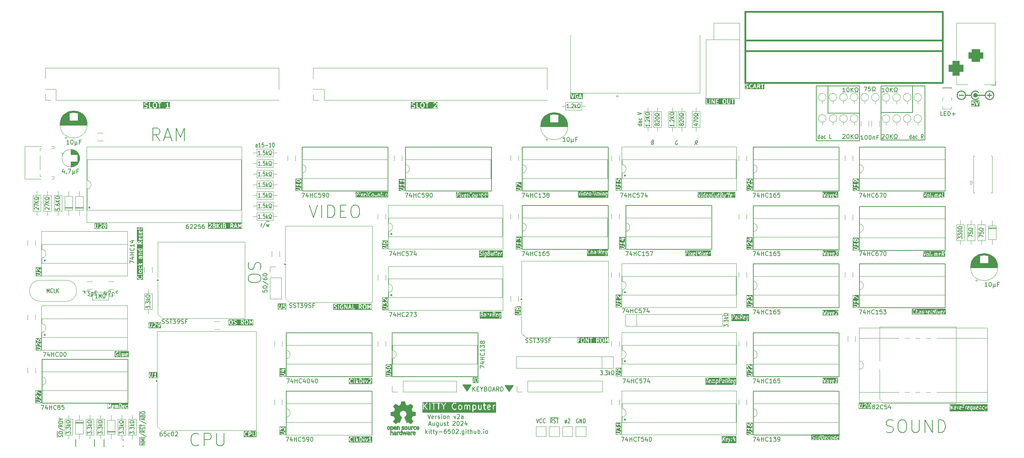
<source format=gbr>
%TF.GenerationSoftware,KiCad,Pcbnew,8.0.4*%
%TF.CreationDate,2024-09-22T18:44:29+01:00*%
%TF.ProjectId,v2a,7632612e-6b69-4636-9164-5f7063625858,rev?*%
%TF.SameCoordinates,Original*%
%TF.FileFunction,Legend,Top*%
%TF.FilePolarity,Positive*%
%FSLAX46Y46*%
G04 Gerber Fmt 4.6, Leading zero omitted, Abs format (unit mm)*
G04 Created by KiCad (PCBNEW 8.0.4) date 2024-09-22 18:44:29*
%MOMM*%
%LPD*%
G01*
G04 APERTURE LIST*
G04 Aperture macros list*
%AMRoundRect*
0 Rectangle with rounded corners*
0 $1 Rounding radius*
0 $2 $3 $4 $5 $6 $7 $8 $9 X,Y pos of 4 corners*
0 Add a 4 corners polygon primitive as box body*
4,1,4,$2,$3,$4,$5,$6,$7,$8,$9,$2,$3,0*
0 Add four circle primitives for the rounded corners*
1,1,$1+$1,$2,$3*
1,1,$1+$1,$4,$5*
1,1,$1+$1,$6,$7*
1,1,$1+$1,$8,$9*
0 Add four rect primitives between the rounded corners*
20,1,$1+$1,$2,$3,$4,$5,0*
20,1,$1+$1,$4,$5,$6,$7,0*
20,1,$1+$1,$6,$7,$8,$9,0*
20,1,$1+$1,$8,$9,$2,$3,0*%
G04 Aperture macros list end*
%ADD10C,0.150000*%
%ADD11C,0.200000*%
%ADD12C,0.160000*%
%ADD13C,0.120000*%
%ADD14C,0.300000*%
%ADD15C,0.010000*%
%ADD16C,0.500000*%
%ADD17C,0.100000*%
%ADD18C,0.000000*%
%ADD19C,0.381000*%
%ADD20C,1.600000*%
%ADD21R,1.600000X1.600000*%
%ADD22O,1.600000X1.600000*%
%ADD23R,1.422400X1.422400*%
%ADD24C,1.422400*%
%ADD25R,1.600000X2.400000*%
%ADD26O,1.600000X2.400000*%
%ADD27R,3.500000X3.500000*%
%ADD28RoundRect,0.750000X-1.000000X0.750000X-1.000000X-0.750000X1.000000X-0.750000X1.000000X0.750000X0*%
%ADD29RoundRect,0.875000X-0.875000X0.875000X-0.875000X-0.875000X0.875000X-0.875000X0.875000X0.875000X0*%
%ADD30C,4.000000*%
%ADD31C,1.400000*%
%ADD32R,1.200000X1.200000*%
%ADD33C,1.200000*%
%ADD34R,1.500000X1.500000*%
%ADD35O,1.500000X1.500000*%
%ADD36C,5.500000*%
%ADD37C,1.750000*%
%ADD38C,2.100000*%
%ADD39R,1.700000X1.700000*%
%ADD40O,1.700000X1.700000*%
%ADD41O,2.700000X2.000000*%
%ADD42O,2.000000X1.000000*%
%ADD43R,2.000000X2.000000*%
%ADD44C,1.998980*%
%ADD45C,2.200000*%
%ADD46R,1.800000X1.800000*%
%ADD47C,1.800000*%
%ADD48C,1.700000*%
%ADD49O,2.700000X1.500000*%
%ADD50C,1.500000*%
G04 APERTURE END LIST*
D10*
X156210000Y-125730000D02*
X155210000Y-124230000D01*
X157210000Y-124230000D01*
X156210000Y-125730000D01*
G36*
X156210000Y-125730000D02*
G01*
X155210000Y-124230000D01*
X157210000Y-124230000D01*
X156210000Y-125730000D01*
G37*
X56997600Y-138938000D02*
X56997600Y-137109200D01*
X232537000Y-52578000D02*
X240030000Y-52578000D01*
X240030000Y-59055000D01*
X232537000Y-59055000D01*
X232537000Y-52578000D01*
X245160800Y-52578000D02*
X252730000Y-52578000D01*
X252730000Y-58928000D01*
X245160800Y-58928000D01*
X245160800Y-52578000D01*
X52476400Y-138836400D02*
X52476400Y-137160000D01*
X146131692Y-125607462D02*
X145131692Y-124107462D01*
X147131692Y-124107462D01*
X146131692Y-125607462D01*
G36*
X146131692Y-125607462D02*
G01*
X145131692Y-124107462D01*
X147131692Y-124107462D01*
X146131692Y-125607462D01*
G37*
X229743000Y-52578000D02*
X240030000Y-52578000D01*
X240030000Y-65659000D01*
X229743000Y-65659000D01*
X229743000Y-52578000D01*
X63881000Y-138938000D02*
X63881000Y-137160000D01*
X59283600Y-138887200D02*
X59283600Y-137109200D01*
X245160800Y-52578000D02*
X255701800Y-52578000D01*
X255701800Y-65532000D01*
X245160800Y-65532000D01*
X245160800Y-52578000D01*
D11*
X236605482Y-53969219D02*
X236034054Y-53969219D01*
X236319768Y-53969219D02*
X236319768Y-52969219D01*
X236319768Y-52969219D02*
X236224530Y-53112076D01*
X236224530Y-53112076D02*
X236129292Y-53207314D01*
X236129292Y-53207314D02*
X236034054Y-53254933D01*
X237224530Y-52969219D02*
X237319768Y-52969219D01*
X237319768Y-52969219D02*
X237415006Y-53016838D01*
X237415006Y-53016838D02*
X237462625Y-53064457D01*
X237462625Y-53064457D02*
X237510244Y-53159695D01*
X237510244Y-53159695D02*
X237557863Y-53350171D01*
X237557863Y-53350171D02*
X237557863Y-53588266D01*
X237557863Y-53588266D02*
X237510244Y-53778742D01*
X237510244Y-53778742D02*
X237462625Y-53873980D01*
X237462625Y-53873980D02*
X237415006Y-53921600D01*
X237415006Y-53921600D02*
X237319768Y-53969219D01*
X237319768Y-53969219D02*
X237224530Y-53969219D01*
X237224530Y-53969219D02*
X237129292Y-53921600D01*
X237129292Y-53921600D02*
X237081673Y-53873980D01*
X237081673Y-53873980D02*
X237034054Y-53778742D01*
X237034054Y-53778742D02*
X236986435Y-53588266D01*
X236986435Y-53588266D02*
X236986435Y-53350171D01*
X236986435Y-53350171D02*
X237034054Y-53159695D01*
X237034054Y-53159695D02*
X237081673Y-53064457D01*
X237081673Y-53064457D02*
X237129292Y-53016838D01*
X237129292Y-53016838D02*
X237224530Y-52969219D01*
X237986435Y-53969219D02*
X237986435Y-52969219D01*
X238557863Y-53969219D02*
X238129292Y-53397790D01*
X238557863Y-52969219D02*
X237986435Y-53540647D01*
X238938816Y-53969219D02*
X239176911Y-53969219D01*
X239176911Y-53969219D02*
X239176911Y-53778742D01*
X239176911Y-53778742D02*
X239081673Y-53731123D01*
X239081673Y-53731123D02*
X238986435Y-53635885D01*
X238986435Y-53635885D02*
X238938816Y-53493028D01*
X238938816Y-53493028D02*
X238938816Y-53254933D01*
X238938816Y-53254933D02*
X238986435Y-53112076D01*
X238986435Y-53112076D02*
X239081673Y-53016838D01*
X239081673Y-53016838D02*
X239224530Y-52969219D01*
X239224530Y-52969219D02*
X239415006Y-52969219D01*
X239415006Y-52969219D02*
X239557863Y-53016838D01*
X239557863Y-53016838D02*
X239653101Y-53112076D01*
X239653101Y-53112076D02*
X239700720Y-53254933D01*
X239700720Y-53254933D02*
X239700720Y-53493028D01*
X239700720Y-53493028D02*
X239653101Y-53635885D01*
X239653101Y-53635885D02*
X239557863Y-53731123D01*
X239557863Y-53731123D02*
X239462625Y-53778742D01*
X239462625Y-53778742D02*
X239462625Y-53969219D01*
X239462625Y-53969219D02*
X239700720Y-53969219D01*
G36*
X135630762Y-56701070D02*
G01*
X135713989Y-56784297D01*
X135761428Y-56974052D01*
X135761428Y-57349432D01*
X135713989Y-57539188D01*
X135630762Y-57622414D01*
X135552107Y-57661742D01*
X135370749Y-57661742D01*
X135292093Y-57622414D01*
X135208866Y-57539187D01*
X135161428Y-57349432D01*
X135161428Y-56974052D01*
X135208866Y-56784297D01*
X135292093Y-56701070D01*
X135370749Y-56661742D01*
X135552106Y-56661742D01*
X135630762Y-56701070D01*
G37*
G36*
X139066190Y-57995075D02*
G01*
X132713809Y-57995075D01*
X132713809Y-56790314D01*
X132847142Y-56790314D01*
X132847142Y-56904600D01*
X132849063Y-56924109D01*
X132850438Y-56927429D01*
X132850693Y-56931013D01*
X132857699Y-56949322D01*
X132914843Y-57063607D01*
X132920127Y-57072003D01*
X132921138Y-57074442D01*
X132923389Y-57077185D01*
X132925285Y-57080197D01*
X132927282Y-57081929D01*
X132933574Y-57089596D01*
X132990717Y-57146738D01*
X132998383Y-57153030D01*
X133000116Y-57155028D01*
X133003125Y-57156922D01*
X133005870Y-57159175D01*
X133008308Y-57160185D01*
X133016706Y-57165471D01*
X133130992Y-57222614D01*
X133132418Y-57223159D01*
X133132999Y-57223590D01*
X133141181Y-57226513D01*
X133149300Y-57229620D01*
X133150020Y-57229671D01*
X133151459Y-57230185D01*
X133369380Y-57284665D01*
X133459335Y-57329642D01*
X133493526Y-57363833D01*
X133532856Y-57442491D01*
X133532856Y-57509563D01*
X133493526Y-57588222D01*
X133459335Y-57622413D01*
X133380678Y-57661742D01*
X133134798Y-57661742D01*
X132978764Y-57609732D01*
X132959649Y-57605385D01*
X132920729Y-57608151D01*
X132885830Y-57625601D01*
X132860265Y-57655077D01*
X132847927Y-57692093D01*
X132850693Y-57731013D01*
X132868143Y-57765912D01*
X132897619Y-57791477D01*
X132915520Y-57799468D01*
X133086949Y-57856611D01*
X133096621Y-57858810D01*
X133099062Y-57859821D01*
X133102599Y-57860169D01*
X133106064Y-57860957D01*
X133108697Y-57860769D01*
X133118571Y-57861742D01*
X133404285Y-57861742D01*
X133423794Y-57859821D01*
X133427114Y-57858445D01*
X133430697Y-57858191D01*
X133449006Y-57851185D01*
X133563292Y-57794043D01*
X133571687Y-57788758D01*
X133574129Y-57787747D01*
X133576876Y-57785491D01*
X133579882Y-57783600D01*
X133581612Y-57781604D01*
X133589282Y-57775310D01*
X133646425Y-57718167D01*
X133652716Y-57710500D01*
X133654713Y-57708769D01*
X133656607Y-57705758D01*
X133658861Y-57703013D01*
X133659871Y-57700574D01*
X133665156Y-57692178D01*
X133722299Y-57577892D01*
X133729305Y-57559584D01*
X133729559Y-57556000D01*
X133730935Y-57552680D01*
X133732856Y-57533171D01*
X133732856Y-57418885D01*
X133730935Y-57399376D01*
X133729559Y-57396055D01*
X133729305Y-57392472D01*
X133722299Y-57374164D01*
X133665156Y-57259878D01*
X133659870Y-57251481D01*
X133658861Y-57249044D01*
X133656608Y-57246299D01*
X133654713Y-57243288D01*
X133652716Y-57241556D01*
X133646425Y-57233890D01*
X133589282Y-57176747D01*
X133581615Y-57170454D01*
X133579883Y-57168457D01*
X133576873Y-57166562D01*
X133574129Y-57164310D01*
X133571690Y-57163299D01*
X133563293Y-57158014D01*
X133449006Y-57100871D01*
X133447581Y-57100325D01*
X133447000Y-57099895D01*
X133438808Y-57096968D01*
X133430698Y-57093865D01*
X133429977Y-57093813D01*
X133428539Y-57093300D01*
X133210615Y-57038819D01*
X133120662Y-56993841D01*
X133086470Y-56959648D01*
X133047142Y-56880992D01*
X133047142Y-56813921D01*
X133086470Y-56735264D01*
X133120662Y-56701071D01*
X133199320Y-56661742D01*
X133445201Y-56661742D01*
X133601233Y-56713753D01*
X133620348Y-56718100D01*
X133659268Y-56715334D01*
X133694167Y-56697884D01*
X133719732Y-56668408D01*
X133732071Y-56631393D01*
X133729305Y-56592473D01*
X133713939Y-56561742D01*
X134047142Y-56561742D01*
X134047142Y-57761742D01*
X134049063Y-57781251D01*
X134063995Y-57817299D01*
X134091585Y-57844889D01*
X134127633Y-57859821D01*
X134147142Y-57861742D01*
X134718570Y-57861742D01*
X134738079Y-57859821D01*
X134774127Y-57844889D01*
X134801717Y-57817299D01*
X134816649Y-57781251D01*
X134816649Y-57742233D01*
X134801717Y-57706185D01*
X134774127Y-57678595D01*
X134738079Y-57663663D01*
X134718570Y-57661742D01*
X134247142Y-57661742D01*
X134247142Y-56961742D01*
X134961428Y-56961742D01*
X134961428Y-57361742D01*
X134961763Y-57365144D01*
X134961546Y-57366603D01*
X134962625Y-57373900D01*
X134963349Y-57381251D01*
X134963913Y-57382614D01*
X134964414Y-57385996D01*
X135021557Y-57614568D01*
X135028152Y-57633029D01*
X135032579Y-57639004D01*
X135035424Y-57645871D01*
X135047860Y-57661025D01*
X135162146Y-57775311D01*
X135169816Y-57781605D01*
X135171546Y-57783600D01*
X135174553Y-57785493D01*
X135177300Y-57787747D01*
X135179739Y-57788757D01*
X135188136Y-57794043D01*
X135302421Y-57851185D01*
X135320729Y-57858191D01*
X135324312Y-57858445D01*
X135327633Y-57859821D01*
X135347142Y-57861742D01*
X135575714Y-57861742D01*
X135595223Y-57859821D01*
X135598543Y-57858445D01*
X135602127Y-57858191D01*
X135620435Y-57851185D01*
X135734720Y-57794043D01*
X135743116Y-57788757D01*
X135745556Y-57787747D01*
X135748302Y-57785493D01*
X135751310Y-57783600D01*
X135753040Y-57781605D01*
X135760710Y-57775311D01*
X135874996Y-57661025D01*
X135887432Y-57645871D01*
X135890277Y-57639002D01*
X135894704Y-57633028D01*
X135901299Y-57614568D01*
X135958442Y-57385995D01*
X135958941Y-57382615D01*
X135959507Y-57381251D01*
X135960230Y-57373899D01*
X135961310Y-57366603D01*
X135961092Y-57365144D01*
X135961428Y-57361742D01*
X135961428Y-56961742D01*
X135961092Y-56958339D01*
X135961310Y-56956881D01*
X135960230Y-56949584D01*
X135959507Y-56942233D01*
X135958941Y-56940868D01*
X135958442Y-56937489D01*
X135901299Y-56708917D01*
X135894704Y-56690457D01*
X135890277Y-56684482D01*
X135887432Y-56677614D01*
X135874996Y-56662460D01*
X135760710Y-56548174D01*
X135753471Y-56542233D01*
X136106206Y-56542233D01*
X136106206Y-56581251D01*
X136121138Y-56617299D01*
X136148728Y-56644889D01*
X136184776Y-56659821D01*
X136204285Y-56661742D01*
X136447142Y-56661742D01*
X136447142Y-57761742D01*
X136449063Y-57781251D01*
X136463995Y-57817299D01*
X136491585Y-57844889D01*
X136527633Y-57859821D01*
X136566651Y-57859821D01*
X136602699Y-57844889D01*
X136630289Y-57817299D01*
X136645221Y-57781251D01*
X136647142Y-57761742D01*
X136647142Y-57742233D01*
X137991921Y-57742233D01*
X137991921Y-57781251D01*
X138006853Y-57817299D01*
X138034443Y-57844889D01*
X138070491Y-57859821D01*
X138090000Y-57861742D01*
X138832857Y-57861742D01*
X138852366Y-57859821D01*
X138888414Y-57844889D01*
X138916004Y-57817299D01*
X138930936Y-57781251D01*
X138930936Y-57742233D01*
X138916004Y-57706185D01*
X138888414Y-57678595D01*
X138852366Y-57663663D01*
X138832857Y-57661742D01*
X138331422Y-57661742D01*
X138846425Y-57146739D01*
X138858861Y-57131585D01*
X138860235Y-57128266D01*
X138862591Y-57125551D01*
X138870582Y-57107651D01*
X138927725Y-56936223D01*
X138929924Y-56926550D01*
X138930936Y-56924109D01*
X138931284Y-56920571D01*
X138932072Y-56917108D01*
X138931884Y-56914473D01*
X138932857Y-56904600D01*
X138932857Y-56790314D01*
X138930936Y-56770805D01*
X138929560Y-56767484D01*
X138929306Y-56763901D01*
X138922300Y-56745593D01*
X138865157Y-56631307D01*
X138859872Y-56622910D01*
X138858862Y-56620472D01*
X138856608Y-56617726D01*
X138854714Y-56614716D01*
X138852717Y-56612984D01*
X138846426Y-56605318D01*
X138789283Y-56548175D01*
X138781616Y-56541882D01*
X138779884Y-56539885D01*
X138776874Y-56537990D01*
X138774130Y-56535738D01*
X138771691Y-56534727D01*
X138763294Y-56529442D01*
X138649007Y-56472299D01*
X138630699Y-56465293D01*
X138627115Y-56465038D01*
X138623795Y-56463663D01*
X138604286Y-56461742D01*
X138318572Y-56461742D01*
X138299063Y-56463663D01*
X138295742Y-56465038D01*
X138292159Y-56465293D01*
X138273851Y-56472299D01*
X138159565Y-56529442D01*
X138151168Y-56534727D01*
X138148728Y-56535738D01*
X138145982Y-56537991D01*
X138142974Y-56539885D01*
X138141241Y-56541882D01*
X138133575Y-56548175D01*
X138076432Y-56605317D01*
X138063996Y-56620471D01*
X138049064Y-56656519D01*
X138049064Y-56695537D01*
X138063996Y-56731585D01*
X138091586Y-56759175D01*
X138127634Y-56774107D01*
X138166652Y-56774107D01*
X138202700Y-56759175D01*
X138217854Y-56746739D01*
X138263521Y-56701070D01*
X138342180Y-56661742D01*
X138580679Y-56661742D01*
X138659336Y-56701070D01*
X138693527Y-56735262D01*
X138732857Y-56813921D01*
X138732857Y-56888372D01*
X138688311Y-57022008D01*
X138019289Y-57691031D01*
X138006853Y-57706185D01*
X137991921Y-57742233D01*
X136647142Y-57742233D01*
X136647142Y-56661742D01*
X136890000Y-56661742D01*
X136909509Y-56659821D01*
X136945557Y-56644889D01*
X136973147Y-56617299D01*
X136988079Y-56581251D01*
X136988079Y-56542233D01*
X136973147Y-56506185D01*
X136945557Y-56478595D01*
X136909509Y-56463663D01*
X136890000Y-56461742D01*
X136204285Y-56461742D01*
X136184776Y-56463663D01*
X136148728Y-56478595D01*
X136121138Y-56506185D01*
X136106206Y-56542233D01*
X135753471Y-56542233D01*
X135753043Y-56541882D01*
X135751311Y-56539885D01*
X135748299Y-56537989D01*
X135745556Y-56535738D01*
X135743117Y-56534727D01*
X135734721Y-56529443D01*
X135620436Y-56472299D01*
X135602127Y-56465293D01*
X135598543Y-56465038D01*
X135595223Y-56463663D01*
X135575714Y-56461742D01*
X135347142Y-56461742D01*
X135327633Y-56463663D01*
X135324312Y-56465038D01*
X135320729Y-56465293D01*
X135302421Y-56472299D01*
X135188135Y-56529442D01*
X135179736Y-56534728D01*
X135177300Y-56535738D01*
X135174556Y-56537989D01*
X135171545Y-56539885D01*
X135169812Y-56541882D01*
X135162146Y-56548174D01*
X135047860Y-56662460D01*
X135035424Y-56677614D01*
X135032579Y-56684480D01*
X135028152Y-56690456D01*
X135021557Y-56708917D01*
X134964414Y-56937488D01*
X134963913Y-56940869D01*
X134963349Y-56942233D01*
X134962625Y-56949583D01*
X134961546Y-56956881D01*
X134961763Y-56958339D01*
X134961428Y-56961742D01*
X134247142Y-56961742D01*
X134247142Y-56561742D01*
X134245221Y-56542233D01*
X134230289Y-56506185D01*
X134202699Y-56478595D01*
X134166651Y-56463663D01*
X134127633Y-56463663D01*
X134091585Y-56478595D01*
X134063995Y-56506185D01*
X134049063Y-56542233D01*
X134047142Y-56561742D01*
X133713939Y-56561742D01*
X133711855Y-56557574D01*
X133682379Y-56532008D01*
X133664479Y-56524017D01*
X133493051Y-56466874D01*
X133483378Y-56464674D01*
X133480937Y-56463663D01*
X133477399Y-56463314D01*
X133473936Y-56462527D01*
X133471301Y-56462714D01*
X133461428Y-56461742D01*
X133175713Y-56461742D01*
X133156204Y-56463663D01*
X133152883Y-56465038D01*
X133149300Y-56465293D01*
X133130992Y-56472299D01*
X133016706Y-56529442D01*
X133008308Y-56534727D01*
X133005870Y-56535738D01*
X133003125Y-56537990D01*
X133000116Y-56539885D01*
X132998383Y-56541882D01*
X132990717Y-56548175D01*
X132933574Y-56605317D01*
X132927282Y-56612983D01*
X132925285Y-56614716D01*
X132923389Y-56617727D01*
X132921138Y-56620471D01*
X132920128Y-56622907D01*
X132914842Y-56631306D01*
X132857699Y-56745593D01*
X132850693Y-56763901D01*
X132850438Y-56767484D01*
X132849063Y-56770805D01*
X132847142Y-56790314D01*
X132713809Y-56790314D01*
X132713809Y-56328409D01*
X139066190Y-56328409D01*
X139066190Y-57995075D01*
G37*
D10*
X166566905Y-133219819D02*
X166300238Y-132743628D01*
X166109762Y-133219819D02*
X166109762Y-132219819D01*
X166109762Y-132219819D02*
X166414524Y-132219819D01*
X166414524Y-132219819D02*
X166490714Y-132267438D01*
X166490714Y-132267438D02*
X166528809Y-132315057D01*
X166528809Y-132315057D02*
X166566905Y-132410295D01*
X166566905Y-132410295D02*
X166566905Y-132553152D01*
X166566905Y-132553152D02*
X166528809Y-132648390D01*
X166528809Y-132648390D02*
X166490714Y-132696009D01*
X166490714Y-132696009D02*
X166414524Y-132743628D01*
X166414524Y-132743628D02*
X166109762Y-132743628D01*
X166871666Y-133172200D02*
X166985952Y-133219819D01*
X166985952Y-133219819D02*
X167176428Y-133219819D01*
X167176428Y-133219819D02*
X167252619Y-133172200D01*
X167252619Y-133172200D02*
X167290714Y-133124580D01*
X167290714Y-133124580D02*
X167328809Y-133029342D01*
X167328809Y-133029342D02*
X167328809Y-132934104D01*
X167328809Y-132934104D02*
X167290714Y-132838866D01*
X167290714Y-132838866D02*
X167252619Y-132791247D01*
X167252619Y-132791247D02*
X167176428Y-132743628D01*
X167176428Y-132743628D02*
X167024047Y-132696009D01*
X167024047Y-132696009D02*
X166947857Y-132648390D01*
X166947857Y-132648390D02*
X166909762Y-132600771D01*
X166909762Y-132600771D02*
X166871666Y-132505533D01*
X166871666Y-132505533D02*
X166871666Y-132410295D01*
X166871666Y-132410295D02*
X166909762Y-132315057D01*
X166909762Y-132315057D02*
X166947857Y-132267438D01*
X166947857Y-132267438D02*
X167024047Y-132219819D01*
X167024047Y-132219819D02*
X167214524Y-132219819D01*
X167214524Y-132219819D02*
X167328809Y-132267438D01*
X167557381Y-132219819D02*
X168014524Y-132219819D01*
X167785952Y-133219819D02*
X167785952Y-132219819D01*
X165999286Y-131942200D02*
X168010715Y-131942200D01*
D11*
G36*
X89753858Y-108752023D02*
G01*
X89818037Y-108816202D01*
X89855952Y-108967861D01*
X89855952Y-109276575D01*
X89818036Y-109428235D01*
X89753860Y-109492413D01*
X89694250Y-109522219D01*
X89550988Y-109522219D01*
X89491378Y-109492414D01*
X89427201Y-109428236D01*
X89389286Y-109276575D01*
X89389286Y-108967862D01*
X89427201Y-108816202D01*
X89491380Y-108752023D01*
X89550988Y-108722219D01*
X89694250Y-108722219D01*
X89753858Y-108752023D01*
G37*
G36*
X93515763Y-108752023D02*
G01*
X93579942Y-108816202D01*
X93617857Y-108967861D01*
X93617857Y-109276575D01*
X93579941Y-109428235D01*
X93515765Y-109492413D01*
X93456155Y-109522219D01*
X93312893Y-109522219D01*
X93253283Y-109492414D01*
X93189106Y-109428236D01*
X93151191Y-109276575D01*
X93151191Y-108967862D01*
X93189106Y-108816202D01*
X93253285Y-108752023D01*
X93312893Y-108722219D01*
X93456155Y-108722219D01*
X93515763Y-108752023D01*
G37*
G36*
X92515764Y-108752024D02*
G01*
X92540433Y-108776692D01*
X92570238Y-108836302D01*
X92570238Y-108931945D01*
X92540433Y-108991554D01*
X92515764Y-109016222D01*
X92456155Y-109046028D01*
X92198810Y-109046028D01*
X92198810Y-108722219D01*
X92456155Y-108722219D01*
X92515764Y-108752024D01*
G37*
G36*
X95024206Y-109833330D02*
G01*
X89078175Y-109833330D01*
X89078175Y-108955552D01*
X89189286Y-108955552D01*
X89189286Y-109288885D01*
X89189621Y-109292287D01*
X89189404Y-109293746D01*
X89190483Y-109301043D01*
X89191207Y-109308394D01*
X89191771Y-109309757D01*
X89192272Y-109313139D01*
X89239891Y-109503614D01*
X89246486Y-109522075D01*
X89250911Y-109528047D01*
X89253757Y-109534918D01*
X89266194Y-109550071D01*
X89361432Y-109645311D01*
X89369100Y-109651604D01*
X89370831Y-109653600D01*
X89373838Y-109655493D01*
X89376585Y-109657747D01*
X89379025Y-109658757D01*
X89387422Y-109664043D01*
X89482659Y-109711662D01*
X89500968Y-109718668D01*
X89504551Y-109718922D01*
X89507872Y-109720298D01*
X89527381Y-109722219D01*
X89717857Y-109722219D01*
X89737366Y-109720298D01*
X89740686Y-109718922D01*
X89744270Y-109718668D01*
X89762578Y-109711662D01*
X89857816Y-109664043D01*
X89866211Y-109658758D01*
X89868653Y-109657747D01*
X89871400Y-109655491D01*
X89874406Y-109653600D01*
X89876136Y-109651605D01*
X89883806Y-109645310D01*
X89979044Y-109550071D01*
X89991481Y-109534918D01*
X89994326Y-109528047D01*
X89998752Y-109522075D01*
X90005347Y-109503615D01*
X90052966Y-109313139D01*
X90053466Y-109309757D01*
X90054031Y-109308394D01*
X90054754Y-109301043D01*
X90055834Y-109293746D01*
X90055616Y-109292287D01*
X90055952Y-109288885D01*
X90055952Y-108955552D01*
X90055616Y-108952149D01*
X90055834Y-108950691D01*
X90054754Y-108943393D01*
X90054031Y-108936043D01*
X90053466Y-108934679D01*
X90052966Y-108931298D01*
X90023315Y-108812695D01*
X90236905Y-108812695D01*
X90236905Y-108907933D01*
X90238826Y-108927442D01*
X90240201Y-108930762D01*
X90240456Y-108934346D01*
X90247462Y-108952654D01*
X90295081Y-109047892D01*
X90300366Y-109056288D01*
X90301377Y-109058728D01*
X90303630Y-109061474D01*
X90305524Y-109064482D01*
X90307518Y-109066211D01*
X90313813Y-109073882D01*
X90361432Y-109121500D01*
X90369098Y-109127792D01*
X90370831Y-109129790D01*
X90373839Y-109131683D01*
X90376585Y-109133937D01*
X90379025Y-109134947D01*
X90387422Y-109140233D01*
X90482659Y-109187852D01*
X90484087Y-109188398D01*
X90484667Y-109188828D01*
X90492843Y-109191749D01*
X90500968Y-109194858D01*
X90501688Y-109194909D01*
X90503127Y-109195423D01*
X90682952Y-109240379D01*
X90753859Y-109275833D01*
X90778528Y-109300501D01*
X90808333Y-109360111D01*
X90808333Y-109408135D01*
X90778528Y-109467743D01*
X90753859Y-109492413D01*
X90694250Y-109522219D01*
X90495988Y-109522219D01*
X90368528Y-109479732D01*
X90349412Y-109475385D01*
X90310492Y-109478151D01*
X90275593Y-109495601D01*
X90250028Y-109525077D01*
X90237690Y-109562093D01*
X90240456Y-109601013D01*
X90257906Y-109635912D01*
X90287382Y-109661477D01*
X90305282Y-109669468D01*
X90448139Y-109717087D01*
X90457811Y-109719286D01*
X90460253Y-109720298D01*
X90463790Y-109720646D01*
X90467254Y-109721434D01*
X90469888Y-109721246D01*
X90479762Y-109722219D01*
X90717857Y-109722219D01*
X90737366Y-109720298D01*
X90740686Y-109718922D01*
X90744270Y-109718668D01*
X90762578Y-109711662D01*
X90857816Y-109664043D01*
X90866211Y-109658758D01*
X90868653Y-109657747D01*
X90871400Y-109655491D01*
X90874406Y-109653600D01*
X90876136Y-109651605D01*
X90883806Y-109645310D01*
X90931425Y-109597690D01*
X90937717Y-109590023D01*
X90939714Y-109588292D01*
X90941607Y-109585284D01*
X90943862Y-109582537D01*
X90944873Y-109580095D01*
X90950157Y-109571701D01*
X90997776Y-109476464D01*
X91004782Y-109458155D01*
X91005036Y-109454571D01*
X91006412Y-109451251D01*
X91008333Y-109431742D01*
X91008333Y-109336504D01*
X91006412Y-109316995D01*
X91005036Y-109313674D01*
X91004782Y-109310091D01*
X90997776Y-109291782D01*
X90950157Y-109196545D01*
X90944871Y-109188148D01*
X90943861Y-109185708D01*
X90941607Y-109182962D01*
X90939714Y-109179954D01*
X90937716Y-109178221D01*
X90931424Y-109170555D01*
X90883806Y-109122936D01*
X90876135Y-109116641D01*
X90874406Y-109114647D01*
X90871398Y-109112753D01*
X90868652Y-109110500D01*
X90866212Y-109109489D01*
X90857816Y-109104204D01*
X90762578Y-109056585D01*
X90761151Y-109056039D01*
X90760571Y-109055609D01*
X90752394Y-109052687D01*
X90744270Y-109049579D01*
X90743547Y-109049527D01*
X90742110Y-109049014D01*
X90562285Y-109004057D01*
X90491378Y-108968604D01*
X90466710Y-108943935D01*
X90436905Y-108884325D01*
X90436905Y-108836302D01*
X90466710Y-108776692D01*
X90491378Y-108752023D01*
X90550988Y-108722219D01*
X90749249Y-108722219D01*
X90876710Y-108764706D01*
X90895825Y-108769053D01*
X90934745Y-108766287D01*
X90969644Y-108748837D01*
X90995209Y-108719361D01*
X91007548Y-108682345D01*
X91004781Y-108643425D01*
X90994178Y-108622219D01*
X91998810Y-108622219D01*
X91998810Y-109622219D01*
X92000731Y-109641728D01*
X92015663Y-109677776D01*
X92043253Y-109705366D01*
X92079301Y-109720298D01*
X92118319Y-109720298D01*
X92154367Y-109705366D01*
X92181957Y-109677776D01*
X92196889Y-109641728D01*
X92198810Y-109622219D01*
X92198810Y-109246028D01*
X92284840Y-109246028D01*
X92588315Y-109679565D01*
X92601076Y-109694446D01*
X92633981Y-109715415D01*
X92672406Y-109722196D01*
X92710500Y-109713756D01*
X92742465Y-109691381D01*
X92763434Y-109658476D01*
X92770215Y-109620052D01*
X92761775Y-109581957D01*
X92752161Y-109564873D01*
X92522193Y-109236347D01*
X92524483Y-109235471D01*
X92619721Y-109187852D01*
X92628117Y-109182566D01*
X92630557Y-109181556D01*
X92633303Y-109179302D01*
X92636311Y-109177409D01*
X92638040Y-109175414D01*
X92645711Y-109169120D01*
X92693329Y-109121501D01*
X92699621Y-109113834D01*
X92701619Y-109112102D01*
X92703512Y-109109093D01*
X92705766Y-109106348D01*
X92706776Y-109103907D01*
X92712062Y-109095511D01*
X92759681Y-109000274D01*
X92766687Y-108981965D01*
X92766941Y-108978381D01*
X92768317Y-108975061D01*
X92770238Y-108955552D01*
X92951191Y-108955552D01*
X92951191Y-109288885D01*
X92951526Y-109292287D01*
X92951309Y-109293746D01*
X92952388Y-109301043D01*
X92953112Y-109308394D01*
X92953676Y-109309757D01*
X92954177Y-109313139D01*
X93001796Y-109503614D01*
X93008391Y-109522075D01*
X93012816Y-109528047D01*
X93015662Y-109534918D01*
X93028099Y-109550071D01*
X93123337Y-109645311D01*
X93131005Y-109651604D01*
X93132736Y-109653600D01*
X93135743Y-109655493D01*
X93138490Y-109657747D01*
X93140930Y-109658757D01*
X93149327Y-109664043D01*
X93244564Y-109711662D01*
X93262873Y-109718668D01*
X93266456Y-109718922D01*
X93269777Y-109720298D01*
X93289286Y-109722219D01*
X93479762Y-109722219D01*
X93499271Y-109720298D01*
X93502591Y-109718922D01*
X93506175Y-109718668D01*
X93524483Y-109711662D01*
X93619721Y-109664043D01*
X93628116Y-109658758D01*
X93630558Y-109657747D01*
X93633305Y-109655491D01*
X93636311Y-109653600D01*
X93638041Y-109651605D01*
X93645711Y-109645310D01*
X93740949Y-109550071D01*
X93753386Y-109534918D01*
X93756231Y-109528047D01*
X93760657Y-109522075D01*
X93767252Y-109503615D01*
X93814871Y-109313139D01*
X93815371Y-109309757D01*
X93815936Y-109308394D01*
X93816659Y-109301043D01*
X93817739Y-109293746D01*
X93817521Y-109292287D01*
X93817857Y-109288885D01*
X93817857Y-108955552D01*
X93817521Y-108952149D01*
X93817739Y-108950691D01*
X93816659Y-108943393D01*
X93815936Y-108936043D01*
X93815371Y-108934679D01*
X93814871Y-108931298D01*
X93767252Y-108740822D01*
X93760657Y-108722362D01*
X93756230Y-108716387D01*
X93753385Y-108709519D01*
X93740949Y-108694365D01*
X93668803Y-108622219D01*
X94046429Y-108622219D01*
X94046429Y-109622219D01*
X94048350Y-109641728D01*
X94063282Y-109677776D01*
X94090872Y-109705366D01*
X94126920Y-109720298D01*
X94165938Y-109720298D01*
X94201986Y-109705366D01*
X94229576Y-109677776D01*
X94244508Y-109641728D01*
X94246429Y-109622219D01*
X94246429Y-109072975D01*
X94389144Y-109378793D01*
X94393376Y-109385938D01*
X94394256Y-109388356D01*
X94395821Y-109390065D01*
X94399135Y-109395659D01*
X94410345Y-109405925D01*
X94420607Y-109417131D01*
X94424632Y-109419009D01*
X94427910Y-109422011D01*
X94442192Y-109427204D01*
X94455965Y-109433632D01*
X94460404Y-109433827D01*
X94464579Y-109435345D01*
X94479762Y-109434677D01*
X94494945Y-109435345D01*
X94499118Y-109433827D01*
X94503560Y-109433632D01*
X94517344Y-109427199D01*
X94531614Y-109422010D01*
X94534887Y-109419012D01*
X94538917Y-109417132D01*
X94549186Y-109405917D01*
X94560389Y-109395659D01*
X94563700Y-109390068D01*
X94565269Y-109388356D01*
X94566149Y-109385934D01*
X94570380Y-109378793D01*
X94713095Y-109072974D01*
X94713095Y-109622219D01*
X94715016Y-109641728D01*
X94729948Y-109677776D01*
X94757538Y-109705366D01*
X94793586Y-109720298D01*
X94832604Y-109720298D01*
X94868652Y-109705366D01*
X94896242Y-109677776D01*
X94911174Y-109641728D01*
X94913095Y-109622219D01*
X94913095Y-108622219D01*
X94911832Y-108609395D01*
X94911936Y-108607036D01*
X94911475Y-108605768D01*
X94911174Y-108602710D01*
X94904533Y-108586679D01*
X94898602Y-108570367D01*
X94897095Y-108568721D01*
X94896242Y-108566662D01*
X94883980Y-108554400D01*
X94872250Y-108541591D01*
X94870226Y-108540646D01*
X94868652Y-108539072D01*
X94852636Y-108532437D01*
X94836893Y-108525091D01*
X94834663Y-108524993D01*
X94832604Y-108524140D01*
X94815252Y-108524140D01*
X94797912Y-108523378D01*
X94795816Y-108524140D01*
X94793586Y-108524140D01*
X94777555Y-108530780D01*
X94761243Y-108536712D01*
X94759597Y-108538218D01*
X94757538Y-108539072D01*
X94745270Y-108551339D01*
X94732468Y-108563064D01*
X94730901Y-108565708D01*
X94729948Y-108566662D01*
X94729044Y-108568843D01*
X94722477Y-108579930D01*
X94479761Y-109100033D01*
X94237047Y-108579930D01*
X94230479Y-108568843D01*
X94229576Y-108566662D01*
X94228622Y-108565708D01*
X94227056Y-108563064D01*
X94214259Y-108551345D01*
X94201986Y-108539072D01*
X94199924Y-108538218D01*
X94198281Y-108536713D01*
X94181979Y-108530784D01*
X94165938Y-108524140D01*
X94163707Y-108524140D01*
X94161612Y-108523378D01*
X94144272Y-108524140D01*
X94126920Y-108524140D01*
X94124860Y-108524993D01*
X94122632Y-108525091D01*
X94106901Y-108532432D01*
X94090872Y-108539072D01*
X94089295Y-108540648D01*
X94087274Y-108541592D01*
X94075555Y-108554388D01*
X94063282Y-108566662D01*
X94062428Y-108568723D01*
X94060923Y-108570367D01*
X94054994Y-108586668D01*
X94048350Y-108602710D01*
X94048048Y-108605768D01*
X94047588Y-108607036D01*
X94047691Y-108609395D01*
X94046429Y-108622219D01*
X93668803Y-108622219D01*
X93645711Y-108599127D01*
X93638040Y-108592832D01*
X93636311Y-108590838D01*
X93633303Y-108588944D01*
X93630557Y-108586691D01*
X93628117Y-108585680D01*
X93619721Y-108580395D01*
X93524483Y-108532776D01*
X93506175Y-108525770D01*
X93502591Y-108525515D01*
X93499271Y-108524140D01*
X93479762Y-108522219D01*
X93289286Y-108522219D01*
X93269777Y-108524140D01*
X93266456Y-108525515D01*
X93262873Y-108525770D01*
X93244564Y-108532776D01*
X93149327Y-108580395D01*
X93140928Y-108585681D01*
X93138491Y-108586691D01*
X93135747Y-108588942D01*
X93132736Y-108590838D01*
X93131003Y-108592835D01*
X93123337Y-108599127D01*
X93028099Y-108694365D01*
X93015663Y-108709519D01*
X93012817Y-108716387D01*
X93008391Y-108722362D01*
X93001796Y-108740823D01*
X92954177Y-108931298D01*
X92953676Y-108934679D01*
X92953112Y-108936043D01*
X92952388Y-108943393D01*
X92951309Y-108950691D01*
X92951526Y-108952149D01*
X92951191Y-108955552D01*
X92770238Y-108955552D01*
X92770238Y-108812695D01*
X92768317Y-108793186D01*
X92766941Y-108789865D01*
X92766687Y-108786282D01*
X92759681Y-108767973D01*
X92712062Y-108672736D01*
X92706776Y-108664339D01*
X92705766Y-108661899D01*
X92703512Y-108659153D01*
X92701619Y-108656145D01*
X92699621Y-108654412D01*
X92693329Y-108646746D01*
X92645711Y-108599127D01*
X92638040Y-108592832D01*
X92636311Y-108590838D01*
X92633303Y-108588944D01*
X92630557Y-108586691D01*
X92628117Y-108585680D01*
X92619721Y-108580395D01*
X92524483Y-108532776D01*
X92506175Y-108525770D01*
X92502591Y-108525515D01*
X92499271Y-108524140D01*
X92479762Y-108522219D01*
X92098810Y-108522219D01*
X92079301Y-108524140D01*
X92043253Y-108539072D01*
X92015663Y-108566662D01*
X92000731Y-108602710D01*
X91998810Y-108622219D01*
X90994178Y-108622219D01*
X90987332Y-108608526D01*
X90957856Y-108582961D01*
X90939955Y-108574970D01*
X90797099Y-108527351D01*
X90787427Y-108525151D01*
X90784985Y-108524140D01*
X90781446Y-108523791D01*
X90777983Y-108523004D01*
X90775349Y-108523191D01*
X90765476Y-108522219D01*
X90527381Y-108522219D01*
X90507872Y-108524140D01*
X90504551Y-108525515D01*
X90500968Y-108525770D01*
X90482659Y-108532776D01*
X90387422Y-108580395D01*
X90379025Y-108585680D01*
X90376585Y-108586691D01*
X90373839Y-108588944D01*
X90370831Y-108590838D01*
X90369098Y-108592835D01*
X90361432Y-108599128D01*
X90313813Y-108646746D01*
X90307518Y-108654416D01*
X90305524Y-108656146D01*
X90303630Y-108659153D01*
X90301377Y-108661900D01*
X90300366Y-108664339D01*
X90295081Y-108672736D01*
X90247462Y-108767974D01*
X90240456Y-108786282D01*
X90240201Y-108789865D01*
X90238826Y-108793186D01*
X90236905Y-108812695D01*
X90023315Y-108812695D01*
X90005347Y-108740822D01*
X89998752Y-108722362D01*
X89994325Y-108716387D01*
X89991480Y-108709519D01*
X89979044Y-108694365D01*
X89883806Y-108599127D01*
X89876135Y-108592832D01*
X89874406Y-108590838D01*
X89871398Y-108588944D01*
X89868652Y-108586691D01*
X89866212Y-108585680D01*
X89857816Y-108580395D01*
X89762578Y-108532776D01*
X89744270Y-108525770D01*
X89740686Y-108525515D01*
X89737366Y-108524140D01*
X89717857Y-108522219D01*
X89527381Y-108522219D01*
X89507872Y-108524140D01*
X89504551Y-108525515D01*
X89500968Y-108525770D01*
X89482659Y-108532776D01*
X89387422Y-108580395D01*
X89379023Y-108585681D01*
X89376586Y-108586691D01*
X89373842Y-108588942D01*
X89370831Y-108590838D01*
X89369098Y-108592835D01*
X89361432Y-108599127D01*
X89266194Y-108694365D01*
X89253758Y-108709519D01*
X89250912Y-108716387D01*
X89246486Y-108722362D01*
X89239891Y-108740823D01*
X89192272Y-108931298D01*
X89191771Y-108934679D01*
X89191207Y-108936043D01*
X89190483Y-108943393D01*
X89189404Y-108950691D01*
X89189621Y-108952149D01*
X89189286Y-108955552D01*
X89078175Y-108955552D01*
X89078175Y-108411108D01*
X95024206Y-108411108D01*
X95024206Y-109833330D01*
G37*
X240952380Y-65367219D02*
X240380952Y-65367219D01*
X240666666Y-65367219D02*
X240666666Y-64367219D01*
X240666666Y-64367219D02*
X240571428Y-64510076D01*
X240571428Y-64510076D02*
X240476190Y-64605314D01*
X240476190Y-64605314D02*
X240380952Y-64652933D01*
X241571428Y-64367219D02*
X241666666Y-64367219D01*
X241666666Y-64367219D02*
X241761904Y-64414838D01*
X241761904Y-64414838D02*
X241809523Y-64462457D01*
X241809523Y-64462457D02*
X241857142Y-64557695D01*
X241857142Y-64557695D02*
X241904761Y-64748171D01*
X241904761Y-64748171D02*
X241904761Y-64986266D01*
X241904761Y-64986266D02*
X241857142Y-65176742D01*
X241857142Y-65176742D02*
X241809523Y-65271980D01*
X241809523Y-65271980D02*
X241761904Y-65319600D01*
X241761904Y-65319600D02*
X241666666Y-65367219D01*
X241666666Y-65367219D02*
X241571428Y-65367219D01*
X241571428Y-65367219D02*
X241476190Y-65319600D01*
X241476190Y-65319600D02*
X241428571Y-65271980D01*
X241428571Y-65271980D02*
X241380952Y-65176742D01*
X241380952Y-65176742D02*
X241333333Y-64986266D01*
X241333333Y-64986266D02*
X241333333Y-64748171D01*
X241333333Y-64748171D02*
X241380952Y-64557695D01*
X241380952Y-64557695D02*
X241428571Y-64462457D01*
X241428571Y-64462457D02*
X241476190Y-64414838D01*
X241476190Y-64414838D02*
X241571428Y-64367219D01*
X242523809Y-64367219D02*
X242619047Y-64367219D01*
X242619047Y-64367219D02*
X242714285Y-64414838D01*
X242714285Y-64414838D02*
X242761904Y-64462457D01*
X242761904Y-64462457D02*
X242809523Y-64557695D01*
X242809523Y-64557695D02*
X242857142Y-64748171D01*
X242857142Y-64748171D02*
X242857142Y-64986266D01*
X242857142Y-64986266D02*
X242809523Y-65176742D01*
X242809523Y-65176742D02*
X242761904Y-65271980D01*
X242761904Y-65271980D02*
X242714285Y-65319600D01*
X242714285Y-65319600D02*
X242619047Y-65367219D01*
X242619047Y-65367219D02*
X242523809Y-65367219D01*
X242523809Y-65367219D02*
X242428571Y-65319600D01*
X242428571Y-65319600D02*
X242380952Y-65271980D01*
X242380952Y-65271980D02*
X242333333Y-65176742D01*
X242333333Y-65176742D02*
X242285714Y-64986266D01*
X242285714Y-64986266D02*
X242285714Y-64748171D01*
X242285714Y-64748171D02*
X242333333Y-64557695D01*
X242333333Y-64557695D02*
X242380952Y-64462457D01*
X242380952Y-64462457D02*
X242428571Y-64414838D01*
X242428571Y-64414838D02*
X242523809Y-64367219D01*
X243285714Y-64700552D02*
X243285714Y-65367219D01*
X243285714Y-64795790D02*
X243333333Y-64748171D01*
X243333333Y-64748171D02*
X243428571Y-64700552D01*
X243428571Y-64700552D02*
X243571428Y-64700552D01*
X243571428Y-64700552D02*
X243666666Y-64748171D01*
X243666666Y-64748171D02*
X243714285Y-64843409D01*
X243714285Y-64843409D02*
X243714285Y-65367219D01*
X244523809Y-64843409D02*
X244190476Y-64843409D01*
X244190476Y-65367219D02*
X244190476Y-64367219D01*
X244190476Y-64367219D02*
X244666666Y-64367219D01*
D10*
G36*
X256532121Y-78579726D02*
G01*
X256549282Y-78605149D01*
X256568251Y-78674128D01*
X256536075Y-78931532D01*
X256497013Y-79005934D01*
X256467374Y-79037979D01*
X256412450Y-79069819D01*
X256341359Y-79069819D01*
X256302160Y-79043243D01*
X256285001Y-79017822D01*
X256266032Y-78948842D01*
X256298207Y-78691438D01*
X256337270Y-78617033D01*
X256366911Y-78584990D01*
X256421832Y-78553152D01*
X256492924Y-78553152D01*
X256532121Y-78579726D01*
G37*
G36*
X259454543Y-78572327D02*
G01*
X259469443Y-78626509D01*
X259465812Y-78655558D01*
X259228846Y-78713004D01*
X259237494Y-78643819D01*
X259271104Y-78579800D01*
X259317072Y-78553152D01*
X259426259Y-78553152D01*
X259454543Y-78572327D01*
G37*
G36*
X260388718Y-79330930D02*
G01*
X255343052Y-79330930D01*
X255343052Y-78140649D01*
X255454163Y-78140649D01*
X255454788Y-78155339D01*
X255596454Y-79155339D01*
X255597421Y-79159311D01*
X255597452Y-79160875D01*
X255598244Y-79162686D01*
X255599934Y-79169624D01*
X255605102Y-79178376D01*
X255609173Y-79187688D01*
X255612479Y-79190869D01*
X255614814Y-79194822D01*
X255622936Y-79200928D01*
X255630262Y-79207976D01*
X255634537Y-79209650D01*
X255638204Y-79212407D01*
X255648044Y-79214940D01*
X255657511Y-79218648D01*
X255662099Y-79218558D01*
X255666543Y-79219703D01*
X255676609Y-79218277D01*
X255686769Y-79218080D01*
X255690971Y-79216242D01*
X255695518Y-79215599D01*
X255704274Y-79210427D01*
X255713582Y-79206359D01*
X255716762Y-79203052D01*
X255720716Y-79200718D01*
X255726822Y-79192595D01*
X255733870Y-79185270D01*
X255737114Y-79178906D01*
X255738301Y-79177328D01*
X255738690Y-79175813D01*
X255740548Y-79172171D01*
X255823751Y-78959737D01*
X256114955Y-78959737D01*
X256114955Y-78959738D01*
X256117446Y-78974228D01*
X256143635Y-79069466D01*
X256146400Y-79076667D01*
X256146795Y-79078606D01*
X256148000Y-79080835D01*
X256148905Y-79083192D01*
X256150115Y-79084748D01*
X256153787Y-79091540D01*
X256185930Y-79139160D01*
X256194305Y-79149269D01*
X256194705Y-79149875D01*
X256195036Y-79150151D01*
X256195311Y-79150482D01*
X256195913Y-79150880D01*
X256206007Y-79159278D01*
X256276245Y-79206897D01*
X256276544Y-79207059D01*
X256276664Y-79207179D01*
X256277085Y-79207353D01*
X256289164Y-79213915D01*
X256296643Y-79215455D01*
X256303700Y-79218378D01*
X256317382Y-79219725D01*
X256317827Y-79219817D01*
X256317991Y-79219785D01*
X256318332Y-79219819D01*
X256432618Y-79219819D01*
X256447250Y-79218378D01*
X256451882Y-79216459D01*
X256456851Y-79215796D01*
X256470233Y-79209705D01*
X256552376Y-79162085D01*
X256557108Y-79158681D01*
X256558826Y-79157890D01*
X256561456Y-79155553D01*
X256564312Y-79153500D01*
X256565460Y-79151998D01*
X256569819Y-79148127D01*
X256613867Y-79100507D01*
X256616033Y-79097646D01*
X256617136Y-79096728D01*
X256619811Y-79092659D01*
X256622744Y-79088787D01*
X256623239Y-79087444D01*
X256625213Y-79084443D01*
X256665684Y-79007356D01*
X256870907Y-79007356D01*
X256870907Y-79007358D01*
X256873398Y-79021848D01*
X256899589Y-79117087D01*
X256902048Y-79123495D01*
X256902421Y-79125434D01*
X256903313Y-79126789D01*
X256904858Y-79130813D01*
X256912059Y-79140071D01*
X256918515Y-79149875D01*
X256921830Y-79152633D01*
X256922825Y-79153912D01*
X256924538Y-79154886D01*
X256929817Y-79159278D01*
X257000055Y-79206897D01*
X257012974Y-79213915D01*
X257041637Y-79219817D01*
X257070375Y-79214302D01*
X257094816Y-79198208D01*
X257111238Y-79173986D01*
X257117140Y-79145324D01*
X257111624Y-79116585D01*
X257095531Y-79092144D01*
X257084229Y-79082741D01*
X257036884Y-79050643D01*
X257024980Y-79007356D01*
X257289955Y-79007356D01*
X257289955Y-79007358D01*
X257292446Y-79021848D01*
X257318637Y-79117087D01*
X257321096Y-79123495D01*
X257321469Y-79125434D01*
X257322361Y-79126789D01*
X257323906Y-79130813D01*
X257331107Y-79140071D01*
X257337563Y-79149875D01*
X257340878Y-79152633D01*
X257341873Y-79153912D01*
X257343586Y-79154886D01*
X257348865Y-79159278D01*
X257419103Y-79206897D01*
X257419402Y-79207059D01*
X257419522Y-79207179D01*
X257419943Y-79207353D01*
X257432022Y-79213915D01*
X257439501Y-79215455D01*
X257446558Y-79218378D01*
X257460240Y-79219725D01*
X257460685Y-79219817D01*
X257460849Y-79219785D01*
X257461190Y-79219819D01*
X257575476Y-79219819D01*
X257590108Y-79218378D01*
X257594740Y-79216459D01*
X257599709Y-79215796D01*
X257613091Y-79209705D01*
X257636489Y-79196140D01*
X257640680Y-79201529D01*
X257666118Y-79215995D01*
X257695156Y-79219625D01*
X257723372Y-79211866D01*
X257746471Y-79193900D01*
X257760937Y-79168462D01*
X257764182Y-79154122D01*
X257764671Y-79150214D01*
X257995908Y-79150214D01*
X258003667Y-79178430D01*
X258021633Y-79201529D01*
X258047071Y-79215995D01*
X258076109Y-79219625D01*
X258104325Y-79211866D01*
X258127424Y-79193900D01*
X258141890Y-79168462D01*
X258145135Y-79154122D01*
X258213573Y-78606617D01*
X258233579Y-78584990D01*
X258288500Y-78553152D01*
X258359592Y-78553152D01*
X258387876Y-78572327D01*
X258402776Y-78626509D01*
X258339150Y-79135516D01*
X258338765Y-79150214D01*
X258346524Y-79178430D01*
X258364490Y-79201529D01*
X258389928Y-79215995D01*
X258418966Y-79219625D01*
X258447182Y-79211866D01*
X258470281Y-79193900D01*
X258484747Y-79168462D01*
X258487992Y-79154122D01*
X258551780Y-78643819D01*
X258585390Y-78579800D01*
X258631358Y-78553152D01*
X258702449Y-78553152D01*
X258730733Y-78572327D01*
X258745633Y-78626509D01*
X258682008Y-79135516D01*
X258681623Y-79150214D01*
X258689382Y-79178430D01*
X258707348Y-79201529D01*
X258732786Y-79215995D01*
X258761824Y-79219625D01*
X258790040Y-79211866D01*
X258813139Y-79193900D01*
X258827605Y-79168462D01*
X258830850Y-79154122D01*
X258849196Y-79007356D01*
X259042337Y-79007356D01*
X259042337Y-79007358D01*
X259044828Y-79021848D01*
X259071019Y-79117087D01*
X259073478Y-79123495D01*
X259073851Y-79125434D01*
X259074743Y-79126789D01*
X259076288Y-79130813D01*
X259083489Y-79140071D01*
X259089945Y-79149875D01*
X259093260Y-79152633D01*
X259094255Y-79153912D01*
X259095968Y-79154886D01*
X259101247Y-79159278D01*
X259171485Y-79206897D01*
X259171784Y-79207059D01*
X259171904Y-79207179D01*
X259172325Y-79207353D01*
X259184404Y-79213915D01*
X259191883Y-79215455D01*
X259198940Y-79218378D01*
X259212622Y-79219725D01*
X259213067Y-79219817D01*
X259213231Y-79219785D01*
X259213572Y-79219819D01*
X259365953Y-79219819D01*
X259380585Y-79218378D01*
X259385217Y-79216459D01*
X259390186Y-79215796D01*
X259403568Y-79209705D01*
X259485711Y-79162085D01*
X259497647Y-79153500D01*
X259500159Y-79150214D01*
X259748289Y-79150214D01*
X259749536Y-79154748D01*
X259749536Y-79159451D01*
X259753382Y-79168737D01*
X259756048Y-79178430D01*
X259758935Y-79182142D01*
X259760735Y-79186487D01*
X259767843Y-79193595D01*
X259774014Y-79201529D01*
X259778101Y-79203853D01*
X259781427Y-79207179D01*
X259790714Y-79211025D01*
X259799452Y-79215995D01*
X259804118Y-79216578D01*
X259808463Y-79218378D01*
X259823095Y-79219819D01*
X260204048Y-79219819D01*
X260218680Y-79218378D01*
X260245716Y-79207179D01*
X260266408Y-79186487D01*
X260277607Y-79159451D01*
X260277607Y-79130187D01*
X260266408Y-79103151D01*
X260245716Y-79082459D01*
X260218680Y-79071260D01*
X260204048Y-79069819D01*
X259908054Y-79069819D01*
X260022516Y-78154122D01*
X260022901Y-78139424D01*
X260015142Y-78111208D01*
X259997176Y-78088109D01*
X259971738Y-78073643D01*
X259942700Y-78070013D01*
X259914484Y-78077772D01*
X259891385Y-78095738D01*
X259876919Y-78121176D01*
X259873674Y-78135517D01*
X259748674Y-79135516D01*
X259748289Y-79150214D01*
X259500159Y-79150214D01*
X259515420Y-79130252D01*
X259522944Y-79101973D01*
X259519074Y-79072967D01*
X259504397Y-79047649D01*
X259481149Y-79029876D01*
X259452870Y-79022352D01*
X259423863Y-79026223D01*
X259410482Y-79032314D01*
X259345785Y-79069819D01*
X259236599Y-79069819D01*
X259208314Y-79050643D01*
X259193414Y-78996460D01*
X259208950Y-78872173D01*
X259551480Y-78789136D01*
X259565360Y-78784288D01*
X259566299Y-78783602D01*
X259567421Y-78783294D01*
X259578082Y-78775001D01*
X259588997Y-78767035D01*
X259589602Y-78766041D01*
X259590520Y-78765328D01*
X259597200Y-78753581D01*
X259604231Y-78742050D01*
X259604410Y-78740902D01*
X259604986Y-78739890D01*
X259608231Y-78725550D01*
X259620136Y-78630312D01*
X259620521Y-78615614D01*
X259620520Y-78615613D01*
X259620521Y-78615612D01*
X259618030Y-78601122D01*
X259591839Y-78505884D01*
X259589377Y-78499470D01*
X259589006Y-78497537D01*
X259588115Y-78496185D01*
X259586570Y-78492158D01*
X259579365Y-78482895D01*
X259572913Y-78473096D01*
X259569597Y-78470337D01*
X259568603Y-78469059D01*
X259566889Y-78468084D01*
X259561611Y-78463693D01*
X259491373Y-78416074D01*
X259491073Y-78415911D01*
X259490954Y-78415792D01*
X259490532Y-78415617D01*
X259478453Y-78409056D01*
X259470974Y-78407516D01*
X259463918Y-78404593D01*
X259450235Y-78403245D01*
X259449791Y-78403154D01*
X259449626Y-78403185D01*
X259449286Y-78403152D01*
X259296905Y-78403152D01*
X259282273Y-78404593D01*
X259277640Y-78406511D01*
X259272672Y-78407175D01*
X259259291Y-78413266D01*
X259177147Y-78460885D01*
X259165211Y-78469471D01*
X259161337Y-78474537D01*
X259156434Y-78478623D01*
X259148357Y-78490909D01*
X259098357Y-78586146D01*
X259094357Y-78596010D01*
X259093586Y-78597366D01*
X259093306Y-78598600D01*
X259092832Y-78599771D01*
X259092690Y-78601321D01*
X259090341Y-78611706D01*
X259042722Y-78992658D01*
X259042337Y-79007356D01*
X258849196Y-79007356D01*
X258896326Y-78630312D01*
X258896711Y-78615614D01*
X258896710Y-78615613D01*
X258896711Y-78615612D01*
X258894220Y-78601122D01*
X258868029Y-78505884D01*
X258865567Y-78499470D01*
X258865196Y-78497537D01*
X258864305Y-78496185D01*
X258862760Y-78492158D01*
X258855555Y-78482895D01*
X258849103Y-78473096D01*
X258845787Y-78470337D01*
X258844793Y-78469059D01*
X258843079Y-78468084D01*
X258837801Y-78463693D01*
X258767563Y-78416074D01*
X258767263Y-78415911D01*
X258767144Y-78415792D01*
X258766722Y-78415617D01*
X258754643Y-78409056D01*
X258747164Y-78407516D01*
X258740108Y-78404593D01*
X258726425Y-78403245D01*
X258725981Y-78403154D01*
X258725816Y-78403185D01*
X258725476Y-78403152D01*
X258611191Y-78403152D01*
X258596559Y-78404593D01*
X258591926Y-78406511D01*
X258586958Y-78407175D01*
X258573577Y-78413266D01*
X258491433Y-78460885D01*
X258491126Y-78461105D01*
X258424706Y-78416074D01*
X258424406Y-78415911D01*
X258424287Y-78415792D01*
X258423865Y-78415617D01*
X258411786Y-78409056D01*
X258404307Y-78407516D01*
X258397251Y-78404593D01*
X258383568Y-78403245D01*
X258383124Y-78403154D01*
X258382959Y-78403185D01*
X258382619Y-78403152D01*
X258268333Y-78403152D01*
X258253701Y-78404593D01*
X258249068Y-78406511D01*
X258244100Y-78407175D01*
X258230718Y-78413267D01*
X258207320Y-78426830D01*
X258203129Y-78421442D01*
X258177691Y-78406976D01*
X258148653Y-78403346D01*
X258120437Y-78411105D01*
X258097338Y-78429071D01*
X258082872Y-78454509D01*
X258079627Y-78468850D01*
X257996293Y-79135516D01*
X257995908Y-79150214D01*
X257764671Y-79150214D01*
X257847516Y-78487455D01*
X257847901Y-78472757D01*
X257840142Y-78444541D01*
X257822176Y-78421442D01*
X257796738Y-78406976D01*
X257767700Y-78403346D01*
X257739484Y-78411105D01*
X257716385Y-78429071D01*
X257701919Y-78454509D01*
X257698674Y-78468850D01*
X257630235Y-79016352D01*
X257610232Y-79037979D01*
X257555308Y-79069819D01*
X257484217Y-79069819D01*
X257455932Y-79050643D01*
X257441032Y-78996460D01*
X257504659Y-78487454D01*
X257505044Y-78472756D01*
X257497285Y-78444540D01*
X257479319Y-78421441D01*
X257453881Y-78406975D01*
X257424843Y-78403346D01*
X257396627Y-78411105D01*
X257373528Y-78429070D01*
X257359062Y-78454509D01*
X257355817Y-78468849D01*
X257290340Y-78992658D01*
X257289955Y-79007356D01*
X257024980Y-79007356D01*
X257021984Y-78996460D01*
X257127277Y-78154122D01*
X257127662Y-78139424D01*
X257119903Y-78111208D01*
X257101937Y-78088109D01*
X257076499Y-78073643D01*
X257047461Y-78070014D01*
X257019245Y-78077773D01*
X256996146Y-78095738D01*
X256981680Y-78121177D01*
X256978435Y-78135517D01*
X256871292Y-78992658D01*
X256870907Y-79007356D01*
X256665684Y-79007356D01*
X256675213Y-78989205D01*
X256679212Y-78979340D01*
X256679984Y-78977985D01*
X256680263Y-78976750D01*
X256680738Y-78975580D01*
X256680879Y-78974029D01*
X256683229Y-78963645D01*
X256718944Y-78677930D01*
X256719329Y-78663233D01*
X256719328Y-78663232D01*
X256719329Y-78663231D01*
X256716838Y-78648741D01*
X256690647Y-78553503D01*
X256687881Y-78546298D01*
X256687487Y-78544363D01*
X256686284Y-78542138D01*
X256685378Y-78539777D01*
X256684164Y-78538216D01*
X256680495Y-78531429D01*
X256648353Y-78483810D01*
X256639976Y-78473701D01*
X256639578Y-78473096D01*
X256639246Y-78472820D01*
X256638972Y-78472489D01*
X256638369Y-78472090D01*
X256628276Y-78463693D01*
X256558038Y-78416074D01*
X256557738Y-78415911D01*
X256557619Y-78415792D01*
X256557197Y-78415617D01*
X256545118Y-78409056D01*
X256537639Y-78407516D01*
X256530583Y-78404593D01*
X256516900Y-78403245D01*
X256516456Y-78403154D01*
X256516291Y-78403185D01*
X256515951Y-78403152D01*
X256401665Y-78403152D01*
X256387033Y-78404593D01*
X256382400Y-78406511D01*
X256377432Y-78407175D01*
X256364050Y-78413267D01*
X256281908Y-78460886D01*
X256277179Y-78464287D01*
X256275460Y-78465079D01*
X256272824Y-78467419D01*
X256269972Y-78469471D01*
X256268825Y-78470970D01*
X256264466Y-78474842D01*
X256220418Y-78522462D01*
X256218251Y-78525321D01*
X256217147Y-78526242D01*
X256214473Y-78530309D01*
X256211540Y-78534181D01*
X256211042Y-78535526D01*
X256209070Y-78538528D01*
X256159070Y-78633765D01*
X256155068Y-78643632D01*
X256154299Y-78644986D01*
X256154020Y-78646218D01*
X256153545Y-78647390D01*
X256153403Y-78648942D01*
X256151054Y-78659326D01*
X256115340Y-78945039D01*
X256114955Y-78959737D01*
X255823751Y-78959737D01*
X256132215Y-78172171D01*
X256136209Y-78158021D01*
X256135641Y-78128763D01*
X256123920Y-78101950D01*
X256102831Y-78081662D01*
X256075582Y-78070990D01*
X256046324Y-78071558D01*
X256019511Y-78083279D01*
X255999223Y-78104368D01*
X255992545Y-78117467D01*
X255704946Y-78851761D01*
X255603306Y-78134299D01*
X255599826Y-78120014D01*
X255584946Y-78094816D01*
X255561556Y-78077231D01*
X255533217Y-78069935D01*
X255504242Y-78074040D01*
X255479044Y-78088920D01*
X255461459Y-78112310D01*
X255454163Y-78140649D01*
X255343052Y-78140649D01*
X255343052Y-77958824D01*
X260388718Y-77958824D01*
X260388718Y-79330930D01*
G37*
G36*
X179569022Y-92151063D02*
G01*
X179507907Y-92639975D01*
X179475403Y-92658819D01*
X179366217Y-92658819D01*
X179327018Y-92632243D01*
X179309859Y-92606822D01*
X179290890Y-92537842D01*
X179323065Y-92280438D01*
X179362128Y-92206033D01*
X179391769Y-92173990D01*
X179446690Y-92142152D01*
X179555877Y-92142152D01*
X179569022Y-92151063D01*
G37*
G36*
X176803145Y-92639975D02*
G01*
X176770641Y-92658819D01*
X176623360Y-92658819D01*
X176595075Y-92639643D01*
X176580175Y-92585460D01*
X176588541Y-92518533D01*
X176622151Y-92454514D01*
X176668119Y-92427866D01*
X176829660Y-92427866D01*
X176803145Y-92639975D01*
G37*
G36*
X178860352Y-92161327D02*
G01*
X178875252Y-92215509D01*
X178871621Y-92244558D01*
X178634655Y-92302004D01*
X178643303Y-92232819D01*
X178676913Y-92168800D01*
X178722881Y-92142152D01*
X178832068Y-92142152D01*
X178860352Y-92161327D01*
G37*
G36*
X178189122Y-91835393D02*
G01*
X178206283Y-91860816D01*
X178225252Y-91929795D01*
X178210934Y-92044342D01*
X178171872Y-92118744D01*
X178142233Y-92150787D01*
X178087308Y-92182628D01*
X177887673Y-92182628D01*
X177934399Y-91808819D01*
X178149925Y-91808819D01*
X178189122Y-91835393D01*
G37*
G36*
X179841012Y-93253263D02*
G01*
X174829892Y-93253263D01*
X174829892Y-93019028D01*
X179118192Y-93019028D01*
X179123707Y-93047767D01*
X179139801Y-93072208D01*
X179151103Y-93081611D01*
X179221341Y-93129230D01*
X179221640Y-93129392D01*
X179221760Y-93129512D01*
X179222181Y-93129686D01*
X179234260Y-93136248D01*
X179241739Y-93137788D01*
X179248796Y-93140711D01*
X179262478Y-93142058D01*
X179262923Y-93142150D01*
X179263087Y-93142118D01*
X179263428Y-93142152D01*
X179377714Y-93142152D01*
X179392346Y-93140711D01*
X179396978Y-93138792D01*
X179401947Y-93138129D01*
X179415329Y-93132038D01*
X179497472Y-93084418D01*
X179502202Y-93081015D01*
X179503921Y-93080224D01*
X179506554Y-93077885D01*
X179509408Y-93075833D01*
X179510554Y-93074333D01*
X179514915Y-93070461D01*
X179558962Y-93022842D01*
X179561129Y-93019980D01*
X179562232Y-93019062D01*
X179564904Y-93014997D01*
X179567840Y-93011122D01*
X179568336Y-93009776D01*
X179570309Y-93006777D01*
X179620309Y-92911539D01*
X179624308Y-92901674D01*
X179625080Y-92900319D01*
X179625359Y-92899084D01*
X179625834Y-92897914D01*
X179625975Y-92896363D01*
X179628325Y-92885979D01*
X179729516Y-92076455D01*
X179729901Y-92061757D01*
X179722142Y-92033541D01*
X179704176Y-92010442D01*
X179678738Y-91995976D01*
X179649700Y-91992346D01*
X179621484Y-92000105D01*
X179617519Y-92003188D01*
X179608071Y-91998056D01*
X179600592Y-91996516D01*
X179593536Y-91993593D01*
X179579853Y-91992245D01*
X179579409Y-91992154D01*
X179579244Y-91992185D01*
X179578904Y-91992152D01*
X179426523Y-91992152D01*
X179411891Y-91993593D01*
X179407258Y-91995511D01*
X179402290Y-91996175D01*
X179388908Y-92002267D01*
X179306766Y-92049886D01*
X179302037Y-92053287D01*
X179300318Y-92054079D01*
X179297682Y-92056419D01*
X179294830Y-92058471D01*
X179293683Y-92059970D01*
X179289324Y-92063842D01*
X179245276Y-92111462D01*
X179243109Y-92114321D01*
X179242005Y-92115242D01*
X179239331Y-92119309D01*
X179236398Y-92123181D01*
X179235900Y-92124526D01*
X179233928Y-92127528D01*
X179183928Y-92222765D01*
X179179926Y-92232632D01*
X179179157Y-92233986D01*
X179178878Y-92235218D01*
X179178403Y-92236390D01*
X179178261Y-92237942D01*
X179175912Y-92248326D01*
X179140198Y-92534039D01*
X179139813Y-92548737D01*
X179139813Y-92548738D01*
X179142304Y-92563228D01*
X179168493Y-92658466D01*
X179171258Y-92665667D01*
X179171653Y-92667606D01*
X179172858Y-92669835D01*
X179173763Y-92672192D01*
X179174973Y-92673748D01*
X179178645Y-92680540D01*
X179210788Y-92728160D01*
X179219163Y-92738269D01*
X179219563Y-92738875D01*
X179219894Y-92739151D01*
X179220169Y-92739482D01*
X179220771Y-92739880D01*
X179230865Y-92748278D01*
X179301103Y-92795897D01*
X179301402Y-92796059D01*
X179301522Y-92796179D01*
X179301943Y-92796353D01*
X179314022Y-92802915D01*
X179321501Y-92804455D01*
X179328558Y-92807378D01*
X179342240Y-92808725D01*
X179342685Y-92808817D01*
X179342849Y-92808785D01*
X179343190Y-92808819D01*
X179486802Y-92808819D01*
X179481171Y-92853866D01*
X179442109Y-92928268D01*
X179412468Y-92960313D01*
X179357546Y-92992152D01*
X179286455Y-92992152D01*
X179235277Y-92957455D01*
X179222357Y-92950437D01*
X179193695Y-92944535D01*
X179164956Y-92950050D01*
X179140515Y-92966144D01*
X179124094Y-92990366D01*
X179118192Y-93019028D01*
X174829892Y-93019028D01*
X174829892Y-92310642D01*
X174941003Y-92310642D01*
X174941022Y-92310712D01*
X174941019Y-92310856D01*
X174955304Y-92501332D01*
X174956559Y-92508518D01*
X174957779Y-92515610D01*
X174983970Y-92610848D01*
X174986734Y-92618049D01*
X174987129Y-92619987D01*
X174988332Y-92622213D01*
X174989239Y-92624575D01*
X174990452Y-92626135D01*
X174994121Y-92632921D01*
X175058406Y-92728160D01*
X175067786Y-92739481D01*
X175073136Y-92743020D01*
X175077575Y-92747653D01*
X175090390Y-92754860D01*
X175198724Y-92802479D01*
X175212699Y-92807048D01*
X175213517Y-92807065D01*
X175214272Y-92807378D01*
X175228904Y-92808819D01*
X175305094Y-92808819D01*
X175317640Y-92807583D01*
X175318575Y-92807598D01*
X175319142Y-92807435D01*
X175319726Y-92807378D01*
X175320583Y-92807022D01*
X175332710Y-92803550D01*
X175452948Y-92755931D01*
X175466021Y-92749203D01*
X175467510Y-92747759D01*
X175469396Y-92746891D01*
X175478041Y-92739214D01*
X175725526Y-92739214D01*
X175733285Y-92767430D01*
X175751251Y-92790529D01*
X175776689Y-92804995D01*
X175805727Y-92808625D01*
X175833943Y-92800866D01*
X175857042Y-92782900D01*
X175871508Y-92757462D01*
X175874753Y-92743122D01*
X175943190Y-92195618D01*
X175963197Y-92173990D01*
X176018118Y-92142152D01*
X176089210Y-92142152D01*
X176117494Y-92161327D01*
X176132394Y-92215509D01*
X176068768Y-92724516D01*
X176068383Y-92739214D01*
X176076142Y-92767430D01*
X176094108Y-92790529D01*
X176119546Y-92804995D01*
X176148584Y-92808625D01*
X176176800Y-92800866D01*
X176199899Y-92782900D01*
X176214365Y-92757462D01*
X176217610Y-92743122D01*
X176235956Y-92596356D01*
X176429098Y-92596356D01*
X176429098Y-92596358D01*
X176431589Y-92610848D01*
X176457780Y-92706087D01*
X176460239Y-92712495D01*
X176460612Y-92714434D01*
X176461504Y-92715789D01*
X176463049Y-92719813D01*
X176470250Y-92729071D01*
X176476706Y-92738875D01*
X176480021Y-92741633D01*
X176481016Y-92742912D01*
X176482729Y-92743886D01*
X176488008Y-92748278D01*
X176558246Y-92795897D01*
X176558545Y-92796059D01*
X176558665Y-92796179D01*
X176559086Y-92796353D01*
X176571165Y-92802915D01*
X176578644Y-92804455D01*
X176585701Y-92807378D01*
X176599383Y-92808725D01*
X176599828Y-92808817D01*
X176599992Y-92808785D01*
X176600333Y-92808819D01*
X176790809Y-92808819D01*
X176805441Y-92807378D01*
X176810073Y-92805459D01*
X176815042Y-92804796D01*
X176828424Y-92798705D01*
X176830341Y-92797593D01*
X176843356Y-92804995D01*
X176872394Y-92808625D01*
X176900610Y-92800866D01*
X176923709Y-92782900D01*
X176938175Y-92757462D01*
X176941420Y-92743122D01*
X176941909Y-92739214D01*
X177173146Y-92739214D01*
X177180905Y-92767430D01*
X177198871Y-92790529D01*
X177224309Y-92804995D01*
X177253347Y-92808625D01*
X177281563Y-92800866D01*
X177304662Y-92782900D01*
X177319128Y-92757462D01*
X177322373Y-92743122D01*
X177322861Y-92739214D01*
X177668384Y-92739214D01*
X177676143Y-92767430D01*
X177694109Y-92790529D01*
X177719547Y-92804995D01*
X177748585Y-92808625D01*
X177776801Y-92800866D01*
X177799900Y-92782900D01*
X177814366Y-92757462D01*
X177817611Y-92743122D01*
X177868923Y-92332628D01*
X177944026Y-92332628D01*
X178131558Y-92763736D01*
X178138716Y-92776579D01*
X178159770Y-92796904D01*
X178186999Y-92807624D01*
X178216258Y-92807109D01*
X178243093Y-92795436D01*
X178263418Y-92774382D01*
X178274138Y-92747154D01*
X178273623Y-92717894D01*
X178269108Y-92703902D01*
X178222325Y-92596356D01*
X178448146Y-92596356D01*
X178448146Y-92596358D01*
X178450637Y-92610848D01*
X178476828Y-92706087D01*
X178479287Y-92712495D01*
X178479660Y-92714434D01*
X178480552Y-92715789D01*
X178482097Y-92719813D01*
X178489298Y-92729071D01*
X178495754Y-92738875D01*
X178499069Y-92741633D01*
X178500064Y-92742912D01*
X178501777Y-92743886D01*
X178507056Y-92748278D01*
X178577294Y-92795897D01*
X178577593Y-92796059D01*
X178577713Y-92796179D01*
X178578134Y-92796353D01*
X178590213Y-92802915D01*
X178597692Y-92804455D01*
X178604749Y-92807378D01*
X178618431Y-92808725D01*
X178618876Y-92808817D01*
X178619040Y-92808785D01*
X178619381Y-92808819D01*
X178771762Y-92808819D01*
X178786394Y-92807378D01*
X178791026Y-92805459D01*
X178795995Y-92804796D01*
X178809377Y-92798705D01*
X178891520Y-92751085D01*
X178903456Y-92742500D01*
X178921229Y-92719252D01*
X178928753Y-92690973D01*
X178924883Y-92661967D01*
X178910206Y-92636649D01*
X178886958Y-92618876D01*
X178858679Y-92611352D01*
X178829672Y-92615223D01*
X178816291Y-92621314D01*
X178751594Y-92658819D01*
X178642408Y-92658819D01*
X178614123Y-92639643D01*
X178599223Y-92585460D01*
X178614759Y-92461173D01*
X178957289Y-92378136D01*
X178971169Y-92373288D01*
X178972108Y-92372602D01*
X178973230Y-92372294D01*
X178983891Y-92364001D01*
X178994806Y-92356035D01*
X178995411Y-92355041D01*
X178996329Y-92354328D01*
X179003009Y-92342581D01*
X179010040Y-92331050D01*
X179010219Y-92329902D01*
X179010795Y-92328890D01*
X179014040Y-92314550D01*
X179025945Y-92219312D01*
X179026330Y-92204614D01*
X179026329Y-92204613D01*
X179026330Y-92204612D01*
X179023839Y-92190122D01*
X178997648Y-92094884D01*
X178995186Y-92088470D01*
X178994815Y-92086537D01*
X178993924Y-92085185D01*
X178992379Y-92081158D01*
X178985174Y-92071895D01*
X178978722Y-92062096D01*
X178975406Y-92059337D01*
X178974412Y-92058059D01*
X178972698Y-92057084D01*
X178967420Y-92052693D01*
X178897182Y-92005074D01*
X178896882Y-92004911D01*
X178896763Y-92004792D01*
X178896341Y-92004617D01*
X178884262Y-91998056D01*
X178876783Y-91996516D01*
X178869727Y-91993593D01*
X178856044Y-91992245D01*
X178855600Y-91992154D01*
X178855435Y-91992185D01*
X178855095Y-91992152D01*
X178702714Y-91992152D01*
X178688082Y-91993593D01*
X178683449Y-91995511D01*
X178678481Y-91996175D01*
X178665100Y-92002266D01*
X178582956Y-92049885D01*
X178571020Y-92058471D01*
X178567146Y-92063537D01*
X178562243Y-92067623D01*
X178554166Y-92079909D01*
X178504166Y-92175146D01*
X178500166Y-92185010D01*
X178499395Y-92186366D01*
X178499115Y-92187600D01*
X178498641Y-92188771D01*
X178498499Y-92190321D01*
X178496150Y-92200706D01*
X178448531Y-92581658D01*
X178448146Y-92596356D01*
X178222325Y-92596356D01*
X178107598Y-92332615D01*
X178122108Y-92331187D01*
X178126740Y-92329268D01*
X178131709Y-92328605D01*
X178145091Y-92322514D01*
X178227234Y-92274894D01*
X178231964Y-92271491D01*
X178233683Y-92270700D01*
X178236315Y-92268362D01*
X178239170Y-92266309D01*
X178240317Y-92264807D01*
X178244676Y-92260937D01*
X178288725Y-92213318D01*
X178290892Y-92210456D01*
X178291995Y-92209538D01*
X178294671Y-92205466D01*
X178297602Y-92201598D01*
X178298097Y-92200256D01*
X178300072Y-92197253D01*
X178350072Y-92102015D01*
X178354071Y-92092150D01*
X178354843Y-92090795D01*
X178355122Y-92089560D01*
X178355597Y-92088390D01*
X178355738Y-92086839D01*
X178358088Y-92076455D01*
X178375945Y-91933597D01*
X178376330Y-91918900D01*
X178376329Y-91918899D01*
X178376330Y-91918898D01*
X178373839Y-91904408D01*
X178347648Y-91809170D01*
X178344882Y-91801965D01*
X178344488Y-91800030D01*
X178343285Y-91797805D01*
X178342379Y-91795444D01*
X178341165Y-91793883D01*
X178337496Y-91787096D01*
X178305354Y-91739477D01*
X178296977Y-91729368D01*
X178296579Y-91728763D01*
X178296247Y-91728487D01*
X178295973Y-91728156D01*
X178295370Y-91727757D01*
X178285277Y-91719360D01*
X178215039Y-91671741D01*
X178214739Y-91671578D01*
X178214620Y-91671459D01*
X178214198Y-91671284D01*
X178202119Y-91664723D01*
X178194640Y-91663183D01*
X178187584Y-91660260D01*
X178173901Y-91658912D01*
X178173457Y-91658821D01*
X178173292Y-91658852D01*
X178172952Y-91658819D01*
X177868190Y-91658819D01*
X177864304Y-91659201D01*
X177862795Y-91659013D01*
X177860883Y-91659538D01*
X177853558Y-91660260D01*
X177844271Y-91664106D01*
X177834579Y-91666772D01*
X177830866Y-91669659D01*
X177826522Y-91671459D01*
X177819413Y-91678567D01*
X177811480Y-91684738D01*
X177809155Y-91688825D01*
X177805830Y-91692151D01*
X177801983Y-91701438D01*
X177797014Y-91710176D01*
X177795389Y-91717356D01*
X177794631Y-91719187D01*
X177794631Y-91720707D01*
X177793769Y-91724517D01*
X177668769Y-92724516D01*
X177668384Y-92739214D01*
X177322861Y-92739214D01*
X177380208Y-92280437D01*
X177419271Y-92206033D01*
X177448910Y-92173992D01*
X177503834Y-92142152D01*
X177559857Y-92142152D01*
X177574489Y-92140711D01*
X177601525Y-92129512D01*
X177622217Y-92108820D01*
X177633416Y-92081784D01*
X177633416Y-92052520D01*
X177622217Y-92025484D01*
X177601525Y-92004792D01*
X177574489Y-91993593D01*
X177559857Y-91992152D01*
X177483667Y-91992152D01*
X177469035Y-91993593D01*
X177464402Y-91995511D01*
X177459434Y-91996175D01*
X177446053Y-92002266D01*
X177396396Y-92031051D01*
X177380367Y-92010442D01*
X177354929Y-91995976D01*
X177325891Y-91992346D01*
X177297675Y-92000105D01*
X177274576Y-92018071D01*
X177260110Y-92043509D01*
X177256865Y-92057850D01*
X177173531Y-92724516D01*
X177173146Y-92739214D01*
X176941909Y-92739214D01*
X177006897Y-92219312D01*
X177007282Y-92204614D01*
X177007281Y-92204613D01*
X177007282Y-92204612D01*
X177004791Y-92190122D01*
X176978600Y-92094884D01*
X176976138Y-92088470D01*
X176975767Y-92086537D01*
X176974876Y-92085185D01*
X176973331Y-92081158D01*
X176966126Y-92071895D01*
X176959674Y-92062096D01*
X176956358Y-92059337D01*
X176955364Y-92058059D01*
X176953650Y-92057084D01*
X176948372Y-92052693D01*
X176878134Y-92005074D01*
X176877834Y-92004911D01*
X176877715Y-92004792D01*
X176877293Y-92004617D01*
X176865214Y-91998056D01*
X176857735Y-91996516D01*
X176850679Y-91993593D01*
X176836996Y-91992245D01*
X176836552Y-91992154D01*
X176836387Y-91992185D01*
X176836047Y-91992152D01*
X176683666Y-91992152D01*
X176669034Y-91993593D01*
X176664401Y-91995511D01*
X176659433Y-91996175D01*
X176646052Y-92002266D01*
X176563908Y-92049885D01*
X176551972Y-92058471D01*
X176534199Y-92081719D01*
X176526675Y-92109998D01*
X176530546Y-92139004D01*
X176545223Y-92164322D01*
X176568471Y-92182095D01*
X176596750Y-92189619D01*
X176625756Y-92185748D01*
X176639138Y-92179657D01*
X176703833Y-92142152D01*
X176813020Y-92142152D01*
X176841304Y-92161327D01*
X176856204Y-92215509D01*
X176850765Y-92259022D01*
X176818260Y-92277866D01*
X176647952Y-92277866D01*
X176633320Y-92279307D01*
X176628687Y-92281225D01*
X176623719Y-92281889D01*
X176610338Y-92287980D01*
X176528194Y-92335599D01*
X176516258Y-92344185D01*
X176512384Y-92349251D01*
X176507481Y-92353337D01*
X176499404Y-92365623D01*
X176449404Y-92460860D01*
X176445404Y-92470724D01*
X176444633Y-92472080D01*
X176444353Y-92473314D01*
X176443879Y-92474485D01*
X176443737Y-92476035D01*
X176441388Y-92486420D01*
X176429483Y-92581658D01*
X176429098Y-92596356D01*
X176235956Y-92596356D01*
X176283087Y-92219312D01*
X176283472Y-92204614D01*
X176283471Y-92204613D01*
X176283472Y-92204612D01*
X176280981Y-92190122D01*
X176254790Y-92094884D01*
X176252328Y-92088470D01*
X176251957Y-92086537D01*
X176251066Y-92085185D01*
X176249521Y-92081158D01*
X176242316Y-92071895D01*
X176235864Y-92062096D01*
X176232548Y-92059337D01*
X176231554Y-92058059D01*
X176229840Y-92057084D01*
X176224562Y-92052693D01*
X176154324Y-92005074D01*
X176154024Y-92004911D01*
X176153905Y-92004792D01*
X176153483Y-92004617D01*
X176141404Y-91998056D01*
X176133925Y-91996516D01*
X176126869Y-91993593D01*
X176113186Y-91992245D01*
X176112742Y-91992154D01*
X176112577Y-91992185D01*
X176112237Y-91992152D01*
X175997951Y-91992152D01*
X175983319Y-91993593D01*
X175978686Y-91995511D01*
X175973718Y-91996175D01*
X175967783Y-91998876D01*
X175999753Y-91743122D01*
X176000138Y-91728424D01*
X175992379Y-91700208D01*
X175974413Y-91677109D01*
X175948975Y-91662643D01*
X175919937Y-91659013D01*
X175891721Y-91666772D01*
X175868622Y-91684738D01*
X175854156Y-91710176D01*
X175850911Y-91724517D01*
X175725911Y-92724516D01*
X175725526Y-92739214D01*
X175478041Y-92739214D01*
X175480390Y-92737128D01*
X175524438Y-92689508D01*
X175533315Y-92677788D01*
X175543453Y-92650336D01*
X175542313Y-92621096D01*
X175530071Y-92594516D01*
X175508588Y-92574645D01*
X175481136Y-92564507D01*
X175451895Y-92565647D01*
X175425316Y-92577889D01*
X175414322Y-92587652D01*
X175381856Y-92622749D01*
X175290782Y-92658819D01*
X175244660Y-92658819D01*
X175170601Y-92626266D01*
X175125335Y-92559203D01*
X175104339Y-92482856D01*
X175091159Y-92307113D01*
X175107200Y-92178780D01*
X175164931Y-92001145D01*
X175207365Y-91920319D01*
X175277139Y-91844888D01*
X175368216Y-91808819D01*
X175414338Y-91808819D01*
X175488396Y-91841371D01*
X175508406Y-91871017D01*
X175517787Y-91882339D01*
X175542195Y-91898482D01*
X175570922Y-91904057D01*
X175599596Y-91898213D01*
X175623852Y-91881841D01*
X175639995Y-91857433D01*
X175645569Y-91828706D01*
X175639726Y-91800032D01*
X175632734Y-91787098D01*
X175600592Y-91739478D01*
X175591212Y-91728157D01*
X175585861Y-91724617D01*
X175581423Y-91719985D01*
X175568608Y-91712778D01*
X175460274Y-91665159D01*
X175446299Y-91660590D01*
X175445480Y-91660572D01*
X175444726Y-91660260D01*
X175430094Y-91658819D01*
X175353904Y-91658819D01*
X175341348Y-91660055D01*
X175340422Y-91660041D01*
X175339859Y-91660202D01*
X175339272Y-91660260D01*
X175338409Y-91660617D01*
X175326288Y-91664088D01*
X175206050Y-91711707D01*
X175192977Y-91718435D01*
X175191487Y-91719878D01*
X175189602Y-91720747D01*
X175178609Y-91730510D01*
X175090513Y-91825748D01*
X175088346Y-91828607D01*
X175087242Y-91829528D01*
X175084568Y-91833595D01*
X175081635Y-91837467D01*
X175081137Y-91838812D01*
X175079165Y-91841814D01*
X175029165Y-91937051D01*
X175026786Y-91942915D01*
X175024242Y-91948733D01*
X174962338Y-92139209D01*
X174960807Y-92146180D01*
X174959245Y-92153087D01*
X174941388Y-92295944D01*
X174941384Y-92296089D01*
X174941362Y-92296157D01*
X174941195Y-92303299D01*
X174941003Y-92310642D01*
X174829892Y-92310642D01*
X174829892Y-91547708D01*
X179841012Y-91547708D01*
X179841012Y-93253263D01*
G37*
G36*
X200596685Y-92542327D02*
G01*
X200611585Y-92596509D01*
X200607954Y-92625558D01*
X200370988Y-92683004D01*
X200379636Y-92613819D01*
X200413246Y-92549800D01*
X200459214Y-92523152D01*
X200568401Y-92523152D01*
X200596685Y-92542327D01*
G37*
G36*
X203644304Y-92542327D02*
G01*
X203659204Y-92596509D01*
X203655573Y-92625558D01*
X203418607Y-92683004D01*
X203427255Y-92613819D01*
X203460865Y-92549800D01*
X203506833Y-92523152D01*
X203616020Y-92523152D01*
X203644304Y-92542327D01*
G37*
G36*
X198896884Y-92216393D02*
G01*
X198914045Y-92241816D01*
X198933014Y-92310795D01*
X198918696Y-92425342D01*
X198879634Y-92499744D01*
X198849995Y-92531787D01*
X198795070Y-92563628D01*
X198595435Y-92563628D01*
X198642161Y-92189819D01*
X198857687Y-92189819D01*
X198896884Y-92216393D01*
G37*
G36*
X204509431Y-93300930D02*
G01*
X198265035Y-93300930D01*
X198265035Y-93120214D01*
X198376146Y-93120214D01*
X198383905Y-93148430D01*
X198401871Y-93171529D01*
X198427309Y-93185995D01*
X198456347Y-93189625D01*
X198484563Y-93181866D01*
X198507662Y-93163900D01*
X198522128Y-93138462D01*
X198525373Y-93124122D01*
X198525862Y-93120214D01*
X199176146Y-93120214D01*
X199183905Y-93148430D01*
X199201871Y-93171529D01*
X199227309Y-93185995D01*
X199256347Y-93189625D01*
X199284563Y-93181866D01*
X199307662Y-93163900D01*
X199322128Y-93138462D01*
X199325373Y-93124122D01*
X199327067Y-93110567D01*
X199480835Y-93110567D01*
X199484907Y-93139545D01*
X199499759Y-93164759D01*
X199523130Y-93182371D01*
X199551462Y-93189698D01*
X199580440Y-93185626D01*
X199605654Y-93170774D01*
X199615611Y-93159956D01*
X199794186Y-92922984D01*
X199907775Y-93148551D01*
X199915643Y-93160972D01*
X199937805Y-93180082D01*
X199965593Y-93189256D01*
X199994777Y-93187099D01*
X200020914Y-93173937D01*
X200040024Y-93151775D01*
X200049198Y-93123987D01*
X200047041Y-93094803D01*
X200041747Y-93081087D01*
X199989511Y-92977356D01*
X200184479Y-92977356D01*
X200184479Y-92977358D01*
X200186970Y-92991848D01*
X200213161Y-93087087D01*
X200215620Y-93093495D01*
X200215993Y-93095434D01*
X200216885Y-93096789D01*
X200218430Y-93100813D01*
X200225631Y-93110071D01*
X200232087Y-93119875D01*
X200235402Y-93122633D01*
X200236397Y-93123912D01*
X200238110Y-93124886D01*
X200243389Y-93129278D01*
X200313627Y-93176897D01*
X200313926Y-93177059D01*
X200314046Y-93177179D01*
X200314467Y-93177353D01*
X200326546Y-93183915D01*
X200334025Y-93185455D01*
X200341082Y-93188378D01*
X200354764Y-93189725D01*
X200355209Y-93189817D01*
X200355373Y-93189785D01*
X200355714Y-93189819D01*
X200508095Y-93189819D01*
X200522727Y-93188378D01*
X200527359Y-93186459D01*
X200532328Y-93185796D01*
X200545710Y-93179705D01*
X200627853Y-93132085D01*
X200639789Y-93123500D01*
X200657562Y-93100252D01*
X200665086Y-93071973D01*
X200661216Y-93042967D01*
X200646539Y-93017649D01*
X200623291Y-92999876D01*
X200595012Y-92992352D01*
X200566005Y-92996223D01*
X200552624Y-93002314D01*
X200487927Y-93039819D01*
X200378741Y-93039819D01*
X200350456Y-93020643D01*
X200338552Y-92977356D01*
X200908288Y-92977356D01*
X200908288Y-92977358D01*
X200910779Y-92991848D01*
X200936970Y-93087087D01*
X200939429Y-93093495D01*
X200939802Y-93095434D01*
X200940694Y-93096789D01*
X200942239Y-93100813D01*
X200949440Y-93110071D01*
X200955896Y-93119875D01*
X200959211Y-93122633D01*
X200960206Y-93123912D01*
X200961919Y-93124886D01*
X200967198Y-93129278D01*
X201037436Y-93176897D01*
X201050355Y-93183915D01*
X201079018Y-93189817D01*
X201107756Y-93184302D01*
X201132197Y-93168208D01*
X201148619Y-93143986D01*
X201153514Y-93120214D01*
X201309479Y-93120214D01*
X201317238Y-93148430D01*
X201335204Y-93171529D01*
X201360642Y-93185995D01*
X201389680Y-93189625D01*
X201417896Y-93181866D01*
X201440995Y-93163900D01*
X201455461Y-93138462D01*
X201458706Y-93124122D01*
X201533687Y-92524269D01*
X201613877Y-92847180D01*
X201618802Y-92861033D01*
X201620597Y-92863464D01*
X201621558Y-92866333D01*
X201629241Y-92875168D01*
X201636187Y-92884573D01*
X201638775Y-92886131D01*
X201640761Y-92888415D01*
X201651239Y-92893636D01*
X201661256Y-92899668D01*
X201664245Y-92900117D01*
X201666953Y-92901467D01*
X201678623Y-92902280D01*
X201690194Y-92904021D01*
X201693130Y-92903291D01*
X201696146Y-92903502D01*
X201707240Y-92899787D01*
X201718595Y-92896968D01*
X201721026Y-92895172D01*
X201723895Y-92894212D01*
X201732730Y-92886528D01*
X201742135Y-92879583D01*
X201743693Y-92876994D01*
X201745977Y-92875009D01*
X201753793Y-92862556D01*
X201913671Y-92541730D01*
X201843198Y-93105516D01*
X201842813Y-93120214D01*
X201850572Y-93148430D01*
X201868538Y-93171529D01*
X201893976Y-93185995D01*
X201923014Y-93189625D01*
X201951230Y-93181866D01*
X201974329Y-93163900D01*
X201988795Y-93138462D01*
X201992040Y-93124122D01*
X201992529Y-93120214D01*
X202223765Y-93120214D01*
X202231524Y-93148430D01*
X202249490Y-93171529D01*
X202274928Y-93185995D01*
X202303966Y-93189625D01*
X202332182Y-93181866D01*
X202355281Y-93163900D01*
X202369747Y-93138462D01*
X202372992Y-93124122D01*
X202374686Y-93110567D01*
X202528454Y-93110567D01*
X202532526Y-93139545D01*
X202547378Y-93164759D01*
X202570749Y-93182371D01*
X202599081Y-93189698D01*
X202628059Y-93185626D01*
X202653273Y-93170774D01*
X202663230Y-93159956D01*
X202841805Y-92922984D01*
X202955394Y-93148551D01*
X202963262Y-93160972D01*
X202985424Y-93180082D01*
X203013212Y-93189256D01*
X203042396Y-93187099D01*
X203068533Y-93173937D01*
X203087643Y-93151775D01*
X203096817Y-93123987D01*
X203094660Y-93094803D01*
X203089366Y-93081087D01*
X203037130Y-92977356D01*
X203232098Y-92977356D01*
X203232098Y-92977358D01*
X203234589Y-92991848D01*
X203260780Y-93087087D01*
X203263239Y-93093495D01*
X203263612Y-93095434D01*
X203264504Y-93096789D01*
X203266049Y-93100813D01*
X203273250Y-93110071D01*
X203279706Y-93119875D01*
X203283021Y-93122633D01*
X203284016Y-93123912D01*
X203285729Y-93124886D01*
X203291008Y-93129278D01*
X203361246Y-93176897D01*
X203361545Y-93177059D01*
X203361665Y-93177179D01*
X203362086Y-93177353D01*
X203374165Y-93183915D01*
X203381644Y-93185455D01*
X203388701Y-93188378D01*
X203402383Y-93189725D01*
X203402828Y-93189817D01*
X203402992Y-93189785D01*
X203403333Y-93189819D01*
X203555714Y-93189819D01*
X203570346Y-93188378D01*
X203574978Y-93186459D01*
X203579947Y-93185796D01*
X203593329Y-93179705D01*
X203675472Y-93132085D01*
X203687408Y-93123500D01*
X203689920Y-93120214D01*
X203938050Y-93120214D01*
X203945809Y-93148430D01*
X203963775Y-93171529D01*
X203989213Y-93185995D01*
X204018251Y-93189625D01*
X204046467Y-93181866D01*
X204069566Y-93163900D01*
X204084032Y-93138462D01*
X204087277Y-93124122D01*
X204145112Y-92661437D01*
X204184175Y-92587033D01*
X204213814Y-92554992D01*
X204268738Y-92523152D01*
X204324761Y-92523152D01*
X204339393Y-92521711D01*
X204366429Y-92510512D01*
X204387121Y-92489820D01*
X204398320Y-92462784D01*
X204398320Y-92433520D01*
X204387121Y-92406484D01*
X204366429Y-92385792D01*
X204339393Y-92374593D01*
X204324761Y-92373152D01*
X204248571Y-92373152D01*
X204233939Y-92374593D01*
X204229306Y-92376511D01*
X204224338Y-92377175D01*
X204210957Y-92383266D01*
X204161300Y-92412051D01*
X204145271Y-92391442D01*
X204119833Y-92376976D01*
X204090795Y-92373346D01*
X204062579Y-92381105D01*
X204039480Y-92399071D01*
X204025014Y-92424509D01*
X204021769Y-92438850D01*
X203938435Y-93105516D01*
X203938050Y-93120214D01*
X203689920Y-93120214D01*
X203705181Y-93100252D01*
X203712705Y-93071973D01*
X203708835Y-93042967D01*
X203694158Y-93017649D01*
X203670910Y-92999876D01*
X203642631Y-92992352D01*
X203613624Y-92996223D01*
X203600243Y-93002314D01*
X203535546Y-93039819D01*
X203426360Y-93039819D01*
X203398075Y-93020643D01*
X203383175Y-92966460D01*
X203398711Y-92842173D01*
X203741241Y-92759136D01*
X203755121Y-92754288D01*
X203756060Y-92753602D01*
X203757182Y-92753294D01*
X203767843Y-92745001D01*
X203778758Y-92737035D01*
X203779363Y-92736041D01*
X203780281Y-92735328D01*
X203786961Y-92723581D01*
X203793992Y-92712050D01*
X203794171Y-92710902D01*
X203794747Y-92709890D01*
X203797992Y-92695550D01*
X203809897Y-92600312D01*
X203810282Y-92585614D01*
X203810281Y-92585613D01*
X203810282Y-92585612D01*
X203807791Y-92571122D01*
X203781600Y-92475884D01*
X203779138Y-92469470D01*
X203778767Y-92467537D01*
X203777876Y-92466185D01*
X203776331Y-92462158D01*
X203769126Y-92452895D01*
X203762674Y-92443096D01*
X203759358Y-92440337D01*
X203758364Y-92439059D01*
X203756650Y-92438084D01*
X203751372Y-92433693D01*
X203681134Y-92386074D01*
X203680834Y-92385911D01*
X203680715Y-92385792D01*
X203680293Y-92385617D01*
X203668214Y-92379056D01*
X203660735Y-92377516D01*
X203653679Y-92374593D01*
X203639996Y-92373245D01*
X203639552Y-92373154D01*
X203639387Y-92373185D01*
X203639047Y-92373152D01*
X203486666Y-92373152D01*
X203472034Y-92374593D01*
X203467401Y-92376511D01*
X203462433Y-92377175D01*
X203449052Y-92383266D01*
X203366908Y-92430885D01*
X203354972Y-92439471D01*
X203351098Y-92444537D01*
X203346195Y-92448623D01*
X203338118Y-92460909D01*
X203288118Y-92556146D01*
X203284118Y-92566010D01*
X203283347Y-92567366D01*
X203283067Y-92568600D01*
X203282593Y-92569771D01*
X203282451Y-92571321D01*
X203280102Y-92581706D01*
X203232483Y-92962658D01*
X203232098Y-92977356D01*
X203037130Y-92977356D01*
X202942476Y-92789391D01*
X203165611Y-92493289D01*
X203173266Y-92480736D01*
X203180593Y-92452405D01*
X203176521Y-92423427D01*
X203161669Y-92398212D01*
X203138298Y-92380600D01*
X203109966Y-92373273D01*
X203080988Y-92377345D01*
X203055773Y-92392197D01*
X203045817Y-92403016D01*
X202867241Y-92639988D01*
X202753652Y-92414420D01*
X202745784Y-92401999D01*
X202723622Y-92382889D01*
X202695834Y-92373715D01*
X202666650Y-92375872D01*
X202640513Y-92389034D01*
X202621403Y-92411196D01*
X202612229Y-92438984D01*
X202614386Y-92468168D01*
X202619680Y-92481884D01*
X202766569Y-92773580D01*
X202543436Y-93069682D01*
X202535781Y-93082235D01*
X202528454Y-93110567D01*
X202374686Y-93110567D01*
X202456326Y-92457455D01*
X202456711Y-92442757D01*
X202448952Y-92414541D01*
X202430986Y-92391442D01*
X202405548Y-92376976D01*
X202376510Y-92373346D01*
X202348294Y-92381105D01*
X202325195Y-92399071D01*
X202310729Y-92424509D01*
X202307484Y-92438850D01*
X202224150Y-93105516D01*
X202223765Y-93120214D01*
X201992529Y-93120214D01*
X202112207Y-92162790D01*
X202304525Y-92162790D01*
X202306253Y-92171272D01*
X202306591Y-92179923D01*
X202309148Y-92185475D01*
X202310369Y-92191465D01*
X202317360Y-92204399D01*
X202349503Y-92252018D01*
X202350638Y-92253388D01*
X202350976Y-92254121D01*
X202352130Y-92255189D01*
X202358884Y-92263339D01*
X202361015Y-92264748D01*
X202362586Y-92266768D01*
X202367938Y-92269811D01*
X202372459Y-92273993D01*
X202378195Y-92276111D01*
X202383292Y-92279482D01*
X202385802Y-92279969D01*
X202388025Y-92281233D01*
X202394133Y-92281996D01*
X202399911Y-92284130D01*
X202406019Y-92283891D01*
X202412019Y-92285056D01*
X202414523Y-92284545D01*
X202417063Y-92284863D01*
X202423001Y-92283229D01*
X202429152Y-92282990D01*
X202434704Y-92280432D01*
X202440694Y-92279212D01*
X202442814Y-92277780D01*
X202445279Y-92277103D01*
X202450137Y-92273324D01*
X202455731Y-92270748D01*
X202463644Y-92263720D01*
X202464949Y-92262840D01*
X202465394Y-92262166D01*
X202466725Y-92260985D01*
X202510772Y-92213366D01*
X202519650Y-92201646D01*
X202521768Y-92195909D01*
X202525139Y-92190813D01*
X202526787Y-92182317D01*
X202529787Y-92174194D01*
X202529549Y-92168084D01*
X202530713Y-92162085D01*
X202528985Y-92153606D01*
X202528648Y-92144953D01*
X202526089Y-92139397D01*
X202524869Y-92133411D01*
X202517877Y-92120477D01*
X202485735Y-92072858D01*
X202484599Y-92071487D01*
X202484262Y-92070755D01*
X202483107Y-92069686D01*
X202476354Y-92061537D01*
X202474220Y-92060126D01*
X202472652Y-92058109D01*
X202467301Y-92055066D01*
X202462779Y-92050883D01*
X202457042Y-92048764D01*
X202451946Y-92045394D01*
X202449435Y-92044906D01*
X202447213Y-92043643D01*
X202441104Y-92042879D01*
X202435327Y-92040746D01*
X202429217Y-92040983D01*
X202423219Y-92039820D01*
X202420714Y-92040330D01*
X202418175Y-92040013D01*
X202412239Y-92041645D01*
X202406087Y-92041885D01*
X202400532Y-92044443D01*
X202394544Y-92045664D01*
X202392423Y-92047095D01*
X202389959Y-92047773D01*
X202385100Y-92051551D01*
X202379507Y-92054128D01*
X202371593Y-92061155D01*
X202370289Y-92062036D01*
X202369843Y-92062709D01*
X202368513Y-92063891D01*
X202324466Y-92111510D01*
X202315588Y-92123230D01*
X202313469Y-92128966D01*
X202310099Y-92134063D01*
X202308450Y-92142559D01*
X202305451Y-92150682D01*
X202305689Y-92156790D01*
X202304525Y-92162790D01*
X202112207Y-92162790D01*
X202117040Y-92124122D01*
X202117425Y-92109424D01*
X202116873Y-92107416D01*
X202117018Y-92105339D01*
X202113009Y-92093367D01*
X202109666Y-92081208D01*
X202108388Y-92079565D01*
X202107727Y-92077590D01*
X202099441Y-92068062D01*
X202091700Y-92058109D01*
X202089891Y-92057080D01*
X202088524Y-92055508D01*
X202077226Y-92049878D01*
X202066262Y-92043643D01*
X202064195Y-92043384D01*
X202062332Y-92042456D01*
X202049743Y-92041578D01*
X202037224Y-92040013D01*
X202035216Y-92040564D01*
X202033139Y-92040420D01*
X202021167Y-92044428D01*
X202009008Y-92047772D01*
X202007365Y-92049049D01*
X202005390Y-92049711D01*
X201995862Y-92057996D01*
X201985909Y-92065738D01*
X201984880Y-92067546D01*
X201983308Y-92068914D01*
X201975492Y-92081367D01*
X201710372Y-92613378D01*
X201582074Y-92096743D01*
X201577149Y-92082890D01*
X201576584Y-92082125D01*
X201576332Y-92081208D01*
X201567906Y-92070375D01*
X201559764Y-92059350D01*
X201558950Y-92058859D01*
X201558366Y-92058109D01*
X201546435Y-92051324D01*
X201534695Y-92044255D01*
X201533755Y-92044113D01*
X201532928Y-92043643D01*
X201519306Y-92041940D01*
X201505757Y-92039902D01*
X201504834Y-92040131D01*
X201503890Y-92040013D01*
X201490657Y-92043651D01*
X201477356Y-92046955D01*
X201476591Y-92047519D01*
X201475674Y-92047772D01*
X201464841Y-92056197D01*
X201453816Y-92064340D01*
X201453325Y-92065153D01*
X201452575Y-92065738D01*
X201445790Y-92077668D01*
X201438721Y-92089409D01*
X201438579Y-92090348D01*
X201438109Y-92091176D01*
X201434864Y-92105517D01*
X201309864Y-93105516D01*
X201309479Y-93120214D01*
X201153514Y-93120214D01*
X201154521Y-93115324D01*
X201149005Y-93086585D01*
X201132912Y-93062144D01*
X201121610Y-93052741D01*
X201074265Y-93020643D01*
X201059365Y-92966460D01*
X201164658Y-92124122D01*
X201165043Y-92109424D01*
X201157284Y-92081208D01*
X201139318Y-92058109D01*
X201113880Y-92043643D01*
X201084842Y-92040014D01*
X201056626Y-92047773D01*
X201033527Y-92065738D01*
X201019061Y-92091177D01*
X201015816Y-92105517D01*
X200908673Y-92962658D01*
X200908288Y-92977356D01*
X200338552Y-92977356D01*
X200335556Y-92966460D01*
X200351092Y-92842173D01*
X200693622Y-92759136D01*
X200707502Y-92754288D01*
X200708441Y-92753602D01*
X200709563Y-92753294D01*
X200720224Y-92745001D01*
X200731139Y-92737035D01*
X200731744Y-92736041D01*
X200732662Y-92735328D01*
X200739342Y-92723581D01*
X200746373Y-92712050D01*
X200746552Y-92710902D01*
X200747128Y-92709890D01*
X200750373Y-92695550D01*
X200762278Y-92600312D01*
X200762663Y-92585614D01*
X200762662Y-92585613D01*
X200762663Y-92585612D01*
X200760172Y-92571122D01*
X200733981Y-92475884D01*
X200731519Y-92469470D01*
X200731148Y-92467537D01*
X200730257Y-92466185D01*
X200728712Y-92462158D01*
X200721507Y-92452895D01*
X200715055Y-92443096D01*
X200711739Y-92440337D01*
X200710745Y-92439059D01*
X200709031Y-92438084D01*
X200703753Y-92433693D01*
X200633515Y-92386074D01*
X200633215Y-92385911D01*
X200633096Y-92385792D01*
X200632674Y-92385617D01*
X200620595Y-92379056D01*
X200613116Y-92377516D01*
X200606060Y-92374593D01*
X200592377Y-92373245D01*
X200591933Y-92373154D01*
X200591768Y-92373185D01*
X200591428Y-92373152D01*
X200439047Y-92373152D01*
X200424415Y-92374593D01*
X200419782Y-92376511D01*
X200414814Y-92377175D01*
X200401433Y-92383266D01*
X200319289Y-92430885D01*
X200307353Y-92439471D01*
X200303479Y-92444537D01*
X200298576Y-92448623D01*
X200290499Y-92460909D01*
X200240499Y-92556146D01*
X200236499Y-92566010D01*
X200235728Y-92567366D01*
X200235448Y-92568600D01*
X200234974Y-92569771D01*
X200234832Y-92571321D01*
X200232483Y-92581706D01*
X200184864Y-92962658D01*
X200184479Y-92977356D01*
X199989511Y-92977356D01*
X199894857Y-92789391D01*
X200117992Y-92493289D01*
X200125647Y-92480736D01*
X200132974Y-92452405D01*
X200128902Y-92423427D01*
X200114050Y-92398212D01*
X200090679Y-92380600D01*
X200062347Y-92373273D01*
X200033369Y-92377345D01*
X200008154Y-92392197D01*
X199998198Y-92403016D01*
X199819622Y-92639988D01*
X199706033Y-92414420D01*
X199698165Y-92401999D01*
X199676003Y-92382889D01*
X199648215Y-92373715D01*
X199619031Y-92375872D01*
X199592894Y-92389034D01*
X199573784Y-92411196D01*
X199564610Y-92438984D01*
X199566767Y-92468168D01*
X199572061Y-92481884D01*
X199718950Y-92773580D01*
X199495817Y-93069682D01*
X199488162Y-93082235D01*
X199480835Y-93110567D01*
X199327067Y-93110567D01*
X199408707Y-92457455D01*
X199409092Y-92442757D01*
X199401333Y-92414541D01*
X199383367Y-92391442D01*
X199357929Y-92376976D01*
X199328891Y-92373346D01*
X199300675Y-92381105D01*
X199277576Y-92399071D01*
X199263110Y-92424509D01*
X199259865Y-92438850D01*
X199176531Y-93105516D01*
X199176146Y-93120214D01*
X198525862Y-93120214D01*
X198576685Y-92713628D01*
X198815238Y-92713628D01*
X198829870Y-92712187D01*
X198834502Y-92710268D01*
X198839471Y-92709605D01*
X198852853Y-92703514D01*
X198934996Y-92655894D01*
X198939726Y-92652491D01*
X198941445Y-92651700D01*
X198944077Y-92649362D01*
X198946932Y-92647309D01*
X198948079Y-92645807D01*
X198952438Y-92641937D01*
X198996487Y-92594318D01*
X198998654Y-92591456D01*
X198999757Y-92590538D01*
X199002433Y-92586466D01*
X199005364Y-92582598D01*
X199005859Y-92581256D01*
X199007834Y-92578253D01*
X199057834Y-92483015D01*
X199061833Y-92473150D01*
X199062605Y-92471795D01*
X199062884Y-92470560D01*
X199063359Y-92469390D01*
X199063500Y-92467839D01*
X199065850Y-92457455D01*
X199083707Y-92314597D01*
X199084092Y-92299900D01*
X199084091Y-92299899D01*
X199084092Y-92299898D01*
X199081601Y-92285408D01*
X199055410Y-92190170D01*
X199052644Y-92182965D01*
X199052250Y-92181030D01*
X199051047Y-92178805D01*
X199050141Y-92176444D01*
X199048927Y-92174883D01*
X199045258Y-92168096D01*
X199041677Y-92162790D01*
X199256906Y-92162790D01*
X199258634Y-92171272D01*
X199258972Y-92179923D01*
X199261529Y-92185475D01*
X199262750Y-92191465D01*
X199269741Y-92204399D01*
X199301884Y-92252018D01*
X199303019Y-92253388D01*
X199303357Y-92254121D01*
X199304511Y-92255189D01*
X199311265Y-92263339D01*
X199313396Y-92264748D01*
X199314967Y-92266768D01*
X199320319Y-92269811D01*
X199324840Y-92273993D01*
X199330576Y-92276111D01*
X199335673Y-92279482D01*
X199338183Y-92279969D01*
X199340406Y-92281233D01*
X199346514Y-92281996D01*
X199352292Y-92284130D01*
X199358400Y-92283891D01*
X199364400Y-92285056D01*
X199366904Y-92284545D01*
X199369444Y-92284863D01*
X199375382Y-92283229D01*
X199381533Y-92282990D01*
X199387085Y-92280432D01*
X199393075Y-92279212D01*
X199395195Y-92277780D01*
X199397660Y-92277103D01*
X199402518Y-92273324D01*
X199408112Y-92270748D01*
X199416025Y-92263720D01*
X199417330Y-92262840D01*
X199417775Y-92262166D01*
X199419106Y-92260985D01*
X199463153Y-92213366D01*
X199472031Y-92201646D01*
X199474149Y-92195909D01*
X199477520Y-92190813D01*
X199479168Y-92182317D01*
X199482168Y-92174194D01*
X199481930Y-92168084D01*
X199483094Y-92162085D01*
X199481366Y-92153606D01*
X199481029Y-92144953D01*
X199478470Y-92139397D01*
X199477250Y-92133411D01*
X199470258Y-92120477D01*
X199438116Y-92072858D01*
X199436980Y-92071487D01*
X199436643Y-92070755D01*
X199435488Y-92069686D01*
X199428735Y-92061537D01*
X199426601Y-92060126D01*
X199425033Y-92058109D01*
X199419682Y-92055066D01*
X199415160Y-92050883D01*
X199409423Y-92048764D01*
X199404327Y-92045394D01*
X199401816Y-92044906D01*
X199399594Y-92043643D01*
X199393485Y-92042879D01*
X199387708Y-92040746D01*
X199381598Y-92040983D01*
X199375600Y-92039820D01*
X199373095Y-92040330D01*
X199370556Y-92040013D01*
X199364620Y-92041645D01*
X199358468Y-92041885D01*
X199352913Y-92044443D01*
X199346925Y-92045664D01*
X199344804Y-92047095D01*
X199342340Y-92047773D01*
X199337481Y-92051551D01*
X199331888Y-92054128D01*
X199323974Y-92061155D01*
X199322670Y-92062036D01*
X199322224Y-92062709D01*
X199320894Y-92063891D01*
X199276847Y-92111510D01*
X199267969Y-92123230D01*
X199265850Y-92128966D01*
X199262480Y-92134063D01*
X199260831Y-92142559D01*
X199257832Y-92150682D01*
X199258070Y-92156790D01*
X199256906Y-92162790D01*
X199041677Y-92162790D01*
X199013116Y-92120477D01*
X199004739Y-92110368D01*
X199004341Y-92109763D01*
X199004009Y-92109487D01*
X199003735Y-92109156D01*
X199003132Y-92108757D01*
X198993039Y-92100360D01*
X198922801Y-92052741D01*
X198922501Y-92052578D01*
X198922382Y-92052459D01*
X198921960Y-92052284D01*
X198909881Y-92045723D01*
X198902402Y-92044183D01*
X198895346Y-92041260D01*
X198881663Y-92039912D01*
X198881219Y-92039821D01*
X198881054Y-92039852D01*
X198880714Y-92039819D01*
X198575952Y-92039819D01*
X198572066Y-92040201D01*
X198570557Y-92040013D01*
X198568645Y-92040538D01*
X198561320Y-92041260D01*
X198552033Y-92045106D01*
X198542341Y-92047772D01*
X198538628Y-92050659D01*
X198534284Y-92052459D01*
X198527175Y-92059567D01*
X198519242Y-92065738D01*
X198516917Y-92069825D01*
X198513592Y-92073151D01*
X198509745Y-92082438D01*
X198504776Y-92091176D01*
X198503151Y-92098356D01*
X198502393Y-92100187D01*
X198502393Y-92101707D01*
X198501531Y-92105517D01*
X198376531Y-93105516D01*
X198376146Y-93120214D01*
X198265035Y-93120214D01*
X198265035Y-91928708D01*
X204509431Y-91928708D01*
X204509431Y-93300930D01*
G37*
X49352200Y-136575523D02*
X49399819Y-136461237D01*
X49399819Y-136461237D02*
X49399819Y-136270761D01*
X49399819Y-136270761D02*
X49352200Y-136194570D01*
X49352200Y-136194570D02*
X49304580Y-136156475D01*
X49304580Y-136156475D02*
X49209342Y-136118380D01*
X49209342Y-136118380D02*
X49114104Y-136118380D01*
X49114104Y-136118380D02*
X49018866Y-136156475D01*
X49018866Y-136156475D02*
X48971247Y-136194570D01*
X48971247Y-136194570D02*
X48923628Y-136270761D01*
X48923628Y-136270761D02*
X48876009Y-136423142D01*
X48876009Y-136423142D02*
X48828390Y-136499332D01*
X48828390Y-136499332D02*
X48780771Y-136537427D01*
X48780771Y-136537427D02*
X48685533Y-136575523D01*
X48685533Y-136575523D02*
X48590295Y-136575523D01*
X48590295Y-136575523D02*
X48495057Y-136537427D01*
X48495057Y-136537427D02*
X48447438Y-136499332D01*
X48447438Y-136499332D02*
X48399819Y-136423142D01*
X48399819Y-136423142D02*
X48399819Y-136232665D01*
X48399819Y-136232665D02*
X48447438Y-136118380D01*
X48399819Y-135623141D02*
X48399819Y-135470760D01*
X48399819Y-135470760D02*
X48447438Y-135394570D01*
X48447438Y-135394570D02*
X48542676Y-135318379D01*
X48542676Y-135318379D02*
X48733152Y-135280284D01*
X48733152Y-135280284D02*
X49066485Y-135280284D01*
X49066485Y-135280284D02*
X49256961Y-135318379D01*
X49256961Y-135318379D02*
X49352200Y-135394570D01*
X49352200Y-135394570D02*
X49399819Y-135470760D01*
X49399819Y-135470760D02*
X49399819Y-135623141D01*
X49399819Y-135623141D02*
X49352200Y-135699332D01*
X49352200Y-135699332D02*
X49256961Y-135775522D01*
X49256961Y-135775522D02*
X49066485Y-135813618D01*
X49066485Y-135813618D02*
X48733152Y-135813618D01*
X48733152Y-135813618D02*
X48542676Y-135775522D01*
X48542676Y-135775522D02*
X48447438Y-135699332D01*
X48447438Y-135699332D02*
X48399819Y-135623141D01*
X48122200Y-136647904D02*
X48122200Y-135207904D01*
X48352200Y-134365999D02*
X49637914Y-135051713D01*
X49399819Y-133642189D02*
X48923628Y-133908856D01*
X49399819Y-134099332D02*
X48399819Y-134099332D01*
X48399819Y-134099332D02*
X48399819Y-133794570D01*
X48399819Y-133794570D02*
X48447438Y-133718380D01*
X48447438Y-133718380D02*
X48495057Y-133680285D01*
X48495057Y-133680285D02*
X48590295Y-133642189D01*
X48590295Y-133642189D02*
X48733152Y-133642189D01*
X48733152Y-133642189D02*
X48828390Y-133680285D01*
X48828390Y-133680285D02*
X48876009Y-133718380D01*
X48876009Y-133718380D02*
X48923628Y-133794570D01*
X48923628Y-133794570D02*
X48923628Y-134099332D01*
X49399819Y-133299332D02*
X48399819Y-133299332D01*
X48399819Y-133299332D02*
X48399819Y-133108856D01*
X48399819Y-133108856D02*
X48447438Y-132994570D01*
X48447438Y-132994570D02*
X48542676Y-132918380D01*
X48542676Y-132918380D02*
X48637914Y-132880285D01*
X48637914Y-132880285D02*
X48828390Y-132842189D01*
X48828390Y-132842189D02*
X48971247Y-132842189D01*
X48971247Y-132842189D02*
X49161723Y-132880285D01*
X49161723Y-132880285D02*
X49256961Y-132918380D01*
X49256961Y-132918380D02*
X49352200Y-132994570D01*
X49352200Y-132994570D02*
X49399819Y-133108856D01*
X49399819Y-133108856D02*
X49399819Y-133299332D01*
X48923628Y-132346951D02*
X49399819Y-132346951D01*
X48399819Y-132613618D02*
X48923628Y-132346951D01*
X48923628Y-132346951D02*
X48399819Y-132080285D01*
X190616666Y-66021009D02*
X190725000Y-66068628D01*
X190725000Y-66068628D02*
X190757142Y-66116247D01*
X190757142Y-66116247D02*
X190783333Y-66211485D01*
X190783333Y-66211485D02*
X190765476Y-66354342D01*
X190765476Y-66354342D02*
X190715476Y-66449580D01*
X190715476Y-66449580D02*
X190671428Y-66497200D01*
X190671428Y-66497200D02*
X190589285Y-66544819D01*
X190589285Y-66544819D02*
X190284523Y-66544819D01*
X190284523Y-66544819D02*
X190409523Y-65544819D01*
X190409523Y-65544819D02*
X190676190Y-65544819D01*
X190676190Y-65544819D02*
X190746428Y-65592438D01*
X190746428Y-65592438D02*
X190778571Y-65640057D01*
X190778571Y-65640057D02*
X190804761Y-65735295D01*
X190804761Y-65735295D02*
X190792857Y-65830533D01*
X190792857Y-65830533D02*
X190742857Y-65925771D01*
X190742857Y-65925771D02*
X190698809Y-65973390D01*
X190698809Y-65973390D02*
X190616666Y-66021009D01*
X190616666Y-66021009D02*
X190350000Y-66021009D01*
D11*
X137033571Y-133566504D02*
X137509761Y-133566504D01*
X136938333Y-133852219D02*
X137271666Y-132852219D01*
X137271666Y-132852219D02*
X137604999Y-133852219D01*
X138366904Y-133185552D02*
X138366904Y-133852219D01*
X137938333Y-133185552D02*
X137938333Y-133709361D01*
X137938333Y-133709361D02*
X137985952Y-133804600D01*
X137985952Y-133804600D02*
X138081190Y-133852219D01*
X138081190Y-133852219D02*
X138224047Y-133852219D01*
X138224047Y-133852219D02*
X138319285Y-133804600D01*
X138319285Y-133804600D02*
X138366904Y-133756980D01*
X139271666Y-133185552D02*
X139271666Y-133995076D01*
X139271666Y-133995076D02*
X139224047Y-134090314D01*
X139224047Y-134090314D02*
X139176428Y-134137933D01*
X139176428Y-134137933D02*
X139081190Y-134185552D01*
X139081190Y-134185552D02*
X138938333Y-134185552D01*
X138938333Y-134185552D02*
X138843095Y-134137933D01*
X139271666Y-133804600D02*
X139176428Y-133852219D01*
X139176428Y-133852219D02*
X138985952Y-133852219D01*
X138985952Y-133852219D02*
X138890714Y-133804600D01*
X138890714Y-133804600D02*
X138843095Y-133756980D01*
X138843095Y-133756980D02*
X138795476Y-133661742D01*
X138795476Y-133661742D02*
X138795476Y-133376028D01*
X138795476Y-133376028D02*
X138843095Y-133280790D01*
X138843095Y-133280790D02*
X138890714Y-133233171D01*
X138890714Y-133233171D02*
X138985952Y-133185552D01*
X138985952Y-133185552D02*
X139176428Y-133185552D01*
X139176428Y-133185552D02*
X139271666Y-133233171D01*
X140176428Y-133185552D02*
X140176428Y-133852219D01*
X139747857Y-133185552D02*
X139747857Y-133709361D01*
X139747857Y-133709361D02*
X139795476Y-133804600D01*
X139795476Y-133804600D02*
X139890714Y-133852219D01*
X139890714Y-133852219D02*
X140033571Y-133852219D01*
X140033571Y-133852219D02*
X140128809Y-133804600D01*
X140128809Y-133804600D02*
X140176428Y-133756980D01*
X140605000Y-133804600D02*
X140700238Y-133852219D01*
X140700238Y-133852219D02*
X140890714Y-133852219D01*
X140890714Y-133852219D02*
X140985952Y-133804600D01*
X140985952Y-133804600D02*
X141033571Y-133709361D01*
X141033571Y-133709361D02*
X141033571Y-133661742D01*
X141033571Y-133661742D02*
X140985952Y-133566504D01*
X140985952Y-133566504D02*
X140890714Y-133518885D01*
X140890714Y-133518885D02*
X140747857Y-133518885D01*
X140747857Y-133518885D02*
X140652619Y-133471266D01*
X140652619Y-133471266D02*
X140605000Y-133376028D01*
X140605000Y-133376028D02*
X140605000Y-133328409D01*
X140605000Y-133328409D02*
X140652619Y-133233171D01*
X140652619Y-133233171D02*
X140747857Y-133185552D01*
X140747857Y-133185552D02*
X140890714Y-133185552D01*
X140890714Y-133185552D02*
X140985952Y-133233171D01*
X141319286Y-133185552D02*
X141700238Y-133185552D01*
X141462143Y-132852219D02*
X141462143Y-133709361D01*
X141462143Y-133709361D02*
X141509762Y-133804600D01*
X141509762Y-133804600D02*
X141605000Y-133852219D01*
X141605000Y-133852219D02*
X141700238Y-133852219D01*
X142747858Y-132947457D02*
X142795477Y-132899838D01*
X142795477Y-132899838D02*
X142890715Y-132852219D01*
X142890715Y-132852219D02*
X143128810Y-132852219D01*
X143128810Y-132852219D02*
X143224048Y-132899838D01*
X143224048Y-132899838D02*
X143271667Y-132947457D01*
X143271667Y-132947457D02*
X143319286Y-133042695D01*
X143319286Y-133042695D02*
X143319286Y-133137933D01*
X143319286Y-133137933D02*
X143271667Y-133280790D01*
X143271667Y-133280790D02*
X142700239Y-133852219D01*
X142700239Y-133852219D02*
X143319286Y-133852219D01*
X143938334Y-132852219D02*
X144033572Y-132852219D01*
X144033572Y-132852219D02*
X144128810Y-132899838D01*
X144128810Y-132899838D02*
X144176429Y-132947457D01*
X144176429Y-132947457D02*
X144224048Y-133042695D01*
X144224048Y-133042695D02*
X144271667Y-133233171D01*
X144271667Y-133233171D02*
X144271667Y-133471266D01*
X144271667Y-133471266D02*
X144224048Y-133661742D01*
X144224048Y-133661742D02*
X144176429Y-133756980D01*
X144176429Y-133756980D02*
X144128810Y-133804600D01*
X144128810Y-133804600D02*
X144033572Y-133852219D01*
X144033572Y-133852219D02*
X143938334Y-133852219D01*
X143938334Y-133852219D02*
X143843096Y-133804600D01*
X143843096Y-133804600D02*
X143795477Y-133756980D01*
X143795477Y-133756980D02*
X143747858Y-133661742D01*
X143747858Y-133661742D02*
X143700239Y-133471266D01*
X143700239Y-133471266D02*
X143700239Y-133233171D01*
X143700239Y-133233171D02*
X143747858Y-133042695D01*
X143747858Y-133042695D02*
X143795477Y-132947457D01*
X143795477Y-132947457D02*
X143843096Y-132899838D01*
X143843096Y-132899838D02*
X143938334Y-132852219D01*
X144652620Y-132947457D02*
X144700239Y-132899838D01*
X144700239Y-132899838D02*
X144795477Y-132852219D01*
X144795477Y-132852219D02*
X145033572Y-132852219D01*
X145033572Y-132852219D02*
X145128810Y-132899838D01*
X145128810Y-132899838D02*
X145176429Y-132947457D01*
X145176429Y-132947457D02*
X145224048Y-133042695D01*
X145224048Y-133042695D02*
X145224048Y-133137933D01*
X145224048Y-133137933D02*
X145176429Y-133280790D01*
X145176429Y-133280790D02*
X144605001Y-133852219D01*
X144605001Y-133852219D02*
X145224048Y-133852219D01*
X146081191Y-133185552D02*
X146081191Y-133852219D01*
X145843096Y-132804600D02*
X145605001Y-133518885D01*
X145605001Y-133518885D02*
X146224048Y-133518885D01*
D10*
X201155666Y-66671819D02*
X200948523Y-66195628D01*
X200698523Y-66671819D02*
X200823523Y-65671819D01*
X200823523Y-65671819D02*
X201128285Y-65671819D01*
X201128285Y-65671819D02*
X201198523Y-65719438D01*
X201198523Y-65719438D02*
X201230666Y-65767057D01*
X201230666Y-65767057D02*
X201256857Y-65862295D01*
X201256857Y-65862295D02*
X201239000Y-66005152D01*
X201239000Y-66005152D02*
X201189000Y-66100390D01*
X201189000Y-66100390D02*
X201144952Y-66148009D01*
X201144952Y-66148009D02*
X201062809Y-66195628D01*
X201062809Y-66195628D02*
X200758047Y-66195628D01*
X96894762Y-86229819D02*
X96894762Y-85563152D01*
X96894762Y-85753628D02*
X96932857Y-85658390D01*
X96932857Y-85658390D02*
X96970952Y-85610771D01*
X96970952Y-85610771D02*
X97047143Y-85563152D01*
X97047143Y-85563152D02*
X97123333Y-85563152D01*
X97961428Y-85182200D02*
X97275714Y-86467914D01*
X98151904Y-85563152D02*
X98304285Y-86229819D01*
X98304285Y-86229819D02*
X98456666Y-85753628D01*
X98456666Y-85753628D02*
X98609047Y-86229819D01*
X98609047Y-86229819D02*
X98761428Y-85563152D01*
X98117619Y-84952200D02*
X98795714Y-84952200D01*
D11*
X136259673Y-135757219D02*
X136259673Y-134757219D01*
X136354911Y-135376266D02*
X136640625Y-135757219D01*
X136640625Y-135090552D02*
X136259673Y-135471504D01*
X137069197Y-135757219D02*
X137069197Y-135090552D01*
X137069197Y-134757219D02*
X137021578Y-134804838D01*
X137021578Y-134804838D02*
X137069197Y-134852457D01*
X137069197Y-134852457D02*
X137116816Y-134804838D01*
X137116816Y-134804838D02*
X137069197Y-134757219D01*
X137069197Y-134757219D02*
X137069197Y-134852457D01*
X137402530Y-135090552D02*
X137783482Y-135090552D01*
X137545387Y-134757219D02*
X137545387Y-135614361D01*
X137545387Y-135614361D02*
X137593006Y-135709600D01*
X137593006Y-135709600D02*
X137688244Y-135757219D01*
X137688244Y-135757219D02*
X137783482Y-135757219D01*
X137973959Y-135090552D02*
X138354911Y-135090552D01*
X138116816Y-134757219D02*
X138116816Y-135614361D01*
X138116816Y-135614361D02*
X138164435Y-135709600D01*
X138164435Y-135709600D02*
X138259673Y-135757219D01*
X138259673Y-135757219D02*
X138354911Y-135757219D01*
X138593007Y-135090552D02*
X138831102Y-135757219D01*
X139069197Y-135090552D02*
X138831102Y-135757219D01*
X138831102Y-135757219D02*
X138735864Y-135995314D01*
X138735864Y-135995314D02*
X138688245Y-136042933D01*
X138688245Y-136042933D02*
X138593007Y-136090552D01*
X139450150Y-135376266D02*
X140212055Y-135376266D01*
X141116816Y-134757219D02*
X140926340Y-134757219D01*
X140926340Y-134757219D02*
X140831102Y-134804838D01*
X140831102Y-134804838D02*
X140783483Y-134852457D01*
X140783483Y-134852457D02*
X140688245Y-134995314D01*
X140688245Y-134995314D02*
X140640626Y-135185790D01*
X140640626Y-135185790D02*
X140640626Y-135566742D01*
X140640626Y-135566742D02*
X140688245Y-135661980D01*
X140688245Y-135661980D02*
X140735864Y-135709600D01*
X140735864Y-135709600D02*
X140831102Y-135757219D01*
X140831102Y-135757219D02*
X141021578Y-135757219D01*
X141021578Y-135757219D02*
X141116816Y-135709600D01*
X141116816Y-135709600D02*
X141164435Y-135661980D01*
X141164435Y-135661980D02*
X141212054Y-135566742D01*
X141212054Y-135566742D02*
X141212054Y-135328647D01*
X141212054Y-135328647D02*
X141164435Y-135233409D01*
X141164435Y-135233409D02*
X141116816Y-135185790D01*
X141116816Y-135185790D02*
X141021578Y-135138171D01*
X141021578Y-135138171D02*
X140831102Y-135138171D01*
X140831102Y-135138171D02*
X140735864Y-135185790D01*
X140735864Y-135185790D02*
X140688245Y-135233409D01*
X140688245Y-135233409D02*
X140640626Y-135328647D01*
X142116816Y-134757219D02*
X141640626Y-134757219D01*
X141640626Y-134757219D02*
X141593007Y-135233409D01*
X141593007Y-135233409D02*
X141640626Y-135185790D01*
X141640626Y-135185790D02*
X141735864Y-135138171D01*
X141735864Y-135138171D02*
X141973959Y-135138171D01*
X141973959Y-135138171D02*
X142069197Y-135185790D01*
X142069197Y-135185790D02*
X142116816Y-135233409D01*
X142116816Y-135233409D02*
X142164435Y-135328647D01*
X142164435Y-135328647D02*
X142164435Y-135566742D01*
X142164435Y-135566742D02*
X142116816Y-135661980D01*
X142116816Y-135661980D02*
X142069197Y-135709600D01*
X142069197Y-135709600D02*
X141973959Y-135757219D01*
X141973959Y-135757219D02*
X141735864Y-135757219D01*
X141735864Y-135757219D02*
X141640626Y-135709600D01*
X141640626Y-135709600D02*
X141593007Y-135661980D01*
X142783483Y-134757219D02*
X142878721Y-134757219D01*
X142878721Y-134757219D02*
X142973959Y-134804838D01*
X142973959Y-134804838D02*
X143021578Y-134852457D01*
X143021578Y-134852457D02*
X143069197Y-134947695D01*
X143069197Y-134947695D02*
X143116816Y-135138171D01*
X143116816Y-135138171D02*
X143116816Y-135376266D01*
X143116816Y-135376266D02*
X143069197Y-135566742D01*
X143069197Y-135566742D02*
X143021578Y-135661980D01*
X143021578Y-135661980D02*
X142973959Y-135709600D01*
X142973959Y-135709600D02*
X142878721Y-135757219D01*
X142878721Y-135757219D02*
X142783483Y-135757219D01*
X142783483Y-135757219D02*
X142688245Y-135709600D01*
X142688245Y-135709600D02*
X142640626Y-135661980D01*
X142640626Y-135661980D02*
X142593007Y-135566742D01*
X142593007Y-135566742D02*
X142545388Y-135376266D01*
X142545388Y-135376266D02*
X142545388Y-135138171D01*
X142545388Y-135138171D02*
X142593007Y-134947695D01*
X142593007Y-134947695D02*
X142640626Y-134852457D01*
X142640626Y-134852457D02*
X142688245Y-134804838D01*
X142688245Y-134804838D02*
X142783483Y-134757219D01*
X143497769Y-134852457D02*
X143545388Y-134804838D01*
X143545388Y-134804838D02*
X143640626Y-134757219D01*
X143640626Y-134757219D02*
X143878721Y-134757219D01*
X143878721Y-134757219D02*
X143973959Y-134804838D01*
X143973959Y-134804838D02*
X144021578Y-134852457D01*
X144021578Y-134852457D02*
X144069197Y-134947695D01*
X144069197Y-134947695D02*
X144069197Y-135042933D01*
X144069197Y-135042933D02*
X144021578Y-135185790D01*
X144021578Y-135185790D02*
X143450150Y-135757219D01*
X143450150Y-135757219D02*
X144069197Y-135757219D01*
X144497769Y-135661980D02*
X144545388Y-135709600D01*
X144545388Y-135709600D02*
X144497769Y-135757219D01*
X144497769Y-135757219D02*
X144450150Y-135709600D01*
X144450150Y-135709600D02*
X144497769Y-135661980D01*
X144497769Y-135661980D02*
X144497769Y-135757219D01*
X145402530Y-135090552D02*
X145402530Y-135900076D01*
X145402530Y-135900076D02*
X145354911Y-135995314D01*
X145354911Y-135995314D02*
X145307292Y-136042933D01*
X145307292Y-136042933D02*
X145212054Y-136090552D01*
X145212054Y-136090552D02*
X145069197Y-136090552D01*
X145069197Y-136090552D02*
X144973959Y-136042933D01*
X145402530Y-135709600D02*
X145307292Y-135757219D01*
X145307292Y-135757219D02*
X145116816Y-135757219D01*
X145116816Y-135757219D02*
X145021578Y-135709600D01*
X145021578Y-135709600D02*
X144973959Y-135661980D01*
X144973959Y-135661980D02*
X144926340Y-135566742D01*
X144926340Y-135566742D02*
X144926340Y-135281028D01*
X144926340Y-135281028D02*
X144973959Y-135185790D01*
X144973959Y-135185790D02*
X145021578Y-135138171D01*
X145021578Y-135138171D02*
X145116816Y-135090552D01*
X145116816Y-135090552D02*
X145307292Y-135090552D01*
X145307292Y-135090552D02*
X145402530Y-135138171D01*
X145878721Y-135757219D02*
X145878721Y-135090552D01*
X145878721Y-134757219D02*
X145831102Y-134804838D01*
X145831102Y-134804838D02*
X145878721Y-134852457D01*
X145878721Y-134852457D02*
X145926340Y-134804838D01*
X145926340Y-134804838D02*
X145878721Y-134757219D01*
X145878721Y-134757219D02*
X145878721Y-134852457D01*
X146212054Y-135090552D02*
X146593006Y-135090552D01*
X146354911Y-134757219D02*
X146354911Y-135614361D01*
X146354911Y-135614361D02*
X146402530Y-135709600D01*
X146402530Y-135709600D02*
X146497768Y-135757219D01*
X146497768Y-135757219D02*
X146593006Y-135757219D01*
X146926340Y-135757219D02*
X146926340Y-134757219D01*
X147354911Y-135757219D02*
X147354911Y-135233409D01*
X147354911Y-135233409D02*
X147307292Y-135138171D01*
X147307292Y-135138171D02*
X147212054Y-135090552D01*
X147212054Y-135090552D02*
X147069197Y-135090552D01*
X147069197Y-135090552D02*
X146973959Y-135138171D01*
X146973959Y-135138171D02*
X146926340Y-135185790D01*
X148259673Y-135090552D02*
X148259673Y-135757219D01*
X147831102Y-135090552D02*
X147831102Y-135614361D01*
X147831102Y-135614361D02*
X147878721Y-135709600D01*
X147878721Y-135709600D02*
X147973959Y-135757219D01*
X147973959Y-135757219D02*
X148116816Y-135757219D01*
X148116816Y-135757219D02*
X148212054Y-135709600D01*
X148212054Y-135709600D02*
X148259673Y-135661980D01*
X148735864Y-135757219D02*
X148735864Y-134757219D01*
X148735864Y-135138171D02*
X148831102Y-135090552D01*
X148831102Y-135090552D02*
X149021578Y-135090552D01*
X149021578Y-135090552D02*
X149116816Y-135138171D01*
X149116816Y-135138171D02*
X149164435Y-135185790D01*
X149164435Y-135185790D02*
X149212054Y-135281028D01*
X149212054Y-135281028D02*
X149212054Y-135566742D01*
X149212054Y-135566742D02*
X149164435Y-135661980D01*
X149164435Y-135661980D02*
X149116816Y-135709600D01*
X149116816Y-135709600D02*
X149021578Y-135757219D01*
X149021578Y-135757219D02*
X148831102Y-135757219D01*
X148831102Y-135757219D02*
X148735864Y-135709600D01*
X149640626Y-135661980D02*
X149688245Y-135709600D01*
X149688245Y-135709600D02*
X149640626Y-135757219D01*
X149640626Y-135757219D02*
X149593007Y-135709600D01*
X149593007Y-135709600D02*
X149640626Y-135661980D01*
X149640626Y-135661980D02*
X149640626Y-135757219D01*
X150116816Y-135757219D02*
X150116816Y-135090552D01*
X150116816Y-134757219D02*
X150069197Y-134804838D01*
X150069197Y-134804838D02*
X150116816Y-134852457D01*
X150116816Y-134852457D02*
X150164435Y-134804838D01*
X150164435Y-134804838D02*
X150116816Y-134757219D01*
X150116816Y-134757219D02*
X150116816Y-134852457D01*
X150735863Y-135757219D02*
X150640625Y-135709600D01*
X150640625Y-135709600D02*
X150593006Y-135661980D01*
X150593006Y-135661980D02*
X150545387Y-135566742D01*
X150545387Y-135566742D02*
X150545387Y-135281028D01*
X150545387Y-135281028D02*
X150593006Y-135185790D01*
X150593006Y-135185790D02*
X150640625Y-135138171D01*
X150640625Y-135138171D02*
X150735863Y-135090552D01*
X150735863Y-135090552D02*
X150878720Y-135090552D01*
X150878720Y-135090552D02*
X150973958Y-135138171D01*
X150973958Y-135138171D02*
X151021577Y-135185790D01*
X151021577Y-135185790D02*
X151069196Y-135281028D01*
X151069196Y-135281028D02*
X151069196Y-135566742D01*
X151069196Y-135566742D02*
X151021577Y-135661980D01*
X151021577Y-135661980D02*
X150973958Y-135709600D01*
X150973958Y-135709600D02*
X150878720Y-135757219D01*
X150878720Y-135757219D02*
X150735863Y-135757219D01*
D10*
G36*
X208410369Y-136992327D02*
G01*
X208425269Y-137046509D01*
X208421638Y-137075558D01*
X208184672Y-137133004D01*
X208193320Y-137063819D01*
X208226930Y-136999800D01*
X208272898Y-136973152D01*
X208382085Y-136973152D01*
X208410369Y-136992327D01*
G37*
G36*
X210537457Y-138084111D02*
G01*
X207107290Y-138084111D01*
X207107290Y-137893379D01*
X208586216Y-137893379D01*
X208590087Y-137922385D01*
X208604764Y-137947703D01*
X208628012Y-137965476D01*
X208656291Y-137973000D01*
X208685297Y-137969129D01*
X208698679Y-137963038D01*
X208780822Y-137915418D01*
X208785552Y-137912015D01*
X208787271Y-137911224D01*
X208789903Y-137908886D01*
X208792758Y-137906833D01*
X208793905Y-137905331D01*
X208798264Y-137901461D01*
X208842313Y-137853842D01*
X208847084Y-137847541D01*
X208848511Y-137846188D01*
X208849716Y-137844067D01*
X208851190Y-137842122D01*
X208851871Y-137840275D01*
X208855777Y-137833406D01*
X208961729Y-137595311D01*
X208962073Y-137594273D01*
X208962583Y-137593313D01*
X208972070Y-137570214D01*
X209313639Y-137570214D01*
X209321398Y-137598430D01*
X209339364Y-137621529D01*
X209364802Y-137635995D01*
X209393840Y-137639625D01*
X209422056Y-137631866D01*
X209445155Y-137613900D01*
X209459621Y-137588462D01*
X209462866Y-137574122D01*
X209463355Y-137570214D01*
X209694591Y-137570214D01*
X209702350Y-137598430D01*
X209720316Y-137621529D01*
X209745754Y-137635995D01*
X209774792Y-137639625D01*
X209803008Y-137631866D01*
X209826107Y-137613900D01*
X209840573Y-137588462D01*
X209843818Y-137574122D01*
X209927703Y-136903034D01*
X210155363Y-137588460D01*
X210158994Y-137596616D01*
X210159493Y-137598430D01*
X210160214Y-137599358D01*
X210161343Y-137601892D01*
X210169664Y-137611507D01*
X210177459Y-137621529D01*
X210179188Y-137622512D01*
X210180493Y-137624020D01*
X210191856Y-137629716D01*
X210202897Y-137635995D01*
X210204873Y-137636242D01*
X210206653Y-137637134D01*
X210219318Y-137638047D01*
X210231935Y-137639625D01*
X210233855Y-137639096D01*
X210235841Y-137639240D01*
X210247899Y-137635235D01*
X210260151Y-137631866D01*
X210261722Y-137630644D01*
X210263613Y-137630016D01*
X210273224Y-137621697D01*
X210283250Y-137613900D01*
X210284234Y-137612169D01*
X210285740Y-137610866D01*
X210291434Y-137599507D01*
X210297716Y-137588462D01*
X210298327Y-137585758D01*
X210298855Y-137584707D01*
X210298990Y-137582830D01*
X210300961Y-137574122D01*
X210425961Y-136574122D01*
X210426346Y-136559424D01*
X210418587Y-136531208D01*
X210400621Y-136508109D01*
X210375183Y-136493643D01*
X210346145Y-136490013D01*
X210317929Y-136497772D01*
X210294830Y-136515738D01*
X210280364Y-136541176D01*
X210277119Y-136555517D01*
X210193233Y-137226603D01*
X209965574Y-136541178D01*
X209961942Y-136533021D01*
X209961444Y-136531208D01*
X209960722Y-136530279D01*
X209959594Y-136527746D01*
X209951275Y-136518134D01*
X209943478Y-136508109D01*
X209941747Y-136507124D01*
X209940444Y-136505619D01*
X209929088Y-136499926D01*
X209918040Y-136493643D01*
X209916062Y-136493395D01*
X209914284Y-136492504D01*
X209901618Y-136491590D01*
X209889002Y-136490013D01*
X209887081Y-136490541D01*
X209885096Y-136490398D01*
X209873037Y-136494402D01*
X209860786Y-136497772D01*
X209859214Y-136498993D01*
X209857324Y-136499622D01*
X209847712Y-136507940D01*
X209837687Y-136515738D01*
X209836702Y-136517468D01*
X209835197Y-136518772D01*
X209829504Y-136530127D01*
X209823221Y-136541176D01*
X209822608Y-136543880D01*
X209822082Y-136544932D01*
X209821946Y-136546807D01*
X209819976Y-136555517D01*
X209694976Y-137555516D01*
X209694591Y-137570214D01*
X209463355Y-137570214D01*
X209587866Y-136574122D01*
X209588251Y-136559424D01*
X209580492Y-136531208D01*
X209562526Y-136508109D01*
X209537088Y-136493643D01*
X209508050Y-136490013D01*
X209479834Y-136497772D01*
X209456735Y-136515738D01*
X209442269Y-136541176D01*
X209439024Y-136555517D01*
X209314024Y-137555516D01*
X209313639Y-137570214D01*
X208972070Y-137570214D01*
X209236394Y-136926646D01*
X209240620Y-136912563D01*
X209240532Y-136883300D01*
X209229253Y-136856298D01*
X209208498Y-136835667D01*
X209181429Y-136824549D01*
X209152165Y-136824637D01*
X209125163Y-136835916D01*
X209104533Y-136856670D01*
X209097641Y-136869658D01*
X208925001Y-137289996D01*
X208860114Y-136886251D01*
X208856369Y-136872033D01*
X208841022Y-136847117D01*
X208817309Y-136829970D01*
X208788838Y-136823203D01*
X208759945Y-136827847D01*
X208735029Y-136843194D01*
X208717882Y-136866907D01*
X208711115Y-136895378D01*
X208712014Y-136910053D01*
X208815618Y-137554701D01*
X208723775Y-137761090D01*
X208695821Y-137791311D01*
X208623449Y-137833266D01*
X208611513Y-137841852D01*
X208593740Y-137865100D01*
X208586216Y-137893379D01*
X207107290Y-137893379D01*
X207107290Y-137570214D01*
X207218401Y-137570214D01*
X207226160Y-137598430D01*
X207244126Y-137621529D01*
X207269564Y-137635995D01*
X207298602Y-137639625D01*
X207326818Y-137631866D01*
X207349917Y-137613900D01*
X207364383Y-137588462D01*
X207367628Y-137574122D01*
X207418208Y-137169474D01*
X207458725Y-137125673D01*
X207682604Y-137596998D01*
X207690184Y-137609597D01*
X207711899Y-137629213D01*
X207739468Y-137639025D01*
X207768694Y-137637541D01*
X207795128Y-137624985D01*
X207814744Y-137603270D01*
X207824556Y-137575701D01*
X207823072Y-137546475D01*
X207818096Y-137532640D01*
X207768086Y-137427356D01*
X207998163Y-137427356D01*
X207998163Y-137427358D01*
X208000654Y-137441848D01*
X208026845Y-137537087D01*
X208029304Y-137543495D01*
X208029677Y-137545434D01*
X208030569Y-137546789D01*
X208032114Y-137550813D01*
X208039315Y-137560071D01*
X208045771Y-137569875D01*
X208049086Y-137572633D01*
X208050081Y-137573912D01*
X208051794Y-137574886D01*
X208057073Y-137579278D01*
X208127311Y-137626897D01*
X208127610Y-137627059D01*
X208127730Y-137627179D01*
X208128151Y-137627353D01*
X208140230Y-137633915D01*
X208147709Y-137635455D01*
X208154766Y-137638378D01*
X208168448Y-137639725D01*
X208168893Y-137639817D01*
X208169057Y-137639785D01*
X208169398Y-137639819D01*
X208321779Y-137639819D01*
X208336411Y-137638378D01*
X208341043Y-137636459D01*
X208346012Y-137635796D01*
X208359394Y-137629705D01*
X208441537Y-137582085D01*
X208453473Y-137573500D01*
X208471246Y-137550252D01*
X208478770Y-137521973D01*
X208474900Y-137492967D01*
X208460223Y-137467649D01*
X208436975Y-137449876D01*
X208408696Y-137442352D01*
X208379689Y-137446223D01*
X208366308Y-137452314D01*
X208301611Y-137489819D01*
X208192425Y-137489819D01*
X208164140Y-137470643D01*
X208149240Y-137416460D01*
X208164776Y-137292173D01*
X208507306Y-137209136D01*
X208521186Y-137204288D01*
X208522125Y-137203602D01*
X208523247Y-137203294D01*
X208533908Y-137195001D01*
X208544823Y-137187035D01*
X208545428Y-137186041D01*
X208546346Y-137185328D01*
X208553026Y-137173581D01*
X208560057Y-137162050D01*
X208560236Y-137160902D01*
X208560812Y-137159890D01*
X208564057Y-137145550D01*
X208575962Y-137050312D01*
X208576347Y-137035614D01*
X208576346Y-137035613D01*
X208576347Y-137035612D01*
X208573856Y-137021122D01*
X208547665Y-136925884D01*
X208545203Y-136919470D01*
X208544832Y-136917537D01*
X208543941Y-136916185D01*
X208542396Y-136912158D01*
X208535191Y-136902895D01*
X208528739Y-136893096D01*
X208525423Y-136890337D01*
X208524429Y-136889059D01*
X208522715Y-136888084D01*
X208517437Y-136883693D01*
X208447199Y-136836074D01*
X208446899Y-136835911D01*
X208446780Y-136835792D01*
X208446358Y-136835617D01*
X208434279Y-136829056D01*
X208426800Y-136827516D01*
X208419744Y-136824593D01*
X208406061Y-136823245D01*
X208405617Y-136823154D01*
X208405452Y-136823185D01*
X208405112Y-136823152D01*
X208252731Y-136823152D01*
X208238099Y-136824593D01*
X208233466Y-136826511D01*
X208228498Y-136827175D01*
X208215117Y-136833266D01*
X208132973Y-136880885D01*
X208121037Y-136889471D01*
X208117163Y-136894537D01*
X208112260Y-136898623D01*
X208104183Y-136910909D01*
X208054183Y-137006146D01*
X208050183Y-137016010D01*
X208049412Y-137017366D01*
X208049132Y-137018600D01*
X208048658Y-137019771D01*
X208048516Y-137021321D01*
X208046167Y-137031706D01*
X207998548Y-137412658D01*
X207998163Y-137427356D01*
X207768086Y-137427356D01*
X207568445Y-137007057D01*
X207930408Y-136615747D01*
X207939285Y-136604027D01*
X207949423Y-136576576D01*
X207948284Y-136547335D01*
X207936041Y-136520755D01*
X207914558Y-136500884D01*
X207887107Y-136490746D01*
X207857866Y-136491885D01*
X207831286Y-136504128D01*
X207820293Y-136513891D01*
X207450135Y-136914061D01*
X207492628Y-136574122D01*
X207493013Y-136559424D01*
X207485254Y-136531208D01*
X207467288Y-136508109D01*
X207441850Y-136493643D01*
X207412812Y-136490013D01*
X207384596Y-136497772D01*
X207361497Y-136515738D01*
X207347031Y-136541176D01*
X207343786Y-136555517D01*
X207218786Y-137555516D01*
X207218401Y-137570214D01*
X207107290Y-137570214D01*
X207107290Y-136378902D01*
X210537457Y-136378902D01*
X210537457Y-138084111D01*
G37*
G36*
X254565431Y-106990975D02*
G01*
X254532927Y-107009819D01*
X254385646Y-107009819D01*
X254357361Y-106990643D01*
X254342461Y-106936460D01*
X254350827Y-106869533D01*
X254384437Y-106805514D01*
X254430405Y-106778866D01*
X254591946Y-106778866D01*
X254565431Y-106990975D01*
G37*
G36*
X256775020Y-106512327D02*
G01*
X256789920Y-106566509D01*
X256786289Y-106595558D01*
X256549323Y-106653004D01*
X256557971Y-106583819D01*
X256591581Y-106519800D01*
X256637549Y-106493152D01*
X256746736Y-106493152D01*
X256775020Y-106512327D01*
G37*
G36*
X259822639Y-106512327D02*
G01*
X259837539Y-106566509D01*
X259833908Y-106595558D01*
X259596942Y-106653004D01*
X259605590Y-106583819D01*
X259639200Y-106519800D01*
X259685168Y-106493152D01*
X259794355Y-106493152D01*
X259822639Y-106512327D01*
G37*
G36*
X260687766Y-107270930D02*
G01*
X252592178Y-107270930D01*
X252592178Y-106661642D01*
X252703289Y-106661642D01*
X252703308Y-106661712D01*
X252703305Y-106661856D01*
X252717590Y-106852332D01*
X252718845Y-106859518D01*
X252720065Y-106866610D01*
X252746256Y-106961848D01*
X252749020Y-106969049D01*
X252749415Y-106970987D01*
X252750618Y-106973213D01*
X252751525Y-106975575D01*
X252752738Y-106977135D01*
X252756407Y-106983921D01*
X252820692Y-107079160D01*
X252830072Y-107090481D01*
X252835422Y-107094020D01*
X252839861Y-107098653D01*
X252852676Y-107105860D01*
X252961010Y-107153479D01*
X252974985Y-107158048D01*
X252975803Y-107158065D01*
X252976558Y-107158378D01*
X252991190Y-107159819D01*
X253067380Y-107159819D01*
X253079926Y-107158583D01*
X253080861Y-107158598D01*
X253081428Y-107158435D01*
X253082012Y-107158378D01*
X253082869Y-107158022D01*
X253094996Y-107154550D01*
X253215234Y-107106931D01*
X253228307Y-107100203D01*
X253229796Y-107098759D01*
X253231682Y-107097891D01*
X253240327Y-107090214D01*
X253487812Y-107090214D01*
X253495571Y-107118430D01*
X253513537Y-107141529D01*
X253538975Y-107155995D01*
X253568013Y-107159625D01*
X253596229Y-107151866D01*
X253619328Y-107133900D01*
X253633794Y-107108462D01*
X253637039Y-107094122D01*
X253705476Y-106546618D01*
X253725483Y-106524990D01*
X253780404Y-106493152D01*
X253851496Y-106493152D01*
X253879780Y-106512327D01*
X253894680Y-106566509D01*
X253831054Y-107075516D01*
X253830669Y-107090214D01*
X253838428Y-107118430D01*
X253856394Y-107141529D01*
X253881832Y-107155995D01*
X253910870Y-107159625D01*
X253939086Y-107151866D01*
X253962185Y-107133900D01*
X253976651Y-107108462D01*
X253979896Y-107094122D01*
X253998242Y-106947356D01*
X254191384Y-106947356D01*
X254191384Y-106947358D01*
X254193875Y-106961848D01*
X254220066Y-107057087D01*
X254222525Y-107063495D01*
X254222898Y-107065434D01*
X254223790Y-107066789D01*
X254225335Y-107070813D01*
X254232536Y-107080071D01*
X254238992Y-107089875D01*
X254242307Y-107092633D01*
X254243302Y-107093912D01*
X254245015Y-107094886D01*
X254250294Y-107099278D01*
X254320532Y-107146897D01*
X254320831Y-107147059D01*
X254320951Y-107147179D01*
X254321372Y-107147353D01*
X254333451Y-107153915D01*
X254340930Y-107155455D01*
X254347987Y-107158378D01*
X254361669Y-107159725D01*
X254362114Y-107159817D01*
X254362278Y-107159785D01*
X254362619Y-107159819D01*
X254553095Y-107159819D01*
X254567727Y-107158378D01*
X254572359Y-107156459D01*
X254577328Y-107155796D01*
X254590710Y-107149705D01*
X254592627Y-107148593D01*
X254605642Y-107155995D01*
X254634680Y-107159625D01*
X254662896Y-107151866D01*
X254685995Y-107133900D01*
X254700461Y-107108462D01*
X254703706Y-107094122D01*
X254704195Y-107090214D01*
X254935432Y-107090214D01*
X254943191Y-107118430D01*
X254961157Y-107141529D01*
X254986595Y-107155995D01*
X255015633Y-107159625D01*
X255043849Y-107151866D01*
X255066948Y-107133900D01*
X255081414Y-107108462D01*
X255084659Y-107094122D01*
X255153097Y-106546617D01*
X255173103Y-106524990D01*
X255228024Y-106493152D01*
X255299116Y-106493152D01*
X255327400Y-106512327D01*
X255342300Y-106566509D01*
X255278674Y-107075516D01*
X255278289Y-107090214D01*
X255286048Y-107118430D01*
X255304014Y-107141529D01*
X255329452Y-107155995D01*
X255358490Y-107159625D01*
X255386706Y-107151866D01*
X255409805Y-107133900D01*
X255424271Y-107108462D01*
X255427516Y-107094122D01*
X255428005Y-107090214D01*
X255659242Y-107090214D01*
X255667001Y-107118430D01*
X255684967Y-107141529D01*
X255710405Y-107155995D01*
X255739443Y-107159625D01*
X255767659Y-107151866D01*
X255790758Y-107133900D01*
X255805224Y-107108462D01*
X255808469Y-107094122D01*
X255876907Y-106546617D01*
X255896913Y-106524990D01*
X255951834Y-106493152D01*
X256022926Y-106493152D01*
X256051210Y-106512327D01*
X256066110Y-106566509D01*
X256002484Y-107075516D01*
X256002099Y-107090214D01*
X256009858Y-107118430D01*
X256027824Y-107141529D01*
X256053262Y-107155995D01*
X256082300Y-107159625D01*
X256110516Y-107151866D01*
X256133615Y-107133900D01*
X256148081Y-107108462D01*
X256151326Y-107094122D01*
X256169672Y-106947356D01*
X256362814Y-106947356D01*
X256362814Y-106947358D01*
X256365305Y-106961848D01*
X256391496Y-107057087D01*
X256393955Y-107063495D01*
X256394328Y-107065434D01*
X256395220Y-107066789D01*
X256396765Y-107070813D01*
X256403966Y-107080071D01*
X256410422Y-107089875D01*
X256413737Y-107092633D01*
X256414732Y-107093912D01*
X256416445Y-107094886D01*
X256421724Y-107099278D01*
X256491962Y-107146897D01*
X256492261Y-107147059D01*
X256492381Y-107147179D01*
X256492802Y-107147353D01*
X256504881Y-107153915D01*
X256512360Y-107155455D01*
X256519417Y-107158378D01*
X256533099Y-107159725D01*
X256533544Y-107159817D01*
X256533708Y-107159785D01*
X256534049Y-107159819D01*
X256686430Y-107159819D01*
X256701062Y-107158378D01*
X256705694Y-107156459D01*
X256710663Y-107155796D01*
X256724045Y-107149705D01*
X256806188Y-107102085D01*
X256818124Y-107093500D01*
X256835897Y-107070252D01*
X256843421Y-107041973D01*
X256839551Y-107012967D01*
X256824874Y-106987649D01*
X256801626Y-106969876D01*
X256773347Y-106962352D01*
X256744340Y-106966223D01*
X256730959Y-106972314D01*
X256666262Y-107009819D01*
X256557076Y-107009819D01*
X256528791Y-106990643D01*
X256516887Y-106947356D01*
X257086623Y-106947356D01*
X257086623Y-106947358D01*
X257089114Y-106961848D01*
X257115305Y-107057087D01*
X257117764Y-107063495D01*
X257118137Y-107065434D01*
X257119029Y-107066789D01*
X257120574Y-107070813D01*
X257127775Y-107080071D01*
X257134231Y-107089875D01*
X257137546Y-107092633D01*
X257138541Y-107093912D01*
X257140254Y-107094886D01*
X257145533Y-107099278D01*
X257215771Y-107146897D01*
X257228690Y-107153915D01*
X257257353Y-107159817D01*
X257286091Y-107154302D01*
X257310532Y-107138208D01*
X257326954Y-107113986D01*
X257331849Y-107090214D01*
X257487814Y-107090214D01*
X257495573Y-107118430D01*
X257513539Y-107141529D01*
X257538977Y-107155995D01*
X257568015Y-107159625D01*
X257596231Y-107151866D01*
X257619330Y-107133900D01*
X257633796Y-107108462D01*
X257637041Y-107094122D01*
X257712022Y-106494269D01*
X257792212Y-106817180D01*
X257797137Y-106831033D01*
X257798932Y-106833464D01*
X257799893Y-106836333D01*
X257807576Y-106845168D01*
X257814522Y-106854573D01*
X257817110Y-106856131D01*
X257819096Y-106858415D01*
X257829574Y-106863636D01*
X257839591Y-106869668D01*
X257842580Y-106870117D01*
X257845288Y-106871467D01*
X257856958Y-106872280D01*
X257868529Y-106874021D01*
X257871465Y-106873291D01*
X257874481Y-106873502D01*
X257885575Y-106869787D01*
X257896930Y-106866968D01*
X257899361Y-106865172D01*
X257902230Y-106864212D01*
X257911065Y-106856528D01*
X257920470Y-106849583D01*
X257922028Y-106846994D01*
X257924312Y-106845009D01*
X257932128Y-106832556D01*
X258092006Y-106511730D01*
X258021533Y-107075516D01*
X258021148Y-107090214D01*
X258028907Y-107118430D01*
X258046873Y-107141529D01*
X258072311Y-107155995D01*
X258101349Y-107159625D01*
X258129565Y-107151866D01*
X258152664Y-107133900D01*
X258167130Y-107108462D01*
X258170375Y-107094122D01*
X258170864Y-107090214D01*
X258402100Y-107090214D01*
X258409859Y-107118430D01*
X258427825Y-107141529D01*
X258453263Y-107155995D01*
X258482301Y-107159625D01*
X258510517Y-107151866D01*
X258533616Y-107133900D01*
X258548082Y-107108462D01*
X258551327Y-107094122D01*
X258553021Y-107080567D01*
X258706789Y-107080567D01*
X258710861Y-107109545D01*
X258725713Y-107134759D01*
X258749084Y-107152371D01*
X258777416Y-107159698D01*
X258806394Y-107155626D01*
X258831608Y-107140774D01*
X258841565Y-107129956D01*
X259020140Y-106892984D01*
X259133729Y-107118551D01*
X259141597Y-107130972D01*
X259163759Y-107150082D01*
X259191547Y-107159256D01*
X259220731Y-107157099D01*
X259246868Y-107143937D01*
X259265978Y-107121775D01*
X259275152Y-107093987D01*
X259272995Y-107064803D01*
X259267701Y-107051087D01*
X259215465Y-106947356D01*
X259410433Y-106947356D01*
X259410433Y-106947358D01*
X259412924Y-106961848D01*
X259439115Y-107057087D01*
X259441574Y-107063495D01*
X259441947Y-107065434D01*
X259442839Y-107066789D01*
X259444384Y-107070813D01*
X259451585Y-107080071D01*
X259458041Y-107089875D01*
X259461356Y-107092633D01*
X259462351Y-107093912D01*
X259464064Y-107094886D01*
X259469343Y-107099278D01*
X259539581Y-107146897D01*
X259539880Y-107147059D01*
X259540000Y-107147179D01*
X259540421Y-107147353D01*
X259552500Y-107153915D01*
X259559979Y-107155455D01*
X259567036Y-107158378D01*
X259580718Y-107159725D01*
X259581163Y-107159817D01*
X259581327Y-107159785D01*
X259581668Y-107159819D01*
X259734049Y-107159819D01*
X259748681Y-107158378D01*
X259753313Y-107156459D01*
X259758282Y-107155796D01*
X259771664Y-107149705D01*
X259853807Y-107102085D01*
X259865743Y-107093500D01*
X259868255Y-107090214D01*
X260116385Y-107090214D01*
X260124144Y-107118430D01*
X260142110Y-107141529D01*
X260167548Y-107155995D01*
X260196586Y-107159625D01*
X260224802Y-107151866D01*
X260247901Y-107133900D01*
X260262367Y-107108462D01*
X260265612Y-107094122D01*
X260323447Y-106631437D01*
X260362510Y-106557033D01*
X260392149Y-106524992D01*
X260447073Y-106493152D01*
X260503096Y-106493152D01*
X260517728Y-106491711D01*
X260544764Y-106480512D01*
X260565456Y-106459820D01*
X260576655Y-106432784D01*
X260576655Y-106403520D01*
X260565456Y-106376484D01*
X260544764Y-106355792D01*
X260517728Y-106344593D01*
X260503096Y-106343152D01*
X260426906Y-106343152D01*
X260412274Y-106344593D01*
X260407641Y-106346511D01*
X260402673Y-106347175D01*
X260389292Y-106353266D01*
X260339635Y-106382051D01*
X260323606Y-106361442D01*
X260298168Y-106346976D01*
X260269130Y-106343346D01*
X260240914Y-106351105D01*
X260217815Y-106369071D01*
X260203349Y-106394509D01*
X260200104Y-106408850D01*
X260116770Y-107075516D01*
X260116385Y-107090214D01*
X259868255Y-107090214D01*
X259883516Y-107070252D01*
X259891040Y-107041973D01*
X259887170Y-107012967D01*
X259872493Y-106987649D01*
X259849245Y-106969876D01*
X259820966Y-106962352D01*
X259791959Y-106966223D01*
X259778578Y-106972314D01*
X259713881Y-107009819D01*
X259604695Y-107009819D01*
X259576410Y-106990643D01*
X259561510Y-106936460D01*
X259577046Y-106812173D01*
X259919576Y-106729136D01*
X259933456Y-106724288D01*
X259934395Y-106723602D01*
X259935517Y-106723294D01*
X259946178Y-106715001D01*
X259957093Y-106707035D01*
X259957698Y-106706041D01*
X259958616Y-106705328D01*
X259965296Y-106693581D01*
X259972327Y-106682050D01*
X259972506Y-106680902D01*
X259973082Y-106679890D01*
X259976327Y-106665550D01*
X259988232Y-106570312D01*
X259988617Y-106555614D01*
X259988616Y-106555613D01*
X259988617Y-106555612D01*
X259986126Y-106541122D01*
X259959935Y-106445884D01*
X259957473Y-106439470D01*
X259957102Y-106437537D01*
X259956211Y-106436185D01*
X259954666Y-106432158D01*
X259947461Y-106422895D01*
X259941009Y-106413096D01*
X259937693Y-106410337D01*
X259936699Y-106409059D01*
X259934985Y-106408084D01*
X259929707Y-106403693D01*
X259859469Y-106356074D01*
X259859169Y-106355911D01*
X259859050Y-106355792D01*
X259858628Y-106355617D01*
X259846549Y-106349056D01*
X259839070Y-106347516D01*
X259832014Y-106344593D01*
X259818331Y-106343245D01*
X259817887Y-106343154D01*
X259817722Y-106343185D01*
X259817382Y-106343152D01*
X259665001Y-106343152D01*
X259650369Y-106344593D01*
X259645736Y-106346511D01*
X259640768Y-106347175D01*
X259627387Y-106353266D01*
X259545243Y-106400885D01*
X259533307Y-106409471D01*
X259529433Y-106414537D01*
X259524530Y-106418623D01*
X259516453Y-106430909D01*
X259466453Y-106526146D01*
X259462453Y-106536010D01*
X259461682Y-106537366D01*
X259461402Y-106538600D01*
X259460928Y-106539771D01*
X259460786Y-106541321D01*
X259458437Y-106551706D01*
X259410818Y-106932658D01*
X259410433Y-106947356D01*
X259215465Y-106947356D01*
X259120811Y-106759391D01*
X259343946Y-106463289D01*
X259351601Y-106450736D01*
X259358928Y-106422405D01*
X259354856Y-106393427D01*
X259340004Y-106368212D01*
X259316633Y-106350600D01*
X259288301Y-106343273D01*
X259259323Y-106347345D01*
X259234108Y-106362197D01*
X259224152Y-106373016D01*
X259045576Y-106609988D01*
X258931987Y-106384420D01*
X258924119Y-106371999D01*
X258901957Y-106352889D01*
X258874169Y-106343715D01*
X258844985Y-106345872D01*
X258818848Y-106359034D01*
X258799738Y-106381196D01*
X258790564Y-106408984D01*
X258792721Y-106438168D01*
X258798015Y-106451884D01*
X258944904Y-106743580D01*
X258721771Y-107039682D01*
X258714116Y-107052235D01*
X258706789Y-107080567D01*
X258553021Y-107080567D01*
X258634661Y-106427455D01*
X258635046Y-106412757D01*
X258627287Y-106384541D01*
X258609321Y-106361442D01*
X258583883Y-106346976D01*
X258554845Y-106343346D01*
X258526629Y-106351105D01*
X258503530Y-106369071D01*
X258489064Y-106394509D01*
X258485819Y-106408850D01*
X258402485Y-107075516D01*
X258402100Y-107090214D01*
X258170864Y-107090214D01*
X258290542Y-106132790D01*
X258482860Y-106132790D01*
X258484588Y-106141272D01*
X258484926Y-106149923D01*
X258487483Y-106155475D01*
X258488704Y-106161465D01*
X258495695Y-106174399D01*
X258527838Y-106222018D01*
X258528973Y-106223388D01*
X258529311Y-106224121D01*
X258530465Y-106225189D01*
X258537219Y-106233339D01*
X258539350Y-106234748D01*
X258540921Y-106236768D01*
X258546273Y-106239811D01*
X258550794Y-106243993D01*
X258556530Y-106246111D01*
X258561627Y-106249482D01*
X258564137Y-106249969D01*
X258566360Y-106251233D01*
X258572468Y-106251996D01*
X258578246Y-106254130D01*
X258584354Y-106253891D01*
X258590354Y-106255056D01*
X258592858Y-106254545D01*
X258595398Y-106254863D01*
X258601336Y-106253229D01*
X258607487Y-106252990D01*
X258613039Y-106250432D01*
X258619029Y-106249212D01*
X258621149Y-106247780D01*
X258623614Y-106247103D01*
X258628472Y-106243324D01*
X258634066Y-106240748D01*
X258641979Y-106233720D01*
X258643284Y-106232840D01*
X258643729Y-106232166D01*
X258645060Y-106230985D01*
X258689107Y-106183366D01*
X258697985Y-106171646D01*
X258700103Y-106165909D01*
X258703474Y-106160813D01*
X258705122Y-106152317D01*
X258708122Y-106144194D01*
X258707884Y-106138084D01*
X258709048Y-106132085D01*
X258707320Y-106123606D01*
X258706983Y-106114953D01*
X258704424Y-106109397D01*
X258703204Y-106103411D01*
X258696212Y-106090477D01*
X258664070Y-106042858D01*
X258662934Y-106041487D01*
X258662597Y-106040755D01*
X258661442Y-106039686D01*
X258654689Y-106031537D01*
X258652555Y-106030126D01*
X258650987Y-106028109D01*
X258645636Y-106025066D01*
X258641114Y-106020883D01*
X258635377Y-106018764D01*
X258630281Y-106015394D01*
X258627770Y-106014906D01*
X258625548Y-106013643D01*
X258619439Y-106012879D01*
X258613662Y-106010746D01*
X258607552Y-106010983D01*
X258601554Y-106009820D01*
X258599049Y-106010330D01*
X258596510Y-106010013D01*
X258590574Y-106011645D01*
X258584422Y-106011885D01*
X258578867Y-106014443D01*
X258572879Y-106015664D01*
X258570758Y-106017095D01*
X258568294Y-106017773D01*
X258563435Y-106021551D01*
X258557842Y-106024128D01*
X258549928Y-106031155D01*
X258548624Y-106032036D01*
X258548178Y-106032709D01*
X258546848Y-106033891D01*
X258502801Y-106081510D01*
X258493923Y-106093230D01*
X258491804Y-106098966D01*
X258488434Y-106104063D01*
X258486785Y-106112559D01*
X258483786Y-106120682D01*
X258484024Y-106126790D01*
X258482860Y-106132790D01*
X258290542Y-106132790D01*
X258295375Y-106094122D01*
X258295760Y-106079424D01*
X258295208Y-106077416D01*
X258295353Y-106075339D01*
X258291344Y-106063367D01*
X258288001Y-106051208D01*
X258286723Y-106049565D01*
X258286062Y-106047590D01*
X258277776Y-106038062D01*
X258270035Y-106028109D01*
X258268226Y-106027080D01*
X258266859Y-106025508D01*
X258255561Y-106019878D01*
X258244597Y-106013643D01*
X258242530Y-106013384D01*
X258240667Y-106012456D01*
X258228078Y-106011578D01*
X258215559Y-106010013D01*
X258213551Y-106010564D01*
X258211474Y-106010420D01*
X258199502Y-106014428D01*
X258187343Y-106017772D01*
X258185700Y-106019049D01*
X258183725Y-106019711D01*
X258174197Y-106027996D01*
X258164244Y-106035738D01*
X258163215Y-106037546D01*
X258161643Y-106038914D01*
X258153827Y-106051367D01*
X257888707Y-106583378D01*
X257760409Y-106066743D01*
X257755484Y-106052890D01*
X257754919Y-106052125D01*
X257754667Y-106051208D01*
X257746241Y-106040375D01*
X257738099Y-106029350D01*
X257737285Y-106028859D01*
X257736701Y-106028109D01*
X257724770Y-106021324D01*
X257713030Y-106014255D01*
X257712090Y-106014113D01*
X257711263Y-106013643D01*
X257697641Y-106011940D01*
X257684092Y-106009902D01*
X257683169Y-106010131D01*
X257682225Y-106010013D01*
X257668992Y-106013651D01*
X257655691Y-106016955D01*
X257654926Y-106017519D01*
X257654009Y-106017772D01*
X257643176Y-106026197D01*
X257632151Y-106034340D01*
X257631660Y-106035153D01*
X257630910Y-106035738D01*
X257624125Y-106047668D01*
X257617056Y-106059409D01*
X257616914Y-106060348D01*
X257616444Y-106061176D01*
X257613199Y-106075517D01*
X257488199Y-107075516D01*
X257487814Y-107090214D01*
X257331849Y-107090214D01*
X257332856Y-107085324D01*
X257327340Y-107056585D01*
X257311247Y-107032144D01*
X257299945Y-107022741D01*
X257252600Y-106990643D01*
X257237700Y-106936460D01*
X257342993Y-106094122D01*
X257343378Y-106079424D01*
X257335619Y-106051208D01*
X257317653Y-106028109D01*
X257292215Y-106013643D01*
X257263177Y-106010014D01*
X257234961Y-106017773D01*
X257211862Y-106035738D01*
X257197396Y-106061177D01*
X257194151Y-106075517D01*
X257087008Y-106932658D01*
X257086623Y-106947356D01*
X256516887Y-106947356D01*
X256513891Y-106936460D01*
X256529427Y-106812173D01*
X256871957Y-106729136D01*
X256885837Y-106724288D01*
X256886776Y-106723602D01*
X256887898Y-106723294D01*
X256898559Y-106715001D01*
X256909474Y-106707035D01*
X256910079Y-106706041D01*
X256910997Y-106705328D01*
X256917677Y-106693581D01*
X256924708Y-106682050D01*
X256924887Y-106680902D01*
X256925463Y-106679890D01*
X256928708Y-106665550D01*
X256940613Y-106570312D01*
X256940998Y-106555614D01*
X256940997Y-106555613D01*
X256940998Y-106555612D01*
X256938507Y-106541122D01*
X256912316Y-106445884D01*
X256909854Y-106439470D01*
X256909483Y-106437537D01*
X256908592Y-106436185D01*
X256907047Y-106432158D01*
X256899842Y-106422895D01*
X256893390Y-106413096D01*
X256890074Y-106410337D01*
X256889080Y-106409059D01*
X256887366Y-106408084D01*
X256882088Y-106403693D01*
X256811850Y-106356074D01*
X256811550Y-106355911D01*
X256811431Y-106355792D01*
X256811009Y-106355617D01*
X256798930Y-106349056D01*
X256791451Y-106347516D01*
X256784395Y-106344593D01*
X256770712Y-106343245D01*
X256770268Y-106343154D01*
X256770103Y-106343185D01*
X256769763Y-106343152D01*
X256617382Y-106343152D01*
X256602750Y-106344593D01*
X256598117Y-106346511D01*
X256593149Y-106347175D01*
X256579768Y-106353266D01*
X256497624Y-106400885D01*
X256485688Y-106409471D01*
X256481814Y-106414537D01*
X256476911Y-106418623D01*
X256468834Y-106430909D01*
X256418834Y-106526146D01*
X256414834Y-106536010D01*
X256414063Y-106537366D01*
X256413783Y-106538600D01*
X256413309Y-106539771D01*
X256413167Y-106541321D01*
X256410818Y-106551706D01*
X256363199Y-106932658D01*
X256362814Y-106947356D01*
X256169672Y-106947356D01*
X256216803Y-106570312D01*
X256217188Y-106555614D01*
X256217187Y-106555613D01*
X256217188Y-106555612D01*
X256214697Y-106541122D01*
X256188506Y-106445884D01*
X256186044Y-106439470D01*
X256185673Y-106437537D01*
X256184782Y-106436185D01*
X256183237Y-106432158D01*
X256176032Y-106422895D01*
X256169580Y-106413096D01*
X256166264Y-106410337D01*
X256165270Y-106409059D01*
X256163556Y-106408084D01*
X256158278Y-106403693D01*
X256088040Y-106356074D01*
X256087740Y-106355911D01*
X256087621Y-106355792D01*
X256087199Y-106355617D01*
X256075120Y-106349056D01*
X256067641Y-106347516D01*
X256060585Y-106344593D01*
X256046902Y-106343245D01*
X256046458Y-106343154D01*
X256046293Y-106343185D01*
X256045953Y-106343152D01*
X255931667Y-106343152D01*
X255917035Y-106344593D01*
X255912402Y-106346511D01*
X255907434Y-106347175D01*
X255894052Y-106353267D01*
X255870654Y-106366830D01*
X255866463Y-106361442D01*
X255841025Y-106346976D01*
X255811987Y-106343346D01*
X255783771Y-106351105D01*
X255760672Y-106369071D01*
X255746206Y-106394509D01*
X255742961Y-106408850D01*
X255659627Y-107075516D01*
X255659242Y-107090214D01*
X255428005Y-107090214D01*
X255492993Y-106570312D01*
X255493378Y-106555614D01*
X255493377Y-106555613D01*
X255493378Y-106555612D01*
X255490887Y-106541122D01*
X255464696Y-106445884D01*
X255462234Y-106439470D01*
X255461863Y-106437537D01*
X255460972Y-106436185D01*
X255459427Y-106432158D01*
X255452222Y-106422895D01*
X255445770Y-106413096D01*
X255442454Y-106410337D01*
X255441460Y-106409059D01*
X255439746Y-106408084D01*
X255434468Y-106403693D01*
X255364230Y-106356074D01*
X255363930Y-106355911D01*
X255363811Y-106355792D01*
X255363389Y-106355617D01*
X255351310Y-106349056D01*
X255343831Y-106347516D01*
X255336775Y-106344593D01*
X255323092Y-106343245D01*
X255322648Y-106343154D01*
X255322483Y-106343185D01*
X255322143Y-106343152D01*
X255207857Y-106343152D01*
X255193225Y-106344593D01*
X255188592Y-106346511D01*
X255183624Y-106347175D01*
X255170242Y-106353267D01*
X255146844Y-106366830D01*
X255142653Y-106361442D01*
X255117215Y-106346976D01*
X255088177Y-106343346D01*
X255059961Y-106351105D01*
X255036862Y-106369071D01*
X255022396Y-106394509D01*
X255019151Y-106408850D01*
X254935817Y-107075516D01*
X254935432Y-107090214D01*
X254704195Y-107090214D01*
X254769183Y-106570312D01*
X254769568Y-106555614D01*
X254769567Y-106555613D01*
X254769568Y-106555612D01*
X254767077Y-106541122D01*
X254740886Y-106445884D01*
X254738424Y-106439470D01*
X254738053Y-106437537D01*
X254737162Y-106436185D01*
X254735617Y-106432158D01*
X254728412Y-106422895D01*
X254721960Y-106413096D01*
X254718644Y-106410337D01*
X254717650Y-106409059D01*
X254715936Y-106408084D01*
X254710658Y-106403693D01*
X254640420Y-106356074D01*
X254640120Y-106355911D01*
X254640001Y-106355792D01*
X254639579Y-106355617D01*
X254627500Y-106349056D01*
X254620021Y-106347516D01*
X254612965Y-106344593D01*
X254599282Y-106343245D01*
X254598838Y-106343154D01*
X254598673Y-106343185D01*
X254598333Y-106343152D01*
X254445952Y-106343152D01*
X254431320Y-106344593D01*
X254426687Y-106346511D01*
X254421719Y-106347175D01*
X254408338Y-106353266D01*
X254326194Y-106400885D01*
X254314258Y-106409471D01*
X254296485Y-106432719D01*
X254288961Y-106460998D01*
X254292832Y-106490004D01*
X254307509Y-106515322D01*
X254330757Y-106533095D01*
X254359036Y-106540619D01*
X254388042Y-106536748D01*
X254401424Y-106530657D01*
X254466119Y-106493152D01*
X254575306Y-106493152D01*
X254603590Y-106512327D01*
X254618490Y-106566509D01*
X254613051Y-106610022D01*
X254580546Y-106628866D01*
X254410238Y-106628866D01*
X254395606Y-106630307D01*
X254390973Y-106632225D01*
X254386005Y-106632889D01*
X254372624Y-106638980D01*
X254290480Y-106686599D01*
X254278544Y-106695185D01*
X254274670Y-106700251D01*
X254269767Y-106704337D01*
X254261690Y-106716623D01*
X254211690Y-106811860D01*
X254207690Y-106821724D01*
X254206919Y-106823080D01*
X254206639Y-106824314D01*
X254206165Y-106825485D01*
X254206023Y-106827035D01*
X254203674Y-106837420D01*
X254191769Y-106932658D01*
X254191384Y-106947356D01*
X253998242Y-106947356D01*
X254045373Y-106570312D01*
X254045758Y-106555614D01*
X254045757Y-106555613D01*
X254045758Y-106555612D01*
X254043267Y-106541122D01*
X254017076Y-106445884D01*
X254014614Y-106439470D01*
X254014243Y-106437537D01*
X254013352Y-106436185D01*
X254011807Y-106432158D01*
X254004602Y-106422895D01*
X253998150Y-106413096D01*
X253994834Y-106410337D01*
X253993840Y-106409059D01*
X253992126Y-106408084D01*
X253986848Y-106403693D01*
X253916610Y-106356074D01*
X253916310Y-106355911D01*
X253916191Y-106355792D01*
X253915769Y-106355617D01*
X253903690Y-106349056D01*
X253896211Y-106347516D01*
X253889155Y-106344593D01*
X253875472Y-106343245D01*
X253875028Y-106343154D01*
X253874863Y-106343185D01*
X253874523Y-106343152D01*
X253760237Y-106343152D01*
X253745605Y-106344593D01*
X253740972Y-106346511D01*
X253736004Y-106347175D01*
X253730069Y-106349876D01*
X253762039Y-106094122D01*
X253762424Y-106079424D01*
X253754665Y-106051208D01*
X253736699Y-106028109D01*
X253711261Y-106013643D01*
X253682223Y-106010013D01*
X253654007Y-106017772D01*
X253630908Y-106035738D01*
X253616442Y-106061176D01*
X253613197Y-106075517D01*
X253488197Y-107075516D01*
X253487812Y-107090214D01*
X253240327Y-107090214D01*
X253242676Y-107088128D01*
X253286724Y-107040508D01*
X253295601Y-107028788D01*
X253305739Y-107001336D01*
X253304599Y-106972096D01*
X253292357Y-106945516D01*
X253270874Y-106925645D01*
X253243422Y-106915507D01*
X253214181Y-106916647D01*
X253187602Y-106928889D01*
X253176608Y-106938652D01*
X253144142Y-106973749D01*
X253053068Y-107009819D01*
X253006946Y-107009819D01*
X252932887Y-106977266D01*
X252887621Y-106910203D01*
X252866625Y-106833856D01*
X252853445Y-106658113D01*
X252869486Y-106529780D01*
X252927217Y-106352145D01*
X252969651Y-106271319D01*
X253039425Y-106195888D01*
X253130502Y-106159819D01*
X253176624Y-106159819D01*
X253250682Y-106192371D01*
X253270692Y-106222017D01*
X253280073Y-106233339D01*
X253304481Y-106249482D01*
X253333208Y-106255057D01*
X253361882Y-106249213D01*
X253386138Y-106232841D01*
X253402281Y-106208433D01*
X253407855Y-106179706D01*
X253402012Y-106151032D01*
X253395020Y-106138098D01*
X253362878Y-106090478D01*
X253353498Y-106079157D01*
X253348147Y-106075617D01*
X253343709Y-106070985D01*
X253330894Y-106063778D01*
X253222560Y-106016159D01*
X253208585Y-106011590D01*
X253207766Y-106011572D01*
X253207012Y-106011260D01*
X253192380Y-106009819D01*
X253116190Y-106009819D01*
X253103634Y-106011055D01*
X253102708Y-106011041D01*
X253102145Y-106011202D01*
X253101558Y-106011260D01*
X253100695Y-106011617D01*
X253088574Y-106015088D01*
X252968336Y-106062707D01*
X252955263Y-106069435D01*
X252953773Y-106070878D01*
X252951888Y-106071747D01*
X252940895Y-106081510D01*
X252852799Y-106176748D01*
X252850632Y-106179607D01*
X252849528Y-106180528D01*
X252846854Y-106184595D01*
X252843921Y-106188467D01*
X252843423Y-106189812D01*
X252841451Y-106192814D01*
X252791451Y-106288051D01*
X252789072Y-106293915D01*
X252786528Y-106299733D01*
X252724624Y-106490209D01*
X252723093Y-106497180D01*
X252721531Y-106504087D01*
X252703674Y-106646944D01*
X252703670Y-106647089D01*
X252703648Y-106647157D01*
X252703481Y-106654299D01*
X252703289Y-106661642D01*
X252592178Y-106661642D01*
X252592178Y-105898708D01*
X260687766Y-105898708D01*
X260687766Y-107270930D01*
G37*
X95942380Y-67179819D02*
X95942380Y-66656009D01*
X95942380Y-66656009D02*
X95904285Y-66560771D01*
X95904285Y-66560771D02*
X95828094Y-66513152D01*
X95828094Y-66513152D02*
X95675713Y-66513152D01*
X95675713Y-66513152D02*
X95599523Y-66560771D01*
X95942380Y-67132200D02*
X95866189Y-67179819D01*
X95866189Y-67179819D02*
X95675713Y-67179819D01*
X95675713Y-67179819D02*
X95599523Y-67132200D01*
X95599523Y-67132200D02*
X95561427Y-67036961D01*
X95561427Y-67036961D02*
X95561427Y-66941723D01*
X95561427Y-66941723D02*
X95599523Y-66846485D01*
X95599523Y-66846485D02*
X95675713Y-66798866D01*
X95675713Y-66798866D02*
X95866189Y-66798866D01*
X95866189Y-66798866D02*
X95942380Y-66751247D01*
X96742380Y-67179819D02*
X96285237Y-67179819D01*
X96513809Y-67179819D02*
X96513809Y-66179819D01*
X96513809Y-66179819D02*
X96437618Y-66322676D01*
X96437618Y-66322676D02*
X96361428Y-66417914D01*
X96361428Y-66417914D02*
X96285237Y-66465533D01*
X97466190Y-66179819D02*
X97085238Y-66179819D01*
X97085238Y-66179819D02*
X97047142Y-66656009D01*
X97047142Y-66656009D02*
X97085238Y-66608390D01*
X97085238Y-66608390D02*
X97161428Y-66560771D01*
X97161428Y-66560771D02*
X97351904Y-66560771D01*
X97351904Y-66560771D02*
X97428095Y-66608390D01*
X97428095Y-66608390D02*
X97466190Y-66656009D01*
X97466190Y-66656009D02*
X97504285Y-66751247D01*
X97504285Y-66751247D02*
X97504285Y-66989342D01*
X97504285Y-66989342D02*
X97466190Y-67084580D01*
X97466190Y-67084580D02*
X97428095Y-67132200D01*
X97428095Y-67132200D02*
X97351904Y-67179819D01*
X97351904Y-67179819D02*
X97161428Y-67179819D01*
X97161428Y-67179819D02*
X97085238Y-67132200D01*
X97085238Y-67132200D02*
X97047142Y-67084580D01*
X97847143Y-66798866D02*
X98456667Y-66798866D01*
X99256666Y-67179819D02*
X98799523Y-67179819D01*
X99028095Y-67179819D02*
X99028095Y-66179819D01*
X99028095Y-66179819D02*
X98951904Y-66322676D01*
X98951904Y-66322676D02*
X98875714Y-66417914D01*
X98875714Y-66417914D02*
X98799523Y-66465533D01*
X99751905Y-66179819D02*
X99828095Y-66179819D01*
X99828095Y-66179819D02*
X99904286Y-66227438D01*
X99904286Y-66227438D02*
X99942381Y-66275057D01*
X99942381Y-66275057D02*
X99980476Y-66370295D01*
X99980476Y-66370295D02*
X100018571Y-66560771D01*
X100018571Y-66560771D02*
X100018571Y-66798866D01*
X100018571Y-66798866D02*
X99980476Y-66989342D01*
X99980476Y-66989342D02*
X99942381Y-67084580D01*
X99942381Y-67084580D02*
X99904286Y-67132200D01*
X99904286Y-67132200D02*
X99828095Y-67179819D01*
X99828095Y-67179819D02*
X99751905Y-67179819D01*
X99751905Y-67179819D02*
X99675714Y-67132200D01*
X99675714Y-67132200D02*
X99637619Y-67084580D01*
X99637619Y-67084580D02*
X99599524Y-66989342D01*
X99599524Y-66989342D02*
X99561428Y-66798866D01*
X99561428Y-66798866D02*
X99561428Y-66560771D01*
X99561428Y-66560771D02*
X99599524Y-66370295D01*
X99599524Y-66370295D02*
X99637619Y-66275057D01*
X99637619Y-66275057D02*
X99675714Y-66227438D01*
X99675714Y-66227438D02*
X99751905Y-66179819D01*
D11*
X241119048Y-52767219D02*
X241785714Y-52767219D01*
X241785714Y-52767219D02*
X241357143Y-53767219D01*
X242642857Y-52767219D02*
X242166667Y-52767219D01*
X242166667Y-52767219D02*
X242119048Y-53243409D01*
X242119048Y-53243409D02*
X242166667Y-53195790D01*
X242166667Y-53195790D02*
X242261905Y-53148171D01*
X242261905Y-53148171D02*
X242500000Y-53148171D01*
X242500000Y-53148171D02*
X242595238Y-53195790D01*
X242595238Y-53195790D02*
X242642857Y-53243409D01*
X242642857Y-53243409D02*
X242690476Y-53338647D01*
X242690476Y-53338647D02*
X242690476Y-53576742D01*
X242690476Y-53576742D02*
X242642857Y-53671980D01*
X242642857Y-53671980D02*
X242595238Y-53719600D01*
X242595238Y-53719600D02*
X242500000Y-53767219D01*
X242500000Y-53767219D02*
X242261905Y-53767219D01*
X242261905Y-53767219D02*
X242166667Y-53719600D01*
X242166667Y-53719600D02*
X242119048Y-53671980D01*
X243071429Y-53767219D02*
X243309524Y-53767219D01*
X243309524Y-53767219D02*
X243309524Y-53576742D01*
X243309524Y-53576742D02*
X243214286Y-53529123D01*
X243214286Y-53529123D02*
X243119048Y-53433885D01*
X243119048Y-53433885D02*
X243071429Y-53291028D01*
X243071429Y-53291028D02*
X243071429Y-53052933D01*
X243071429Y-53052933D02*
X243119048Y-52910076D01*
X243119048Y-52910076D02*
X243214286Y-52814838D01*
X243214286Y-52814838D02*
X243357143Y-52767219D01*
X243357143Y-52767219D02*
X243547619Y-52767219D01*
X243547619Y-52767219D02*
X243690476Y-52814838D01*
X243690476Y-52814838D02*
X243785714Y-52910076D01*
X243785714Y-52910076D02*
X243833333Y-53052933D01*
X243833333Y-53052933D02*
X243833333Y-53291028D01*
X243833333Y-53291028D02*
X243785714Y-53433885D01*
X243785714Y-53433885D02*
X243690476Y-53529123D01*
X243690476Y-53529123D02*
X243595238Y-53576742D01*
X243595238Y-53576742D02*
X243595238Y-53767219D01*
X243595238Y-53767219D02*
X243833333Y-53767219D01*
G36*
X121757191Y-105042023D02*
G01*
X121821370Y-105106202D01*
X121859285Y-105257861D01*
X121859285Y-105566575D01*
X121821369Y-105718235D01*
X121757193Y-105782413D01*
X121697583Y-105812219D01*
X121554321Y-105812219D01*
X121494711Y-105782414D01*
X121430534Y-105718236D01*
X121392619Y-105566575D01*
X121392619Y-105257862D01*
X121430534Y-105106202D01*
X121494713Y-105042023D01*
X121554321Y-105012219D01*
X121697583Y-105012219D01*
X121757191Y-105042023D01*
G37*
G36*
X120757192Y-105042024D02*
G01*
X120781861Y-105066692D01*
X120811666Y-105126302D01*
X120811666Y-105221945D01*
X120781861Y-105281554D01*
X120757192Y-105306222D01*
X120697583Y-105336028D01*
X120440238Y-105336028D01*
X120440238Y-105012219D01*
X120697583Y-105012219D01*
X120757192Y-105042024D01*
G37*
G36*
X118201495Y-105526504D02*
G01*
X118002790Y-105526504D01*
X118102142Y-105228446D01*
X118201495Y-105526504D01*
G37*
G36*
X123265634Y-106123330D02*
G01*
X114176746Y-106123330D01*
X114176746Y-105102695D01*
X114287857Y-105102695D01*
X114287857Y-105197933D01*
X114289778Y-105217442D01*
X114291153Y-105220762D01*
X114291408Y-105224346D01*
X114298414Y-105242654D01*
X114346033Y-105337892D01*
X114351318Y-105346288D01*
X114352329Y-105348728D01*
X114354582Y-105351474D01*
X114356476Y-105354482D01*
X114358470Y-105356211D01*
X114364765Y-105363882D01*
X114412384Y-105411500D01*
X114420050Y-105417792D01*
X114421783Y-105419790D01*
X114424791Y-105421683D01*
X114427537Y-105423937D01*
X114429977Y-105424947D01*
X114438374Y-105430233D01*
X114533611Y-105477852D01*
X114535039Y-105478398D01*
X114535619Y-105478828D01*
X114543795Y-105481749D01*
X114551920Y-105484858D01*
X114552640Y-105484909D01*
X114554079Y-105485423D01*
X114733904Y-105530379D01*
X114804811Y-105565833D01*
X114829480Y-105590501D01*
X114859285Y-105650111D01*
X114859285Y-105698135D01*
X114829480Y-105757743D01*
X114804811Y-105782413D01*
X114745202Y-105812219D01*
X114546940Y-105812219D01*
X114419480Y-105769732D01*
X114400364Y-105765385D01*
X114361444Y-105768151D01*
X114326545Y-105785601D01*
X114300980Y-105815077D01*
X114288642Y-105852093D01*
X114291408Y-105891013D01*
X114308858Y-105925912D01*
X114338334Y-105951477D01*
X114356234Y-105959468D01*
X114499091Y-106007087D01*
X114508763Y-106009286D01*
X114511205Y-106010298D01*
X114514742Y-106010646D01*
X114518206Y-106011434D01*
X114520840Y-106011246D01*
X114530714Y-106012219D01*
X114768809Y-106012219D01*
X114788318Y-106010298D01*
X114791638Y-106008922D01*
X114795222Y-106008668D01*
X114813530Y-106001662D01*
X114908768Y-105954043D01*
X114917163Y-105948758D01*
X114919605Y-105947747D01*
X114922352Y-105945491D01*
X114925358Y-105943600D01*
X114927088Y-105941605D01*
X114934758Y-105935310D01*
X114982377Y-105887690D01*
X114988669Y-105880023D01*
X114990666Y-105878292D01*
X114992559Y-105875284D01*
X114994814Y-105872537D01*
X114995825Y-105870095D01*
X115001109Y-105861701D01*
X115048728Y-105766464D01*
X115055734Y-105748155D01*
X115055988Y-105744571D01*
X115057364Y-105741251D01*
X115059285Y-105721742D01*
X115059285Y-105626504D01*
X115057364Y-105606995D01*
X115055988Y-105603674D01*
X115055734Y-105600091D01*
X115048728Y-105581782D01*
X115001109Y-105486545D01*
X114995823Y-105478148D01*
X114994813Y-105475708D01*
X114992559Y-105472962D01*
X114990666Y-105469954D01*
X114988668Y-105468221D01*
X114982376Y-105460555D01*
X114934758Y-105412936D01*
X114927087Y-105406641D01*
X114925358Y-105404647D01*
X114922350Y-105402753D01*
X114919604Y-105400500D01*
X114917164Y-105399489D01*
X114908768Y-105394204D01*
X114813530Y-105346585D01*
X114812103Y-105346039D01*
X114811523Y-105345609D01*
X114803346Y-105342687D01*
X114795222Y-105339579D01*
X114794499Y-105339527D01*
X114793062Y-105339014D01*
X114613237Y-105294057D01*
X114542330Y-105258604D01*
X114517662Y-105233935D01*
X114487857Y-105174325D01*
X114487857Y-105126302D01*
X114517662Y-105066692D01*
X114542330Y-105042023D01*
X114601940Y-105012219D01*
X114800201Y-105012219D01*
X114927662Y-105054706D01*
X114946777Y-105059053D01*
X114985697Y-105056287D01*
X115020596Y-105038837D01*
X115046161Y-105009361D01*
X115058500Y-104972345D01*
X115055733Y-104933425D01*
X115045130Y-104912219D01*
X115287857Y-104912219D01*
X115287857Y-105912219D01*
X115289778Y-105931728D01*
X115304710Y-105967776D01*
X115332300Y-105995366D01*
X115368348Y-106010298D01*
X115407366Y-106010298D01*
X115443414Y-105995366D01*
X115471004Y-105967776D01*
X115485936Y-105931728D01*
X115487857Y-105912219D01*
X115487857Y-105340790D01*
X115716428Y-105340790D01*
X115716428Y-105483647D01*
X115716763Y-105487049D01*
X115716546Y-105488508D01*
X115717625Y-105495805D01*
X115718349Y-105503156D01*
X115718913Y-105504519D01*
X115719414Y-105507901D01*
X115767033Y-105698376D01*
X115767546Y-105699813D01*
X115767598Y-105700536D01*
X115770706Y-105708660D01*
X115773628Y-105716837D01*
X115774058Y-105717417D01*
X115774604Y-105718844D01*
X115822223Y-105814082D01*
X115827505Y-105822474D01*
X115828518Y-105824918D01*
X115830774Y-105827667D01*
X115832666Y-105830672D01*
X115834660Y-105832401D01*
X115840955Y-105840071D01*
X115936193Y-105935311D01*
X115951346Y-105947747D01*
X115954665Y-105949122D01*
X115957381Y-105951477D01*
X115975281Y-105959468D01*
X116118138Y-106007087D01*
X116127810Y-106009286D01*
X116130252Y-106010298D01*
X116133789Y-106010646D01*
X116137253Y-106011434D01*
X116139887Y-106011246D01*
X116149761Y-106012219D01*
X116244999Y-106012219D01*
X116254872Y-106011246D01*
X116257506Y-106011434D01*
X116260969Y-106010646D01*
X116264508Y-106010298D01*
X116266950Y-106009286D01*
X116276622Y-106007087D01*
X116419478Y-105959468D01*
X116437379Y-105951477D01*
X116440094Y-105949122D01*
X116443414Y-105947747D01*
X116458567Y-105935310D01*
X116506186Y-105887690D01*
X116518623Y-105872537D01*
X116532070Y-105840071D01*
X116533554Y-105836489D01*
X116535475Y-105816980D01*
X116535475Y-105483647D01*
X116533554Y-105464138D01*
X116518622Y-105428090D01*
X116491032Y-105400500D01*
X116454984Y-105385568D01*
X116435475Y-105383647D01*
X116244999Y-105383647D01*
X116225490Y-105385568D01*
X116189442Y-105400500D01*
X116161852Y-105428090D01*
X116146920Y-105464138D01*
X116146920Y-105503156D01*
X116161852Y-105539204D01*
X116189442Y-105566794D01*
X116225490Y-105581726D01*
X116244999Y-105583647D01*
X116335475Y-105583647D01*
X116335475Y-105775559D01*
X116333836Y-105777197D01*
X116228772Y-105812219D01*
X116165987Y-105812219D01*
X116060922Y-105777197D01*
X115993852Y-105710127D01*
X115958398Y-105639218D01*
X115916428Y-105471337D01*
X115916428Y-105353100D01*
X115958398Y-105185218D01*
X115993851Y-105114312D01*
X116060923Y-105047240D01*
X116165987Y-105012219D01*
X116269011Y-105012219D01*
X116343134Y-105049281D01*
X116361443Y-105056287D01*
X116400363Y-105059053D01*
X116437379Y-105046714D01*
X116466856Y-105021149D01*
X116484305Y-104986251D01*
X116487070Y-104947331D01*
X116475367Y-104912219D01*
X116764047Y-104912219D01*
X116764047Y-105912219D01*
X116765968Y-105931728D01*
X116780900Y-105967776D01*
X116808490Y-105995366D01*
X116844538Y-106010298D01*
X116883556Y-106010298D01*
X116919604Y-105995366D01*
X116947194Y-105967776D01*
X116962126Y-105931728D01*
X116964047Y-105912219D01*
X116964047Y-105288775D01*
X117348651Y-105961833D01*
X117351569Y-105965943D01*
X117352328Y-105967776D01*
X117354194Y-105969642D01*
X117359998Y-105977818D01*
X117370514Y-105985962D01*
X117379918Y-105995366D01*
X117385805Y-105997804D01*
X117390847Y-106001709D01*
X117403679Y-106005208D01*
X117415966Y-106010298D01*
X117422342Y-106010298D01*
X117428491Y-106011975D01*
X117441684Y-106010298D01*
X117454984Y-106010298D01*
X117460872Y-106007858D01*
X117467197Y-106007055D01*
X117478746Y-106000454D01*
X117491032Y-105995366D01*
X117495539Y-105990858D01*
X117501074Y-105987696D01*
X117509218Y-105977179D01*
X117518622Y-105967776D01*
X117521060Y-105961888D01*
X117524965Y-105956847D01*
X117528464Y-105944014D01*
X117533554Y-105931728D01*
X117534536Y-105921750D01*
X117535231Y-105919204D01*
X117534980Y-105917236D01*
X117535475Y-105912219D01*
X117535475Y-105899712D01*
X117669594Y-105899712D01*
X117672360Y-105938632D01*
X117689810Y-105973531D01*
X117719286Y-105999096D01*
X117756302Y-106011434D01*
X117795222Y-106008668D01*
X117830121Y-105991218D01*
X117855686Y-105961742D01*
X117863677Y-105943842D01*
X117936123Y-105726504D01*
X118268161Y-105726504D01*
X118340607Y-105943841D01*
X118348598Y-105961742D01*
X118374163Y-105991218D01*
X118409062Y-106008667D01*
X118447982Y-106011434D01*
X118484998Y-105999095D01*
X118514474Y-105973530D01*
X118531924Y-105938631D01*
X118534690Y-105899711D01*
X118530343Y-105880596D01*
X118207551Y-104912219D01*
X118668809Y-104912219D01*
X118668809Y-105912219D01*
X118670730Y-105931728D01*
X118685662Y-105967776D01*
X118713252Y-105995366D01*
X118749300Y-106010298D01*
X118768809Y-106012219D01*
X119244999Y-106012219D01*
X119264508Y-106010298D01*
X119300556Y-105995366D01*
X119328146Y-105967776D01*
X119343078Y-105931728D01*
X119343078Y-105892710D01*
X119328146Y-105856662D01*
X119300556Y-105829072D01*
X119264508Y-105814140D01*
X119244999Y-105812219D01*
X118868809Y-105812219D01*
X118868809Y-104912219D01*
X120240238Y-104912219D01*
X120240238Y-105912219D01*
X120242159Y-105931728D01*
X120257091Y-105967776D01*
X120284681Y-105995366D01*
X120320729Y-106010298D01*
X120359747Y-106010298D01*
X120395795Y-105995366D01*
X120423385Y-105967776D01*
X120438317Y-105931728D01*
X120440238Y-105912219D01*
X120440238Y-105536028D01*
X120526268Y-105536028D01*
X120829743Y-105969565D01*
X120842504Y-105984446D01*
X120875409Y-106005415D01*
X120913834Y-106012196D01*
X120951928Y-106003756D01*
X120983893Y-105981381D01*
X121004862Y-105948476D01*
X121011643Y-105910052D01*
X121003203Y-105871957D01*
X120993589Y-105854873D01*
X120763621Y-105526347D01*
X120765911Y-105525471D01*
X120861149Y-105477852D01*
X120869545Y-105472566D01*
X120871985Y-105471556D01*
X120874731Y-105469302D01*
X120877739Y-105467409D01*
X120879468Y-105465414D01*
X120887139Y-105459120D01*
X120934757Y-105411501D01*
X120941049Y-105403834D01*
X120943047Y-105402102D01*
X120944940Y-105399093D01*
X120947194Y-105396348D01*
X120948204Y-105393907D01*
X120953490Y-105385511D01*
X121001109Y-105290274D01*
X121008115Y-105271965D01*
X121008369Y-105268381D01*
X121009745Y-105265061D01*
X121011666Y-105245552D01*
X121192619Y-105245552D01*
X121192619Y-105578885D01*
X121192954Y-105582287D01*
X121192737Y-105583746D01*
X121193816Y-105591043D01*
X121194540Y-105598394D01*
X121195104Y-105599757D01*
X121195605Y-105603139D01*
X121243224Y-105793614D01*
X121249819Y-105812075D01*
X121254244Y-105818047D01*
X121257090Y-105824918D01*
X121269527Y-105840071D01*
X121364765Y-105935311D01*
X121372433Y-105941604D01*
X121374164Y-105943600D01*
X121377171Y-105945493D01*
X121379918Y-105947747D01*
X121382358Y-105948757D01*
X121390755Y-105954043D01*
X121485992Y-106001662D01*
X121504301Y-106008668D01*
X121507884Y-106008922D01*
X121511205Y-106010298D01*
X121530714Y-106012219D01*
X121721190Y-106012219D01*
X121740699Y-106010298D01*
X121744019Y-106008922D01*
X121747603Y-106008668D01*
X121765911Y-106001662D01*
X121861149Y-105954043D01*
X121869544Y-105948758D01*
X121871986Y-105947747D01*
X121874733Y-105945491D01*
X121877739Y-105943600D01*
X121879469Y-105941605D01*
X121887139Y-105935310D01*
X121982377Y-105840071D01*
X121994814Y-105824918D01*
X121997659Y-105818047D01*
X122002085Y-105812075D01*
X122008680Y-105793615D01*
X122056299Y-105603139D01*
X122056799Y-105599757D01*
X122057364Y-105598394D01*
X122058087Y-105591043D01*
X122059167Y-105583746D01*
X122058949Y-105582287D01*
X122059285Y-105578885D01*
X122059285Y-105245552D01*
X122058949Y-105242149D01*
X122059167Y-105240691D01*
X122058087Y-105233393D01*
X122057364Y-105226043D01*
X122056799Y-105224679D01*
X122056299Y-105221298D01*
X122008680Y-105030822D01*
X122002085Y-105012362D01*
X121997658Y-105006387D01*
X121994813Y-104999519D01*
X121982377Y-104984365D01*
X121910231Y-104912219D01*
X122287857Y-104912219D01*
X122287857Y-105912219D01*
X122289778Y-105931728D01*
X122304710Y-105967776D01*
X122332300Y-105995366D01*
X122368348Y-106010298D01*
X122407366Y-106010298D01*
X122443414Y-105995366D01*
X122471004Y-105967776D01*
X122485936Y-105931728D01*
X122487857Y-105912219D01*
X122487857Y-105362975D01*
X122630572Y-105668793D01*
X122634804Y-105675938D01*
X122635684Y-105678356D01*
X122637249Y-105680065D01*
X122640563Y-105685659D01*
X122651773Y-105695925D01*
X122662035Y-105707131D01*
X122666060Y-105709009D01*
X122669338Y-105712011D01*
X122683620Y-105717204D01*
X122697393Y-105723632D01*
X122701832Y-105723827D01*
X122706007Y-105725345D01*
X122721190Y-105724677D01*
X122736373Y-105725345D01*
X122740546Y-105723827D01*
X122744988Y-105723632D01*
X122758772Y-105717199D01*
X122773042Y-105712010D01*
X122776315Y-105709012D01*
X122780345Y-105707132D01*
X122790614Y-105695917D01*
X122801817Y-105685659D01*
X122805128Y-105680068D01*
X122806697Y-105678356D01*
X122807577Y-105675934D01*
X122811808Y-105668793D01*
X122954523Y-105362974D01*
X122954523Y-105912219D01*
X122956444Y-105931728D01*
X122971376Y-105967776D01*
X122998966Y-105995366D01*
X123035014Y-106010298D01*
X123074032Y-106010298D01*
X123110080Y-105995366D01*
X123137670Y-105967776D01*
X123152602Y-105931728D01*
X123154523Y-105912219D01*
X123154523Y-104912219D01*
X123153260Y-104899395D01*
X123153364Y-104897036D01*
X123152903Y-104895768D01*
X123152602Y-104892710D01*
X123145961Y-104876679D01*
X123140030Y-104860367D01*
X123138523Y-104858721D01*
X123137670Y-104856662D01*
X123125408Y-104844400D01*
X123113678Y-104831591D01*
X123111654Y-104830646D01*
X123110080Y-104829072D01*
X123094064Y-104822437D01*
X123078321Y-104815091D01*
X123076091Y-104814993D01*
X123074032Y-104814140D01*
X123056680Y-104814140D01*
X123039340Y-104813378D01*
X123037244Y-104814140D01*
X123035014Y-104814140D01*
X123018983Y-104820780D01*
X123002671Y-104826712D01*
X123001025Y-104828218D01*
X122998966Y-104829072D01*
X122986698Y-104841339D01*
X122973896Y-104853064D01*
X122972329Y-104855708D01*
X122971376Y-104856662D01*
X122970472Y-104858843D01*
X122963905Y-104869930D01*
X122721189Y-105390033D01*
X122478475Y-104869930D01*
X122471907Y-104858843D01*
X122471004Y-104856662D01*
X122470050Y-104855708D01*
X122468484Y-104853064D01*
X122455687Y-104841345D01*
X122443414Y-104829072D01*
X122441352Y-104828218D01*
X122439709Y-104826713D01*
X122423407Y-104820784D01*
X122407366Y-104814140D01*
X122405135Y-104814140D01*
X122403040Y-104813378D01*
X122385700Y-104814140D01*
X122368348Y-104814140D01*
X122366288Y-104814993D01*
X122364060Y-104815091D01*
X122348329Y-104822432D01*
X122332300Y-104829072D01*
X122330723Y-104830648D01*
X122328702Y-104831592D01*
X122316983Y-104844388D01*
X122304710Y-104856662D01*
X122303856Y-104858723D01*
X122302351Y-104860367D01*
X122296422Y-104876668D01*
X122289778Y-104892710D01*
X122289476Y-104895768D01*
X122289016Y-104897036D01*
X122289119Y-104899395D01*
X122287857Y-104912219D01*
X121910231Y-104912219D01*
X121887139Y-104889127D01*
X121879468Y-104882832D01*
X121877739Y-104880838D01*
X121874731Y-104878944D01*
X121871985Y-104876691D01*
X121869545Y-104875680D01*
X121861149Y-104870395D01*
X121765911Y-104822776D01*
X121747603Y-104815770D01*
X121744019Y-104815515D01*
X121740699Y-104814140D01*
X121721190Y-104812219D01*
X121530714Y-104812219D01*
X121511205Y-104814140D01*
X121507884Y-104815515D01*
X121504301Y-104815770D01*
X121485992Y-104822776D01*
X121390755Y-104870395D01*
X121382356Y-104875681D01*
X121379919Y-104876691D01*
X121377175Y-104878942D01*
X121374164Y-104880838D01*
X121372431Y-104882835D01*
X121364765Y-104889127D01*
X121269527Y-104984365D01*
X121257091Y-104999519D01*
X121254245Y-105006387D01*
X121249819Y-105012362D01*
X121243224Y-105030823D01*
X121195605Y-105221298D01*
X121195104Y-105224679D01*
X121194540Y-105226043D01*
X121193816Y-105233393D01*
X121192737Y-105240691D01*
X121192954Y-105242149D01*
X121192619Y-105245552D01*
X121011666Y-105245552D01*
X121011666Y-105102695D01*
X121009745Y-105083186D01*
X121008369Y-105079865D01*
X121008115Y-105076282D01*
X121001109Y-105057973D01*
X120953490Y-104962736D01*
X120948204Y-104954339D01*
X120947194Y-104951899D01*
X120944940Y-104949153D01*
X120943047Y-104946145D01*
X120941049Y-104944412D01*
X120934757Y-104936746D01*
X120887139Y-104889127D01*
X120879468Y-104882832D01*
X120877739Y-104880838D01*
X120874731Y-104878944D01*
X120871985Y-104876691D01*
X120869545Y-104875680D01*
X120861149Y-104870395D01*
X120765911Y-104822776D01*
X120747603Y-104815770D01*
X120744019Y-104815515D01*
X120740699Y-104814140D01*
X120721190Y-104812219D01*
X120340238Y-104812219D01*
X120320729Y-104814140D01*
X120284681Y-104829072D01*
X120257091Y-104856662D01*
X120242159Y-104892710D01*
X120240238Y-104912219D01*
X118868809Y-104912219D01*
X118866888Y-104892710D01*
X118851956Y-104856662D01*
X118824366Y-104829072D01*
X118788318Y-104814140D01*
X118749300Y-104814140D01*
X118713252Y-104829072D01*
X118685662Y-104856662D01*
X118670730Y-104892710D01*
X118668809Y-104912219D01*
X118207551Y-104912219D01*
X118197010Y-104880596D01*
X118189019Y-104862696D01*
X118184334Y-104857294D01*
X118181141Y-104850908D01*
X118171672Y-104842695D01*
X118163454Y-104833220D01*
X118157062Y-104830023D01*
X118151665Y-104825343D01*
X118139771Y-104821378D01*
X118128555Y-104815770D01*
X118121427Y-104815263D01*
X118114649Y-104813004D01*
X118102144Y-104813893D01*
X118089635Y-104813004D01*
X118082853Y-104815264D01*
X118075729Y-104815771D01*
X118064520Y-104821374D01*
X118052619Y-104825342D01*
X118047218Y-104830025D01*
X118040830Y-104833220D01*
X118032614Y-104842691D01*
X118023143Y-104850907D01*
X118019948Y-104857296D01*
X118015265Y-104862696D01*
X118007274Y-104880597D01*
X117673941Y-105880596D01*
X117669594Y-105899712D01*
X117535475Y-105899712D01*
X117535475Y-104912219D01*
X117533554Y-104892710D01*
X117518622Y-104856662D01*
X117491032Y-104829072D01*
X117454984Y-104814140D01*
X117415966Y-104814140D01*
X117379918Y-104829072D01*
X117352328Y-104856662D01*
X117337396Y-104892710D01*
X117335475Y-104912219D01*
X117335475Y-105535662D01*
X116950871Y-104862605D01*
X116947952Y-104858494D01*
X116947194Y-104856662D01*
X116945327Y-104854795D01*
X116939524Y-104846620D01*
X116929009Y-104838477D01*
X116919604Y-104829072D01*
X116913713Y-104826632D01*
X116908675Y-104822730D01*
X116895846Y-104819231D01*
X116883556Y-104814140D01*
X116877181Y-104814140D01*
X116871032Y-104812463D01*
X116857839Y-104814140D01*
X116844538Y-104814140D01*
X116838649Y-104816579D01*
X116832325Y-104817383D01*
X116820775Y-104823983D01*
X116808490Y-104829072D01*
X116803982Y-104833579D01*
X116798448Y-104836742D01*
X116790305Y-104847256D01*
X116780900Y-104856662D01*
X116778460Y-104862552D01*
X116774558Y-104867591D01*
X116771059Y-104880419D01*
X116765968Y-104892710D01*
X116764985Y-104902687D01*
X116764291Y-104905234D01*
X116764541Y-104907201D01*
X116764047Y-104912219D01*
X116475367Y-104912219D01*
X116474732Y-104910315D01*
X116449167Y-104880838D01*
X116432577Y-104870395D01*
X116337339Y-104822776D01*
X116319031Y-104815770D01*
X116315447Y-104815515D01*
X116312127Y-104814140D01*
X116292618Y-104812219D01*
X116149761Y-104812219D01*
X116139887Y-104813191D01*
X116137253Y-104813004D01*
X116133789Y-104813791D01*
X116130252Y-104814140D01*
X116127810Y-104815151D01*
X116118138Y-104817351D01*
X115975281Y-104864970D01*
X115957381Y-104872961D01*
X115954665Y-104875316D01*
X115951347Y-104876691D01*
X115936193Y-104889127D01*
X115840955Y-104984365D01*
X115834660Y-104992035D01*
X115832666Y-104993765D01*
X115830772Y-104996772D01*
X115828519Y-104999519D01*
X115827508Y-105001958D01*
X115822223Y-105010355D01*
X115774604Y-105105593D01*
X115774058Y-105107019D01*
X115773628Y-105107600D01*
X115770706Y-105115776D01*
X115767598Y-105123901D01*
X115767546Y-105124623D01*
X115767033Y-105126061D01*
X115719414Y-105316536D01*
X115718913Y-105319917D01*
X115718349Y-105321281D01*
X115717625Y-105328631D01*
X115716546Y-105335929D01*
X115716763Y-105337387D01*
X115716428Y-105340790D01*
X115487857Y-105340790D01*
X115487857Y-104912219D01*
X115485936Y-104892710D01*
X115471004Y-104856662D01*
X115443414Y-104829072D01*
X115407366Y-104814140D01*
X115368348Y-104814140D01*
X115332300Y-104829072D01*
X115304710Y-104856662D01*
X115289778Y-104892710D01*
X115287857Y-104912219D01*
X115045130Y-104912219D01*
X115038284Y-104898526D01*
X115008808Y-104872961D01*
X114990907Y-104864970D01*
X114848051Y-104817351D01*
X114838379Y-104815151D01*
X114835937Y-104814140D01*
X114832398Y-104813791D01*
X114828935Y-104813004D01*
X114826301Y-104813191D01*
X114816428Y-104812219D01*
X114578333Y-104812219D01*
X114558824Y-104814140D01*
X114555503Y-104815515D01*
X114551920Y-104815770D01*
X114533611Y-104822776D01*
X114438374Y-104870395D01*
X114429977Y-104875680D01*
X114427537Y-104876691D01*
X114424791Y-104878944D01*
X114421783Y-104880838D01*
X114420050Y-104882835D01*
X114412384Y-104889128D01*
X114364765Y-104936746D01*
X114358470Y-104944416D01*
X114356476Y-104946146D01*
X114354582Y-104949153D01*
X114352329Y-104951900D01*
X114351318Y-104954339D01*
X114346033Y-104962736D01*
X114298414Y-105057974D01*
X114291408Y-105076282D01*
X114291153Y-105079865D01*
X114289778Y-105083186D01*
X114287857Y-105102695D01*
X114176746Y-105102695D01*
X114176746Y-104701108D01*
X123265634Y-104701108D01*
X123265634Y-106123330D01*
G37*
X246003482Y-53969219D02*
X245432054Y-53969219D01*
X245717768Y-53969219D02*
X245717768Y-52969219D01*
X245717768Y-52969219D02*
X245622530Y-53112076D01*
X245622530Y-53112076D02*
X245527292Y-53207314D01*
X245527292Y-53207314D02*
X245432054Y-53254933D01*
X246622530Y-52969219D02*
X246717768Y-52969219D01*
X246717768Y-52969219D02*
X246813006Y-53016838D01*
X246813006Y-53016838D02*
X246860625Y-53064457D01*
X246860625Y-53064457D02*
X246908244Y-53159695D01*
X246908244Y-53159695D02*
X246955863Y-53350171D01*
X246955863Y-53350171D02*
X246955863Y-53588266D01*
X246955863Y-53588266D02*
X246908244Y-53778742D01*
X246908244Y-53778742D02*
X246860625Y-53873980D01*
X246860625Y-53873980D02*
X246813006Y-53921600D01*
X246813006Y-53921600D02*
X246717768Y-53969219D01*
X246717768Y-53969219D02*
X246622530Y-53969219D01*
X246622530Y-53969219D02*
X246527292Y-53921600D01*
X246527292Y-53921600D02*
X246479673Y-53873980D01*
X246479673Y-53873980D02*
X246432054Y-53778742D01*
X246432054Y-53778742D02*
X246384435Y-53588266D01*
X246384435Y-53588266D02*
X246384435Y-53350171D01*
X246384435Y-53350171D02*
X246432054Y-53159695D01*
X246432054Y-53159695D02*
X246479673Y-53064457D01*
X246479673Y-53064457D02*
X246527292Y-53016838D01*
X246527292Y-53016838D02*
X246622530Y-52969219D01*
X247384435Y-53969219D02*
X247384435Y-52969219D01*
X247955863Y-53969219D02*
X247527292Y-53397790D01*
X247955863Y-52969219D02*
X247384435Y-53540647D01*
X248336816Y-53969219D02*
X248574911Y-53969219D01*
X248574911Y-53969219D02*
X248574911Y-53778742D01*
X248574911Y-53778742D02*
X248479673Y-53731123D01*
X248479673Y-53731123D02*
X248384435Y-53635885D01*
X248384435Y-53635885D02*
X248336816Y-53493028D01*
X248336816Y-53493028D02*
X248336816Y-53254933D01*
X248336816Y-53254933D02*
X248384435Y-53112076D01*
X248384435Y-53112076D02*
X248479673Y-53016838D01*
X248479673Y-53016838D02*
X248622530Y-52969219D01*
X248622530Y-52969219D02*
X248813006Y-52969219D01*
X248813006Y-52969219D02*
X248955863Y-53016838D01*
X248955863Y-53016838D02*
X249051101Y-53112076D01*
X249051101Y-53112076D02*
X249098720Y-53254933D01*
X249098720Y-53254933D02*
X249098720Y-53493028D01*
X249098720Y-53493028D02*
X249051101Y-53635885D01*
X249051101Y-53635885D02*
X248955863Y-53731123D01*
X248955863Y-53731123D02*
X248860625Y-53778742D01*
X248860625Y-53778742D02*
X248860625Y-53969219D01*
X248860625Y-53969219D02*
X249098720Y-53969219D01*
D10*
G36*
X148522843Y-122582503D02*
G01*
X148567895Y-122649246D01*
X148580132Y-122812396D01*
X148540280Y-123131205D01*
X148485671Y-123299230D01*
X148416428Y-123374089D01*
X148361505Y-123405929D01*
X148252319Y-123405929D01*
X148213120Y-123379353D01*
X148168069Y-123312610D01*
X148155833Y-123149460D01*
X148195683Y-122830653D01*
X148250291Y-122662627D01*
X148319534Y-122587770D01*
X148374459Y-122555929D01*
X148483646Y-122555929D01*
X148522843Y-122582503D01*
G37*
G36*
X148841400Y-123667040D02*
G01*
X147510042Y-123667040D01*
X147510042Y-123486324D01*
X147621153Y-123486324D01*
X147628912Y-123514540D01*
X147646878Y-123537639D01*
X147672316Y-123552105D01*
X147701354Y-123555735D01*
X147729570Y-123547976D01*
X147752669Y-123530010D01*
X147767135Y-123504572D01*
X147770380Y-123490232D01*
X147812535Y-123152990D01*
X148005677Y-123152990D01*
X148005696Y-123153060D01*
X148005693Y-123153204D01*
X148019978Y-123343680D01*
X148022509Y-123358163D01*
X148024659Y-123362421D01*
X148025612Y-123367097D01*
X148032604Y-123380031D01*
X148096890Y-123475270D01*
X148105265Y-123485379D01*
X148105665Y-123485985D01*
X148105996Y-123486261D01*
X148106271Y-123486592D01*
X148106873Y-123486990D01*
X148116967Y-123495388D01*
X148187205Y-123543007D01*
X148187504Y-123543169D01*
X148187624Y-123543289D01*
X148188045Y-123543463D01*
X148200124Y-123550025D01*
X148207603Y-123551565D01*
X148214660Y-123554488D01*
X148228342Y-123555835D01*
X148228787Y-123555927D01*
X148228951Y-123555895D01*
X148229292Y-123555929D01*
X148381673Y-123555929D01*
X148396305Y-123554488D01*
X148400937Y-123552569D01*
X148405906Y-123551906D01*
X148419288Y-123545815D01*
X148501431Y-123498195D01*
X148506161Y-123494792D01*
X148507880Y-123494001D01*
X148510513Y-123491662D01*
X148513367Y-123489610D01*
X148514513Y-123488110D01*
X148518874Y-123484238D01*
X148606969Y-123388999D01*
X148615847Y-123377279D01*
X148616368Y-123375867D01*
X148617346Y-123374723D01*
X148623239Y-123361253D01*
X148685143Y-123170777D01*
X148686664Y-123163848D01*
X148688237Y-123156898D01*
X148729904Y-122823565D01*
X148729907Y-122823418D01*
X148729930Y-122823351D01*
X148730096Y-122816213D01*
X148730289Y-122808867D01*
X148730269Y-122808796D01*
X148730273Y-122808653D01*
X148715987Y-122618177D01*
X148713456Y-122603693D01*
X148711304Y-122599431D01*
X148710352Y-122594759D01*
X148703360Y-122581825D01*
X148639075Y-122486587D01*
X148630698Y-122476478D01*
X148630300Y-122475873D01*
X148629968Y-122475597D01*
X148629694Y-122475266D01*
X148629091Y-122474867D01*
X148618998Y-122466470D01*
X148548760Y-122418851D01*
X148548460Y-122418688D01*
X148548341Y-122418569D01*
X148547919Y-122418394D01*
X148535840Y-122411833D01*
X148528361Y-122410293D01*
X148521305Y-122407370D01*
X148507622Y-122406022D01*
X148507178Y-122405931D01*
X148507013Y-122405962D01*
X148506673Y-122405929D01*
X148354292Y-122405929D01*
X148339660Y-122407370D01*
X148335027Y-122409288D01*
X148330059Y-122409952D01*
X148316678Y-122416043D01*
X148234534Y-122463662D01*
X148229800Y-122467066D01*
X148228085Y-122467857D01*
X148225453Y-122470194D01*
X148222598Y-122472248D01*
X148221451Y-122473747D01*
X148217091Y-122477620D01*
X148128996Y-122572858D01*
X148120119Y-122584578D01*
X148119598Y-122585987D01*
X148118619Y-122587134D01*
X148112726Y-122600605D01*
X148050821Y-122791080D01*
X148049279Y-122798102D01*
X148047728Y-122804960D01*
X148006062Y-123138293D01*
X148006058Y-123138437D01*
X148006036Y-123138505D01*
X148005869Y-123145651D01*
X148005677Y-123152990D01*
X147812535Y-123152990D01*
X147895380Y-122490232D01*
X147895765Y-122475534D01*
X147888006Y-122447318D01*
X147870040Y-122424219D01*
X147844602Y-122409753D01*
X147815564Y-122406123D01*
X147787348Y-122413882D01*
X147764249Y-122431848D01*
X147749783Y-122457286D01*
X147746538Y-122471627D01*
X147621538Y-123471626D01*
X147621153Y-123486324D01*
X147510042Y-123486324D01*
X147510042Y-122294818D01*
X148841400Y-122294818D01*
X148841400Y-123667040D01*
G37*
X147534762Y-125599819D02*
X147534762Y-124599819D01*
X148106190Y-125599819D02*
X147677619Y-125028390D01*
X148106190Y-124599819D02*
X147534762Y-125171247D01*
X148534762Y-125076009D02*
X148868095Y-125076009D01*
X149010952Y-125599819D02*
X148534762Y-125599819D01*
X148534762Y-125599819D02*
X148534762Y-124599819D01*
X148534762Y-124599819D02*
X149010952Y-124599819D01*
X149630000Y-125123628D02*
X149630000Y-125599819D01*
X149296667Y-124599819D02*
X149630000Y-125123628D01*
X149630000Y-125123628D02*
X149963333Y-124599819D01*
X150630000Y-125076009D02*
X150772857Y-125123628D01*
X150772857Y-125123628D02*
X150820476Y-125171247D01*
X150820476Y-125171247D02*
X150868095Y-125266485D01*
X150868095Y-125266485D02*
X150868095Y-125409342D01*
X150868095Y-125409342D02*
X150820476Y-125504580D01*
X150820476Y-125504580D02*
X150772857Y-125552200D01*
X150772857Y-125552200D02*
X150677619Y-125599819D01*
X150677619Y-125599819D02*
X150296667Y-125599819D01*
X150296667Y-125599819D02*
X150296667Y-124599819D01*
X150296667Y-124599819D02*
X150630000Y-124599819D01*
X150630000Y-124599819D02*
X150725238Y-124647438D01*
X150725238Y-124647438D02*
X150772857Y-124695057D01*
X150772857Y-124695057D02*
X150820476Y-124790295D01*
X150820476Y-124790295D02*
X150820476Y-124885533D01*
X150820476Y-124885533D02*
X150772857Y-124980771D01*
X150772857Y-124980771D02*
X150725238Y-125028390D01*
X150725238Y-125028390D02*
X150630000Y-125076009D01*
X150630000Y-125076009D02*
X150296667Y-125076009D01*
X151487143Y-124599819D02*
X151677619Y-124599819D01*
X151677619Y-124599819D02*
X151772857Y-124647438D01*
X151772857Y-124647438D02*
X151868095Y-124742676D01*
X151868095Y-124742676D02*
X151915714Y-124933152D01*
X151915714Y-124933152D02*
X151915714Y-125266485D01*
X151915714Y-125266485D02*
X151868095Y-125456961D01*
X151868095Y-125456961D02*
X151772857Y-125552200D01*
X151772857Y-125552200D02*
X151677619Y-125599819D01*
X151677619Y-125599819D02*
X151487143Y-125599819D01*
X151487143Y-125599819D02*
X151391905Y-125552200D01*
X151391905Y-125552200D02*
X151296667Y-125456961D01*
X151296667Y-125456961D02*
X151249048Y-125266485D01*
X151249048Y-125266485D02*
X151249048Y-124933152D01*
X151249048Y-124933152D02*
X151296667Y-124742676D01*
X151296667Y-124742676D02*
X151391905Y-124647438D01*
X151391905Y-124647438D02*
X151487143Y-124599819D01*
X152296667Y-125314104D02*
X152772857Y-125314104D01*
X152201429Y-125599819D02*
X152534762Y-124599819D01*
X152534762Y-124599819D02*
X152868095Y-125599819D01*
X153772857Y-125599819D02*
X153439524Y-125123628D01*
X153201429Y-125599819D02*
X153201429Y-124599819D01*
X153201429Y-124599819D02*
X153582381Y-124599819D01*
X153582381Y-124599819D02*
X153677619Y-124647438D01*
X153677619Y-124647438D02*
X153725238Y-124695057D01*
X153725238Y-124695057D02*
X153772857Y-124790295D01*
X153772857Y-124790295D02*
X153772857Y-124933152D01*
X153772857Y-124933152D02*
X153725238Y-125028390D01*
X153725238Y-125028390D02*
X153677619Y-125076009D01*
X153677619Y-125076009D02*
X153582381Y-125123628D01*
X153582381Y-125123628D02*
X153201429Y-125123628D01*
X154201429Y-125599819D02*
X154201429Y-124599819D01*
X154201429Y-124599819D02*
X154439524Y-124599819D01*
X154439524Y-124599819D02*
X154582381Y-124647438D01*
X154582381Y-124647438D02*
X154677619Y-124742676D01*
X154677619Y-124742676D02*
X154725238Y-124837914D01*
X154725238Y-124837914D02*
X154772857Y-125028390D01*
X154772857Y-125028390D02*
X154772857Y-125171247D01*
X154772857Y-125171247D02*
X154725238Y-125361723D01*
X154725238Y-125361723D02*
X154677619Y-125456961D01*
X154677619Y-125456961D02*
X154582381Y-125552200D01*
X154582381Y-125552200D02*
X154439524Y-125599819D01*
X154439524Y-125599819D02*
X154201429Y-125599819D01*
D11*
X259951695Y-59658819D02*
X259475505Y-59658819D01*
X259475505Y-59658819D02*
X259475505Y-58658819D01*
X260285029Y-59135009D02*
X260618362Y-59135009D01*
X260761219Y-59658819D02*
X260285029Y-59658819D01*
X260285029Y-59658819D02*
X260285029Y-58658819D01*
X260285029Y-58658819D02*
X260761219Y-58658819D01*
X261189791Y-59658819D02*
X261189791Y-58658819D01*
X261189791Y-58658819D02*
X261427886Y-58658819D01*
X261427886Y-58658819D02*
X261570743Y-58706438D01*
X261570743Y-58706438D02*
X261665981Y-58801676D01*
X261665981Y-58801676D02*
X261713600Y-58896914D01*
X261713600Y-58896914D02*
X261761219Y-59087390D01*
X261761219Y-59087390D02*
X261761219Y-59230247D01*
X261761219Y-59230247D02*
X261713600Y-59420723D01*
X261713600Y-59420723D02*
X261665981Y-59515961D01*
X261665981Y-59515961D02*
X261570743Y-59611200D01*
X261570743Y-59611200D02*
X261427886Y-59658819D01*
X261427886Y-59658819D02*
X261189791Y-59658819D01*
X262189791Y-59277866D02*
X262951696Y-59277866D01*
X262570743Y-59658819D02*
X262570743Y-58896914D01*
D10*
G36*
X154118213Y-107137063D02*
G01*
X154057098Y-107625975D01*
X154024594Y-107644819D01*
X153915408Y-107644819D01*
X153876209Y-107618243D01*
X153859050Y-107592822D01*
X153840081Y-107523842D01*
X153872256Y-107266438D01*
X153911319Y-107192033D01*
X153940960Y-107159990D01*
X153995881Y-107128152D01*
X154105068Y-107128152D01*
X154118213Y-107137063D01*
G37*
G36*
X149787587Y-107303561D02*
G01*
X149800710Y-107323004D01*
X149819680Y-107391985D01*
X149805362Y-107506532D01*
X149766300Y-107580934D01*
X149736659Y-107612979D01*
X149681736Y-107644819D01*
X149482101Y-107644819D01*
X149528827Y-107271009D01*
X149713529Y-107271009D01*
X149787587Y-107303561D01*
G37*
G36*
X149804979Y-106821393D02*
G01*
X149822140Y-106846816D01*
X149841108Y-106915796D01*
X149832743Y-106982723D01*
X149793681Y-107057125D01*
X149764042Y-107089168D01*
X149709117Y-107121009D01*
X149547577Y-107121009D01*
X149588351Y-106794819D01*
X149765782Y-106794819D01*
X149804979Y-106821393D01*
G37*
G36*
X150476145Y-107625975D02*
G01*
X150443641Y-107644819D01*
X150296360Y-107644819D01*
X150268075Y-107625643D01*
X150253175Y-107571460D01*
X150261541Y-107504533D01*
X150295151Y-107440514D01*
X150341119Y-107413866D01*
X150502660Y-107413866D01*
X150476145Y-107625975D01*
G37*
G36*
X153409543Y-107147327D02*
G01*
X153424443Y-107201509D01*
X153420812Y-107230558D01*
X153183846Y-107288004D01*
X153192494Y-107218819D01*
X153226104Y-107154800D01*
X153272072Y-107128152D01*
X153381259Y-107128152D01*
X153409543Y-107147327D01*
G37*
G36*
X152738313Y-106821393D02*
G01*
X152755474Y-106846816D01*
X152774443Y-106915795D01*
X152760125Y-107030342D01*
X152721063Y-107104744D01*
X152691424Y-107136787D01*
X152636499Y-107168628D01*
X152436864Y-107168628D01*
X152483590Y-106794819D01*
X152699116Y-106794819D01*
X152738313Y-106821393D01*
G37*
G36*
X154390203Y-108239263D02*
G01*
X149211225Y-108239263D01*
X149211225Y-108005028D01*
X153667383Y-108005028D01*
X153672898Y-108033767D01*
X153688992Y-108058208D01*
X153700294Y-108067611D01*
X153770532Y-108115230D01*
X153770831Y-108115392D01*
X153770951Y-108115512D01*
X153771372Y-108115686D01*
X153783451Y-108122248D01*
X153790930Y-108123788D01*
X153797987Y-108126711D01*
X153811669Y-108128058D01*
X153812114Y-108128150D01*
X153812278Y-108128118D01*
X153812619Y-108128152D01*
X153926905Y-108128152D01*
X153941537Y-108126711D01*
X153946169Y-108124792D01*
X153951138Y-108124129D01*
X153964520Y-108118038D01*
X154046663Y-108070418D01*
X154051393Y-108067015D01*
X154053112Y-108066224D01*
X154055745Y-108063885D01*
X154058599Y-108061833D01*
X154059745Y-108060333D01*
X154064106Y-108056461D01*
X154108153Y-108008842D01*
X154110320Y-108005980D01*
X154111423Y-108005062D01*
X154114095Y-108000997D01*
X154117031Y-107997122D01*
X154117527Y-107995776D01*
X154119500Y-107992777D01*
X154169500Y-107897539D01*
X154173499Y-107887674D01*
X154174271Y-107886319D01*
X154174550Y-107885084D01*
X154175025Y-107883914D01*
X154175166Y-107882363D01*
X154177516Y-107871979D01*
X154278707Y-107062455D01*
X154279092Y-107047757D01*
X154271333Y-107019541D01*
X154253367Y-106996442D01*
X154227929Y-106981976D01*
X154198891Y-106978346D01*
X154170675Y-106986105D01*
X154166710Y-106989188D01*
X154157262Y-106984056D01*
X154149783Y-106982516D01*
X154142727Y-106979593D01*
X154129044Y-106978245D01*
X154128600Y-106978154D01*
X154128435Y-106978185D01*
X154128095Y-106978152D01*
X153975714Y-106978152D01*
X153961082Y-106979593D01*
X153956449Y-106981511D01*
X153951481Y-106982175D01*
X153938099Y-106988267D01*
X153855957Y-107035886D01*
X153851228Y-107039287D01*
X153849509Y-107040079D01*
X153846873Y-107042419D01*
X153844021Y-107044471D01*
X153842874Y-107045970D01*
X153838515Y-107049842D01*
X153794467Y-107097462D01*
X153792300Y-107100321D01*
X153791196Y-107101242D01*
X153788522Y-107105309D01*
X153785589Y-107109181D01*
X153785091Y-107110526D01*
X153783119Y-107113528D01*
X153733119Y-107208765D01*
X153729117Y-107218632D01*
X153728348Y-107219986D01*
X153728069Y-107221218D01*
X153727594Y-107222390D01*
X153727452Y-107223942D01*
X153725103Y-107234326D01*
X153689389Y-107520039D01*
X153689004Y-107534737D01*
X153689004Y-107534738D01*
X153691495Y-107549228D01*
X153717684Y-107644466D01*
X153720449Y-107651667D01*
X153720844Y-107653606D01*
X153722049Y-107655835D01*
X153722954Y-107658192D01*
X153724164Y-107659748D01*
X153727836Y-107666540D01*
X153759979Y-107714160D01*
X153768354Y-107724269D01*
X153768754Y-107724875D01*
X153769085Y-107725151D01*
X153769360Y-107725482D01*
X153769962Y-107725880D01*
X153780056Y-107734278D01*
X153850294Y-107781897D01*
X153850593Y-107782059D01*
X153850713Y-107782179D01*
X153851134Y-107782353D01*
X153863213Y-107788915D01*
X153870692Y-107790455D01*
X153877749Y-107793378D01*
X153891431Y-107794725D01*
X153891876Y-107794817D01*
X153892040Y-107794785D01*
X153892381Y-107794819D01*
X154035993Y-107794819D01*
X154030362Y-107839866D01*
X153991300Y-107914268D01*
X153961659Y-107946313D01*
X153906737Y-107978152D01*
X153835646Y-107978152D01*
X153784468Y-107943455D01*
X153771548Y-107936437D01*
X153742886Y-107930535D01*
X153714147Y-107936050D01*
X153689706Y-107952144D01*
X153673285Y-107976366D01*
X153667383Y-108005028D01*
X149211225Y-108005028D01*
X149211225Y-107725214D01*
X149322336Y-107725214D01*
X149323583Y-107729748D01*
X149323583Y-107734451D01*
X149327429Y-107743737D01*
X149330095Y-107753430D01*
X149332982Y-107757142D01*
X149334782Y-107761487D01*
X149341890Y-107768595D01*
X149348061Y-107776529D01*
X149352148Y-107778853D01*
X149355474Y-107782179D01*
X149364761Y-107786025D01*
X149373499Y-107790995D01*
X149378165Y-107791578D01*
X149382510Y-107793378D01*
X149397142Y-107794819D01*
X149701904Y-107794819D01*
X149716536Y-107793378D01*
X149721168Y-107791459D01*
X149726137Y-107790796D01*
X149739519Y-107784705D01*
X149821662Y-107737085D01*
X149826392Y-107733682D01*
X149828111Y-107732891D01*
X149830744Y-107730552D01*
X149833598Y-107728500D01*
X149834744Y-107727000D01*
X149839105Y-107723128D01*
X149883153Y-107675508D01*
X149885320Y-107672646D01*
X149886423Y-107671728D01*
X149889099Y-107667656D01*
X149892030Y-107663788D01*
X149892525Y-107662446D01*
X149894500Y-107659443D01*
X149934971Y-107582356D01*
X150102098Y-107582356D01*
X150102098Y-107582358D01*
X150104589Y-107596848D01*
X150130780Y-107692087D01*
X150133239Y-107698495D01*
X150133612Y-107700434D01*
X150134504Y-107701789D01*
X150136049Y-107705813D01*
X150143250Y-107715071D01*
X150149706Y-107724875D01*
X150153021Y-107727633D01*
X150154016Y-107728912D01*
X150155729Y-107729886D01*
X150161008Y-107734278D01*
X150231246Y-107781897D01*
X150231545Y-107782059D01*
X150231665Y-107782179D01*
X150232086Y-107782353D01*
X150244165Y-107788915D01*
X150251644Y-107790455D01*
X150258701Y-107793378D01*
X150272383Y-107794725D01*
X150272828Y-107794817D01*
X150272992Y-107794785D01*
X150273333Y-107794819D01*
X150463809Y-107794819D01*
X150478441Y-107793378D01*
X150483073Y-107791459D01*
X150488042Y-107790796D01*
X150501424Y-107784705D01*
X150503341Y-107783593D01*
X150516356Y-107790995D01*
X150545394Y-107794625D01*
X150573610Y-107786866D01*
X150596709Y-107768900D01*
X150611175Y-107743462D01*
X150614420Y-107729122D01*
X150614909Y-107725214D01*
X150846146Y-107725214D01*
X150853905Y-107753430D01*
X150871871Y-107776529D01*
X150897309Y-107790995D01*
X150926347Y-107794625D01*
X150954563Y-107786866D01*
X150977662Y-107768900D01*
X150992128Y-107743462D01*
X150995373Y-107729122D01*
X151063811Y-107181617D01*
X151083817Y-107159990D01*
X151138738Y-107128152D01*
X151209830Y-107128152D01*
X151238114Y-107147327D01*
X151253014Y-107201509D01*
X151189388Y-107710516D01*
X151189003Y-107725214D01*
X151196762Y-107753430D01*
X151214728Y-107776529D01*
X151240166Y-107790995D01*
X151269204Y-107794625D01*
X151297420Y-107786866D01*
X151320519Y-107768900D01*
X151334985Y-107743462D01*
X151338230Y-107729122D01*
X151338719Y-107725214D01*
X151569956Y-107725214D01*
X151577715Y-107753430D01*
X151595681Y-107776529D01*
X151621119Y-107790995D01*
X151650157Y-107794625D01*
X151678373Y-107786866D01*
X151701472Y-107768900D01*
X151715938Y-107743462D01*
X151719183Y-107729122D01*
X151750793Y-107476239D01*
X151881778Y-107751998D01*
X151889358Y-107764597D01*
X151911073Y-107784213D01*
X151938642Y-107794025D01*
X151967868Y-107792541D01*
X151994302Y-107779985D01*
X152013918Y-107758270D01*
X152023730Y-107730701D01*
X152023451Y-107725214D01*
X152217575Y-107725214D01*
X152225334Y-107753430D01*
X152243300Y-107776529D01*
X152268738Y-107790995D01*
X152297776Y-107794625D01*
X152325992Y-107786866D01*
X152349091Y-107768900D01*
X152363557Y-107743462D01*
X152366802Y-107729122D01*
X152418114Y-107318628D01*
X152493217Y-107318628D01*
X152680749Y-107749736D01*
X152687907Y-107762579D01*
X152708961Y-107782904D01*
X152736190Y-107793624D01*
X152765449Y-107793109D01*
X152792284Y-107781436D01*
X152812609Y-107760382D01*
X152823329Y-107733154D01*
X152822814Y-107703894D01*
X152818299Y-107689902D01*
X152771516Y-107582356D01*
X152997337Y-107582356D01*
X152997337Y-107582358D01*
X152999828Y-107596848D01*
X153026019Y-107692087D01*
X153028478Y-107698495D01*
X153028851Y-107700434D01*
X153029743Y-107701789D01*
X153031288Y-107705813D01*
X153038489Y-107715071D01*
X153044945Y-107724875D01*
X153048260Y-107727633D01*
X153049255Y-107728912D01*
X153050968Y-107729886D01*
X153056247Y-107734278D01*
X153126485Y-107781897D01*
X153126784Y-107782059D01*
X153126904Y-107782179D01*
X153127325Y-107782353D01*
X153139404Y-107788915D01*
X153146883Y-107790455D01*
X153153940Y-107793378D01*
X153167622Y-107794725D01*
X153168067Y-107794817D01*
X153168231Y-107794785D01*
X153168572Y-107794819D01*
X153320953Y-107794819D01*
X153335585Y-107793378D01*
X153340217Y-107791459D01*
X153345186Y-107790796D01*
X153358568Y-107784705D01*
X153440711Y-107737085D01*
X153452647Y-107728500D01*
X153470420Y-107705252D01*
X153477944Y-107676973D01*
X153474074Y-107647967D01*
X153459397Y-107622649D01*
X153436149Y-107604876D01*
X153407870Y-107597352D01*
X153378863Y-107601223D01*
X153365482Y-107607314D01*
X153300785Y-107644819D01*
X153191599Y-107644819D01*
X153163314Y-107625643D01*
X153148414Y-107571460D01*
X153163950Y-107447173D01*
X153506480Y-107364136D01*
X153520360Y-107359288D01*
X153521299Y-107358602D01*
X153522421Y-107358294D01*
X153533082Y-107350001D01*
X153543997Y-107342035D01*
X153544602Y-107341041D01*
X153545520Y-107340328D01*
X153552200Y-107328581D01*
X153559231Y-107317050D01*
X153559410Y-107315902D01*
X153559986Y-107314890D01*
X153563231Y-107300550D01*
X153575136Y-107205312D01*
X153575521Y-107190614D01*
X153575520Y-107190613D01*
X153575521Y-107190612D01*
X153573030Y-107176122D01*
X153546839Y-107080884D01*
X153544377Y-107074470D01*
X153544006Y-107072537D01*
X153543115Y-107071185D01*
X153541570Y-107067158D01*
X153534365Y-107057895D01*
X153527913Y-107048096D01*
X153524597Y-107045337D01*
X153523603Y-107044059D01*
X153521889Y-107043084D01*
X153516611Y-107038693D01*
X153446373Y-106991074D01*
X153446073Y-106990911D01*
X153445954Y-106990792D01*
X153445532Y-106990617D01*
X153433453Y-106984056D01*
X153425974Y-106982516D01*
X153418918Y-106979593D01*
X153405235Y-106978245D01*
X153404791Y-106978154D01*
X153404626Y-106978185D01*
X153404286Y-106978152D01*
X153251905Y-106978152D01*
X153237273Y-106979593D01*
X153232640Y-106981511D01*
X153227672Y-106982175D01*
X153214291Y-106988266D01*
X153132147Y-107035885D01*
X153120211Y-107044471D01*
X153116337Y-107049537D01*
X153111434Y-107053623D01*
X153103357Y-107065909D01*
X153053357Y-107161146D01*
X153049357Y-107171010D01*
X153048586Y-107172366D01*
X153048306Y-107173600D01*
X153047832Y-107174771D01*
X153047690Y-107176321D01*
X153045341Y-107186706D01*
X152997722Y-107567658D01*
X152997337Y-107582356D01*
X152771516Y-107582356D01*
X152656789Y-107318615D01*
X152671299Y-107317187D01*
X152675931Y-107315268D01*
X152680900Y-107314605D01*
X152694282Y-107308514D01*
X152776425Y-107260894D01*
X152781155Y-107257491D01*
X152782874Y-107256700D01*
X152785506Y-107254362D01*
X152788361Y-107252309D01*
X152789508Y-107250807D01*
X152793867Y-107246937D01*
X152837916Y-107199318D01*
X152840083Y-107196456D01*
X152841186Y-107195538D01*
X152843862Y-107191466D01*
X152846793Y-107187598D01*
X152847288Y-107186256D01*
X152849263Y-107183253D01*
X152899263Y-107088015D01*
X152903262Y-107078150D01*
X152904034Y-107076795D01*
X152904313Y-107075560D01*
X152904788Y-107074390D01*
X152904929Y-107072839D01*
X152907279Y-107062455D01*
X152925136Y-106919597D01*
X152925521Y-106904900D01*
X152925520Y-106904899D01*
X152925521Y-106904898D01*
X152923030Y-106890408D01*
X152896839Y-106795170D01*
X152894073Y-106787965D01*
X152893679Y-106786030D01*
X152892476Y-106783805D01*
X152891570Y-106781444D01*
X152890356Y-106779883D01*
X152886687Y-106773096D01*
X152854545Y-106725477D01*
X152846168Y-106715368D01*
X152845770Y-106714763D01*
X152845438Y-106714487D01*
X152845164Y-106714156D01*
X152844561Y-106713757D01*
X152834468Y-106705360D01*
X152764230Y-106657741D01*
X152763930Y-106657578D01*
X152763811Y-106657459D01*
X152763389Y-106657284D01*
X152751310Y-106650723D01*
X152743831Y-106649183D01*
X152736775Y-106646260D01*
X152723092Y-106644912D01*
X152722648Y-106644821D01*
X152722483Y-106644852D01*
X152722143Y-106644819D01*
X152417381Y-106644819D01*
X152413495Y-106645201D01*
X152411986Y-106645013D01*
X152410074Y-106645538D01*
X152402749Y-106646260D01*
X152393462Y-106650106D01*
X152383770Y-106652772D01*
X152380057Y-106655659D01*
X152375713Y-106657459D01*
X152368604Y-106664567D01*
X152360671Y-106670738D01*
X152358346Y-106674825D01*
X152355021Y-106678151D01*
X152351174Y-106687438D01*
X152346205Y-106696176D01*
X152344580Y-106703356D01*
X152343822Y-106705187D01*
X152343822Y-106706707D01*
X152342960Y-106710517D01*
X152217960Y-107710516D01*
X152217575Y-107725214D01*
X152023451Y-107725214D01*
X152022246Y-107701475D01*
X152017270Y-107687640D01*
X151858095Y-107352533D01*
X152087915Y-107104080D01*
X152096793Y-107092360D01*
X152106931Y-107064909D01*
X152105791Y-107035668D01*
X152093549Y-107009088D01*
X152072066Y-106989217D01*
X152044615Y-106979079D01*
X152015374Y-106980219D01*
X151988794Y-106992461D01*
X151977800Y-107002224D01*
X151783833Y-107211917D01*
X151844183Y-106729122D01*
X151844568Y-106714424D01*
X151836809Y-106686208D01*
X151818843Y-106663109D01*
X151793405Y-106648643D01*
X151764367Y-106645013D01*
X151736151Y-106652772D01*
X151713052Y-106670738D01*
X151698586Y-106696176D01*
X151695341Y-106710517D01*
X151570341Y-107710516D01*
X151569956Y-107725214D01*
X151338719Y-107725214D01*
X151403707Y-107205312D01*
X151404092Y-107190614D01*
X151404091Y-107190613D01*
X151404092Y-107190612D01*
X151401601Y-107176122D01*
X151375410Y-107080884D01*
X151372948Y-107074470D01*
X151372577Y-107072537D01*
X151371686Y-107071185D01*
X151370141Y-107067158D01*
X151362936Y-107057895D01*
X151356484Y-107048096D01*
X151353168Y-107045337D01*
X151352174Y-107044059D01*
X151350460Y-107043084D01*
X151345182Y-107038693D01*
X151274944Y-106991074D01*
X151274644Y-106990911D01*
X151274525Y-106990792D01*
X151274103Y-106990617D01*
X151262024Y-106984056D01*
X151254545Y-106982516D01*
X151247489Y-106979593D01*
X151233806Y-106978245D01*
X151233362Y-106978154D01*
X151233197Y-106978185D01*
X151232857Y-106978152D01*
X151118571Y-106978152D01*
X151103939Y-106979593D01*
X151099306Y-106981511D01*
X151094338Y-106982175D01*
X151080956Y-106988267D01*
X151057558Y-107001830D01*
X151053367Y-106996442D01*
X151027929Y-106981976D01*
X150998891Y-106978346D01*
X150970675Y-106986105D01*
X150947576Y-107004071D01*
X150933110Y-107029509D01*
X150929865Y-107043850D01*
X150846531Y-107710516D01*
X150846146Y-107725214D01*
X150614909Y-107725214D01*
X150679897Y-107205312D01*
X150680282Y-107190614D01*
X150680281Y-107190613D01*
X150680282Y-107190612D01*
X150677791Y-107176122D01*
X150651600Y-107080884D01*
X150649138Y-107074470D01*
X150648767Y-107072537D01*
X150647876Y-107071185D01*
X150646331Y-107067158D01*
X150639126Y-107057895D01*
X150632674Y-107048096D01*
X150629358Y-107045337D01*
X150628364Y-107044059D01*
X150626650Y-107043084D01*
X150621372Y-107038693D01*
X150551134Y-106991074D01*
X150550834Y-106990911D01*
X150550715Y-106990792D01*
X150550293Y-106990617D01*
X150538214Y-106984056D01*
X150530735Y-106982516D01*
X150523679Y-106979593D01*
X150509996Y-106978245D01*
X150509552Y-106978154D01*
X150509387Y-106978185D01*
X150509047Y-106978152D01*
X150356666Y-106978152D01*
X150342034Y-106979593D01*
X150337401Y-106981511D01*
X150332433Y-106982175D01*
X150319052Y-106988266D01*
X150236908Y-107035885D01*
X150224972Y-107044471D01*
X150207199Y-107067719D01*
X150199675Y-107095998D01*
X150203546Y-107125004D01*
X150218223Y-107150322D01*
X150241471Y-107168095D01*
X150269750Y-107175619D01*
X150298756Y-107171748D01*
X150312138Y-107165657D01*
X150376833Y-107128152D01*
X150486020Y-107128152D01*
X150514304Y-107147327D01*
X150529204Y-107201509D01*
X150523765Y-107245022D01*
X150491260Y-107263866D01*
X150320952Y-107263866D01*
X150306320Y-107265307D01*
X150301687Y-107267225D01*
X150296719Y-107267889D01*
X150283338Y-107273980D01*
X150201194Y-107321599D01*
X150189258Y-107330185D01*
X150185384Y-107335251D01*
X150180481Y-107339337D01*
X150172404Y-107351623D01*
X150122404Y-107446860D01*
X150118404Y-107456724D01*
X150117633Y-107458080D01*
X150117353Y-107459314D01*
X150116879Y-107460485D01*
X150116737Y-107462035D01*
X150114388Y-107472420D01*
X150102483Y-107567658D01*
X150102098Y-107582356D01*
X149934971Y-107582356D01*
X149944500Y-107564205D01*
X149948499Y-107554340D01*
X149949271Y-107552985D01*
X149949550Y-107551750D01*
X149950025Y-107550580D01*
X149950166Y-107549029D01*
X149952516Y-107538645D01*
X149970373Y-107395787D01*
X149970758Y-107381090D01*
X149970757Y-107381089D01*
X149970758Y-107381088D01*
X149968267Y-107366598D01*
X149942076Y-107271360D01*
X149939311Y-107264158D01*
X149938917Y-107262222D01*
X149937713Y-107259996D01*
X149936807Y-107257634D01*
X149935593Y-107256073D01*
X149931925Y-107249288D01*
X149899783Y-107201668D01*
X149890403Y-107190347D01*
X149885052Y-107186807D01*
X149881493Y-107183093D01*
X149910534Y-107151699D01*
X149912701Y-107148837D01*
X149913804Y-107147919D01*
X149916480Y-107143847D01*
X149919411Y-107139979D01*
X149919906Y-107138637D01*
X149921881Y-107135634D01*
X149971881Y-107040396D01*
X149975882Y-107030528D01*
X149976652Y-107029175D01*
X149976930Y-107027942D01*
X149977406Y-107026771D01*
X149977547Y-107025218D01*
X149979897Y-107014835D01*
X149991801Y-106919597D01*
X149992186Y-106904899D01*
X149992186Y-106904898D01*
X149989695Y-106890408D01*
X149963505Y-106795171D01*
X149960739Y-106787966D01*
X149960345Y-106786030D01*
X149959142Y-106783805D01*
X149958236Y-106781444D01*
X149957022Y-106779883D01*
X149953353Y-106773096D01*
X149921211Y-106725477D01*
X149912834Y-106715368D01*
X149912436Y-106714763D01*
X149912104Y-106714487D01*
X149911830Y-106714156D01*
X149911227Y-106713757D01*
X149901134Y-106705360D01*
X149830896Y-106657741D01*
X149830596Y-106657578D01*
X149830477Y-106657459D01*
X149830055Y-106657284D01*
X149817976Y-106650723D01*
X149810497Y-106649183D01*
X149803441Y-106646260D01*
X149789758Y-106644912D01*
X149789314Y-106644821D01*
X149789149Y-106644852D01*
X149788809Y-106644819D01*
X149522142Y-106644819D01*
X149518256Y-106645201D01*
X149516747Y-106645013D01*
X149514835Y-106645538D01*
X149507510Y-106646260D01*
X149498223Y-106650106D01*
X149488531Y-106652772D01*
X149484818Y-106655659D01*
X149480474Y-106657459D01*
X149473365Y-106664567D01*
X149465432Y-106670738D01*
X149463107Y-106674825D01*
X149459782Y-106678151D01*
X149455935Y-106687438D01*
X149450966Y-106696176D01*
X149449341Y-106703356D01*
X149448583Y-106705187D01*
X149448583Y-106706707D01*
X149447721Y-106710517D01*
X149322721Y-107710516D01*
X149322336Y-107725214D01*
X149211225Y-107725214D01*
X149211225Y-106533708D01*
X154390203Y-106533708D01*
X154390203Y-108239263D01*
G37*
X162763333Y-132219819D02*
X163030000Y-133219819D01*
X163030000Y-133219819D02*
X163296666Y-132219819D01*
X164020476Y-133124580D02*
X163982380Y-133172200D01*
X163982380Y-133172200D02*
X163868095Y-133219819D01*
X163868095Y-133219819D02*
X163791904Y-133219819D01*
X163791904Y-133219819D02*
X163677618Y-133172200D01*
X163677618Y-133172200D02*
X163601428Y-133076961D01*
X163601428Y-133076961D02*
X163563333Y-132981723D01*
X163563333Y-132981723D02*
X163525237Y-132791247D01*
X163525237Y-132791247D02*
X163525237Y-132648390D01*
X163525237Y-132648390D02*
X163563333Y-132457914D01*
X163563333Y-132457914D02*
X163601428Y-132362676D01*
X163601428Y-132362676D02*
X163677618Y-
... [1092529 chars truncated]
</source>
